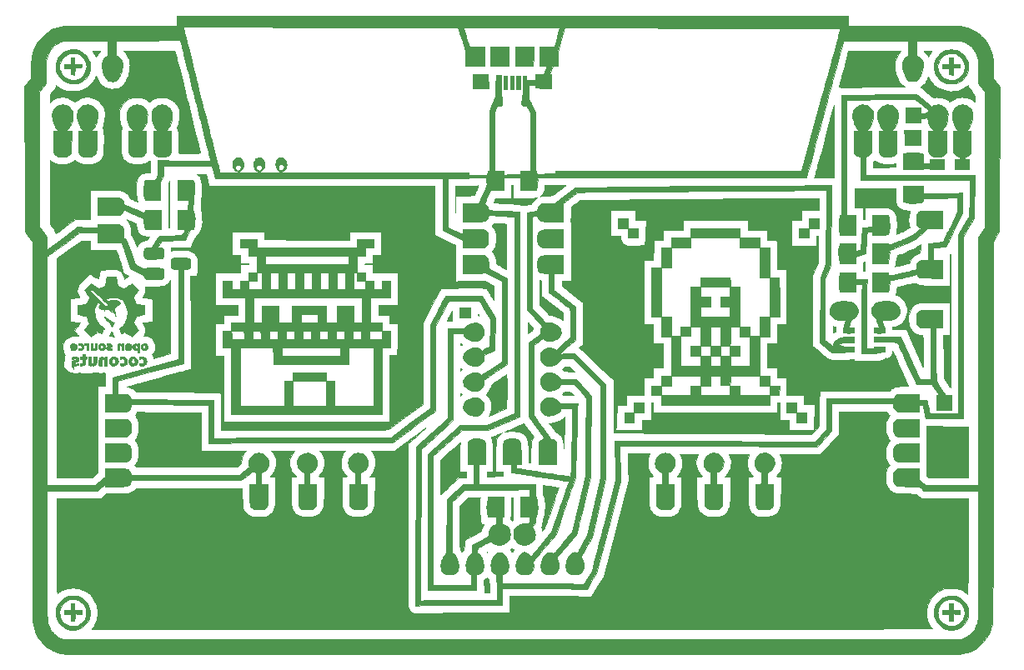
<source format=gbr>
G04 #@! TF.FileFunction,Copper,L2,Bot,Signal*
%FSLAX46Y46*%
G04 Gerber Fmt 4.6, Leading zero omitted, Abs format (unit mm)*
G04 Created by KiCad (PCBNEW 4.0.7-e0-6372~58~ubuntu16.04.1) date Fri Jul 21 22:06:20 2017*
%MOMM*%
%LPD*%
G01*
G04 APERTURE LIST*
%ADD10C,0.100000*%
%ADD11C,0.010000*%
%ADD12C,1.200000*%
%ADD13C,1.400000*%
%ADD14C,1.000000*%
%ADD15C,0.600000*%
%ADD16C,0.250000*%
G04 APERTURE END LIST*
D10*
D11*
G36*
X126209153Y-29958459D02*
X126214234Y-30046282D01*
X126218471Y-30162398D01*
X126221469Y-30292766D01*
X126222832Y-30423348D01*
X126222873Y-30445292D01*
X126223000Y-30757500D01*
X131766424Y-30757500D01*
X132435085Y-30757583D01*
X133061611Y-30757831D01*
X133646202Y-30758245D01*
X134189056Y-30758826D01*
X134690372Y-30759576D01*
X135150349Y-30760494D01*
X135569185Y-30761581D01*
X135947080Y-30762838D01*
X136284232Y-30764267D01*
X136580840Y-30765867D01*
X136837103Y-30767639D01*
X137053219Y-30769585D01*
X137229387Y-30771705D01*
X137365806Y-30774000D01*
X137462675Y-30776470D01*
X137520193Y-30779116D01*
X137529049Y-30779866D01*
X137916044Y-30840316D01*
X138292402Y-30940853D01*
X138654969Y-31080027D01*
X139000594Y-31256387D01*
X139326123Y-31468481D01*
X139628403Y-31714859D01*
X139694680Y-31776578D01*
X139979953Y-32076475D01*
X140227325Y-32395227D01*
X140436768Y-32732781D01*
X140608257Y-33089082D01*
X140741766Y-33464078D01*
X140837269Y-33857716D01*
X140890493Y-34225785D01*
X140895519Y-34297129D01*
X140900146Y-34404544D01*
X140904241Y-34541771D01*
X140907673Y-34702547D01*
X140910309Y-34880612D01*
X140912017Y-35069705D01*
X140912665Y-35263565D01*
X140912667Y-35275437D01*
X140912667Y-36105888D01*
X141240954Y-36543136D01*
X141569240Y-36980383D01*
X141540638Y-51649347D01*
X141216069Y-52156389D01*
X140891500Y-52663432D01*
X140891500Y-71805790D01*
X140891483Y-72995390D01*
X140891430Y-74143066D01*
X140891341Y-75249228D01*
X140891216Y-76314284D01*
X140891054Y-77338644D01*
X140890855Y-78322717D01*
X140890618Y-79266912D01*
X140890342Y-80171639D01*
X140890028Y-81037307D01*
X140889675Y-81864326D01*
X140889282Y-82653104D01*
X140888848Y-83404051D01*
X140888374Y-84117576D01*
X140887859Y-84794088D01*
X140887302Y-85433997D01*
X140886702Y-86037713D01*
X140886061Y-86605644D01*
X140885376Y-87138199D01*
X140884647Y-87635788D01*
X140883874Y-88098821D01*
X140883057Y-88527706D01*
X140882194Y-88922852D01*
X140881286Y-89284670D01*
X140880332Y-89613568D01*
X140879331Y-89909956D01*
X140878284Y-90174243D01*
X140877188Y-90406838D01*
X140876045Y-90608151D01*
X140874853Y-90778590D01*
X140873613Y-90918566D01*
X140872322Y-91028487D01*
X140870982Y-91108763D01*
X140869591Y-91159802D01*
X140868493Y-91179366D01*
X140808062Y-91581989D01*
X140709063Y-91969682D01*
X140572731Y-92340368D01*
X140400300Y-92691967D01*
X140193006Y-93022403D01*
X139952082Y-93329598D01*
X139678764Y-93611475D01*
X139374285Y-93865955D01*
X139197907Y-93990876D01*
X138884884Y-94175434D01*
X138547178Y-94329245D01*
X138191535Y-94449921D01*
X137824701Y-94535078D01*
X137550216Y-94573801D01*
X137525184Y-94574718D01*
X137468157Y-94575612D01*
X137378928Y-94576484D01*
X137257287Y-94577332D01*
X137103026Y-94578157D01*
X136915935Y-94578960D01*
X136695806Y-94579740D01*
X136442430Y-94580497D01*
X136155599Y-94581232D01*
X135835104Y-94581944D01*
X135480735Y-94582634D01*
X135092285Y-94583302D01*
X134669544Y-94583948D01*
X134212304Y-94584572D01*
X133720355Y-94585173D01*
X133193490Y-94585753D01*
X132631499Y-94586311D01*
X132034174Y-94586847D01*
X131401305Y-94587361D01*
X130732684Y-94587854D01*
X130028103Y-94588326D01*
X129287352Y-94588776D01*
X128510223Y-94589205D01*
X127696507Y-94589613D01*
X126845995Y-94589999D01*
X125958479Y-94590365D01*
X125033749Y-94590709D01*
X124071597Y-94591033D01*
X123071815Y-94591336D01*
X122034193Y-94591619D01*
X120958522Y-94591880D01*
X119844594Y-94592122D01*
X118692201Y-94592343D01*
X117501132Y-94592543D01*
X116271181Y-94592724D01*
X115002137Y-94592884D01*
X113693792Y-94593024D01*
X112345938Y-94593144D01*
X110958365Y-94593245D01*
X109530864Y-94593325D01*
X108063228Y-94593386D01*
X106555247Y-94593427D01*
X105006712Y-94593449D01*
X103417415Y-94593451D01*
X101787148Y-94593434D01*
X100115700Y-94593398D01*
X98402863Y-94593342D01*
X96648430Y-94593268D01*
X94852190Y-94593174D01*
X93013935Y-94593062D01*
X92031299Y-94592995D01*
X90645296Y-94592895D01*
X89269258Y-94592788D01*
X87903798Y-94592675D01*
X86549530Y-94592556D01*
X85207068Y-94592432D01*
X83877025Y-94592301D01*
X82560016Y-94592165D01*
X81256654Y-94592024D01*
X79967552Y-94591878D01*
X78693325Y-94591726D01*
X77434585Y-94591569D01*
X76191948Y-94591408D01*
X74966025Y-94591242D01*
X73757432Y-94591071D01*
X72566782Y-94590897D01*
X71394689Y-94590717D01*
X70241766Y-94590534D01*
X69108626Y-94590347D01*
X67995885Y-94590156D01*
X66904155Y-94589962D01*
X65834050Y-94589764D01*
X64786183Y-94589562D01*
X63761170Y-94589357D01*
X62759622Y-94589150D01*
X61782155Y-94588939D01*
X60829381Y-94588726D01*
X59901914Y-94588510D01*
X59000369Y-94588291D01*
X58125358Y-94588070D01*
X57277496Y-94587847D01*
X56457396Y-94587622D01*
X55665672Y-94587395D01*
X54902937Y-94587167D01*
X54169806Y-94586936D01*
X53466892Y-94586705D01*
X52794808Y-94586471D01*
X52154169Y-94586237D01*
X51545588Y-94586002D01*
X50969679Y-94585765D01*
X50427056Y-94585529D01*
X49918331Y-94585291D01*
X49444120Y-94585053D01*
X49005035Y-94584815D01*
X48601691Y-94584576D01*
X48234701Y-94584338D01*
X47904678Y-94584099D01*
X47612237Y-94583861D01*
X47357991Y-94583623D01*
X47142555Y-94583386D01*
X46966540Y-94583150D01*
X46830562Y-94582914D01*
X46735234Y-94582680D01*
X46681170Y-94582446D01*
X46668084Y-94582274D01*
X46397551Y-94545057D01*
X46158885Y-94500427D01*
X45941865Y-94445516D01*
X45736269Y-94377453D01*
X45531874Y-94293371D01*
X45376917Y-94219911D01*
X45047962Y-94033157D01*
X44743984Y-93813325D01*
X44466426Y-93562525D01*
X44216731Y-93282870D01*
X43996344Y-92976469D01*
X43806708Y-92645434D01*
X43649266Y-92291877D01*
X43525461Y-91917908D01*
X43436737Y-91525638D01*
X43408244Y-91340708D01*
X43406444Y-91323592D01*
X43404712Y-91299521D01*
X43403046Y-91267697D01*
X43401447Y-91227324D01*
X43399912Y-91177606D01*
X43398441Y-91117748D01*
X43397031Y-91046951D01*
X43395682Y-90964421D01*
X43394393Y-90869362D01*
X43393161Y-90760976D01*
X43391986Y-90638467D01*
X43390867Y-90501040D01*
X43389801Y-90347898D01*
X43388789Y-90178245D01*
X43387828Y-89991284D01*
X43386917Y-89786220D01*
X43386055Y-89562256D01*
X43385240Y-89318595D01*
X43384472Y-89054442D01*
X43383749Y-88769001D01*
X43383070Y-88461474D01*
X43382433Y-88131067D01*
X43381837Y-87776981D01*
X43381281Y-87398423D01*
X43380763Y-86994594D01*
X43380283Y-86564699D01*
X43379838Y-86107942D01*
X43379428Y-85623526D01*
X43379052Y-85110655D01*
X43378707Y-84568533D01*
X43378393Y-83996363D01*
X43378108Y-83393350D01*
X43377852Y-82758697D01*
X43377622Y-82091608D01*
X43377418Y-81391286D01*
X43377238Y-80656936D01*
X43377081Y-79887760D01*
X43376945Y-79082964D01*
X43376830Y-78241750D01*
X43376733Y-77363322D01*
X43376655Y-76446885D01*
X43376592Y-75491641D01*
X43376545Y-74496795D01*
X43376512Y-73461550D01*
X43376490Y-72385110D01*
X43376485Y-71909708D01*
X43376303Y-52717917D01*
X42984902Y-52201001D01*
X42593500Y-51684085D01*
X42593494Y-48147584D01*
X42593411Y-47707945D01*
X42593171Y-47231711D01*
X42592783Y-46724619D01*
X42592257Y-46192407D01*
X42591601Y-45640811D01*
X42590825Y-45075571D01*
X42589938Y-44502422D01*
X42588950Y-43927104D01*
X42587870Y-43355352D01*
X42586707Y-42792906D01*
X42585470Y-42245502D01*
X42584170Y-41718877D01*
X42582815Y-41218771D01*
X42581538Y-40790500D01*
X42571175Y-37476720D01*
X44068152Y-37476720D01*
X44082212Y-44334345D01*
X44096271Y-51191970D01*
X44472011Y-51688559D01*
X44847750Y-52185148D01*
X44858334Y-52848344D01*
X44868917Y-53511539D01*
X46428173Y-52360820D01*
X47987428Y-51210100D01*
X49005214Y-51220958D01*
X50023000Y-51231817D01*
X50023000Y-50948350D01*
X51097209Y-50954717D01*
X52171417Y-50961084D01*
X52278593Y-51017648D01*
X52393488Y-51096008D01*
X52495390Y-51198420D01*
X52570721Y-51310906D01*
X52577946Y-51325737D01*
X52590648Y-51358586D01*
X52600165Y-51399081D01*
X52606940Y-51453457D01*
X52611416Y-51527952D01*
X52614036Y-51628801D01*
X52615244Y-51762241D01*
X52615468Y-51853771D01*
X52615917Y-52301959D01*
X52914717Y-52479147D01*
X53347924Y-53730949D01*
X53781132Y-54982750D01*
X53949941Y-55073809D01*
X54029761Y-55116571D01*
X54135485Y-55172791D01*
X54255501Y-55236315D01*
X54378195Y-55300988D01*
X54427891Y-55327097D01*
X54542405Y-55386840D01*
X54625549Y-55428776D01*
X54683282Y-55455065D01*
X54721563Y-55467867D01*
X54746351Y-55469342D01*
X54763604Y-55461649D01*
X54773855Y-55452503D01*
X54800266Y-55427069D01*
X54826552Y-55406333D01*
X54857082Y-55389851D01*
X54896224Y-55377184D01*
X54948346Y-55367889D01*
X55017815Y-55361526D01*
X55108999Y-55357652D01*
X55226267Y-55355828D01*
X55373985Y-55355610D01*
X55556524Y-55356558D01*
X55711929Y-55357715D01*
X55923764Y-55359356D01*
X56097485Y-55361216D01*
X56237311Y-55364106D01*
X56347456Y-55368838D01*
X56432137Y-55376226D01*
X56495571Y-55387081D01*
X56541973Y-55402216D01*
X56575561Y-55422443D01*
X56600549Y-55448574D01*
X56621156Y-55481421D01*
X56641596Y-55521798D01*
X56649758Y-55538398D01*
X56666881Y-55576542D01*
X56678686Y-55615506D01*
X56685906Y-55663451D01*
X56689273Y-55728534D01*
X56689519Y-55818917D01*
X56687374Y-55942758D01*
X56687108Y-55954941D01*
X56683145Y-56092113D01*
X56676584Y-56194547D01*
X56665039Y-56269838D01*
X56646127Y-56325582D01*
X56617461Y-56369374D01*
X56576658Y-56408808D01*
X56534182Y-56441942D01*
X56517719Y-56453198D01*
X56498650Y-56462332D01*
X56472672Y-56469566D01*
X56435481Y-56475121D01*
X56382774Y-56479219D01*
X56310247Y-56482080D01*
X56213597Y-56483925D01*
X56088519Y-56484976D01*
X55930710Y-56485454D01*
X55735867Y-56485581D01*
X55685084Y-56485584D01*
X55481064Y-56485507D01*
X55315074Y-56485130D01*
X55182810Y-56484231D01*
X55079968Y-56482588D01*
X55002245Y-56479982D01*
X54945338Y-56476190D01*
X54904942Y-56470992D01*
X54876753Y-56464166D01*
X54856469Y-56455491D01*
X54839786Y-56444745D01*
X54835985Y-56441942D01*
X54749311Y-56358386D01*
X54699858Y-56261847D01*
X54685082Y-56185240D01*
X54675241Y-56082827D01*
X54003978Y-55728412D01*
X53332714Y-55373997D01*
X52998030Y-54405790D01*
X52898930Y-54118913D01*
X52812761Y-53869319D01*
X52738467Y-53654338D01*
X52674990Y-53471299D01*
X52621275Y-53317529D01*
X52576265Y-53190358D01*
X52538903Y-53087114D01*
X52508132Y-53005125D01*
X52482897Y-52941721D01*
X52462139Y-52894229D01*
X52444804Y-52859979D01*
X52429833Y-52836298D01*
X52416172Y-52820516D01*
X52402762Y-52809961D01*
X52388547Y-52801961D01*
X52372471Y-52793845D01*
X52357034Y-52785154D01*
X52296004Y-52750731D01*
X52251203Y-52736903D01*
X52204147Y-52740032D01*
X52168822Y-52748112D01*
X52122769Y-52754025D01*
X52035754Y-52759094D01*
X51909137Y-52763293D01*
X51744283Y-52766594D01*
X51542552Y-52768970D01*
X51305307Y-52770391D01*
X51050794Y-52770834D01*
X50023000Y-52770834D01*
X50023000Y-51776000D01*
X48149500Y-51776000D01*
X46583292Y-52930898D01*
X46353351Y-53100503D01*
X46131866Y-53263967D01*
X45921381Y-53419409D01*
X45724439Y-53564945D01*
X45543583Y-53698694D01*
X45381356Y-53818771D01*
X45240303Y-53923296D01*
X45122966Y-54010384D01*
X45031888Y-54078154D01*
X44969613Y-54124722D01*
X44938685Y-54148207D01*
X44937689Y-54148994D01*
X44858295Y-54212192D01*
X44868917Y-77440584D01*
X49766709Y-77451344D01*
X50644535Y-76659218D01*
X52074352Y-76659218D01*
X52091946Y-76771645D01*
X52142924Y-76875718D01*
X52226255Y-76964440D01*
X52333239Y-77027624D01*
X52399402Y-77040875D01*
X52486741Y-77039581D01*
X52577404Y-77025595D01*
X52653539Y-77000767D01*
X52668632Y-76992836D01*
X52758813Y-76916700D01*
X52820078Y-76817417D01*
X52850819Y-76704186D01*
X52849429Y-76586206D01*
X52814303Y-76472677D01*
X52771461Y-76404149D01*
X52687910Y-76329797D01*
X52583112Y-76283594D01*
X52468187Y-76266827D01*
X52354261Y-76280783D01*
X52252454Y-76326747D01*
X52232178Y-76341774D01*
X52143437Y-76437287D01*
X52091172Y-76545434D01*
X52074352Y-76659218D01*
X50644535Y-76659218D01*
X50763815Y-76551584D01*
X50763824Y-76154709D01*
X50763834Y-75757834D01*
X51838042Y-75759444D01*
X52108627Y-75760199D01*
X52338836Y-75761619D01*
X52530621Y-75763751D01*
X52685934Y-75766640D01*
X52806730Y-75770330D01*
X52894959Y-75774868D01*
X52952574Y-75780298D01*
X52979646Y-75785902D01*
X53037016Y-75813112D01*
X53106734Y-75854213D01*
X53140801Y-75877071D01*
X53215566Y-75947716D01*
X53282862Y-76042794D01*
X53334899Y-76148093D01*
X53363885Y-76249397D01*
X53367334Y-76290381D01*
X53367334Y-76371667D01*
X64397272Y-76371667D01*
X64905074Y-75976410D01*
X65059133Y-75855698D01*
X65181387Y-75758011D01*
X65274161Y-75681332D01*
X65339784Y-75623647D01*
X65380583Y-75582940D01*
X65398885Y-75557194D01*
X65399927Y-75547785D01*
X65344530Y-75349697D01*
X65329154Y-75149721D01*
X65331219Y-75132401D01*
X65948533Y-75132401D01*
X65955118Y-75245347D01*
X65993636Y-75352392D01*
X66063469Y-75445948D01*
X66164001Y-75518423D01*
X66182874Y-75527547D01*
X66269998Y-75558430D01*
X66351881Y-75564372D01*
X66448159Y-75546524D01*
X66458440Y-75543725D01*
X66550978Y-75499067D01*
X66635237Y-75424921D01*
X66698860Y-75333930D01*
X66722967Y-75272980D01*
X66736332Y-75153096D01*
X66714235Y-75042095D01*
X66662636Y-74944363D01*
X66587497Y-74864287D01*
X66494779Y-74806255D01*
X66390443Y-74774651D01*
X66280450Y-74773865D01*
X66170762Y-74808282D01*
X66126539Y-74834073D01*
X66033627Y-74919174D01*
X65974497Y-75021147D01*
X65948533Y-75132401D01*
X65331219Y-75132401D01*
X65352579Y-74953256D01*
X65413586Y-74765699D01*
X65510954Y-74592450D01*
X65643464Y-74438907D01*
X65652292Y-74430637D01*
X65816449Y-74305460D01*
X65994550Y-74217809D01*
X66181551Y-74167599D01*
X66372407Y-74154744D01*
X66562072Y-74179161D01*
X66745503Y-74240762D01*
X66917653Y-74339464D01*
X67053173Y-74454294D01*
X67185388Y-74614957D01*
X67279936Y-74791950D01*
X67336057Y-74980861D01*
X67352988Y-75177280D01*
X67329967Y-75376796D01*
X67266233Y-75574996D01*
X67252155Y-75606401D01*
X67171644Y-75740426D01*
X67061574Y-75869595D01*
X66933389Y-75982731D01*
X66798531Y-76068658D01*
X66760542Y-76086575D01*
X66617667Y-76148254D01*
X66617667Y-77303000D01*
X67254500Y-77303000D01*
X67248292Y-78366625D01*
X67246864Y-78606038D01*
X67245496Y-78806912D01*
X67244010Y-78973040D01*
X67242228Y-79108216D01*
X67239972Y-79216233D01*
X67237064Y-79300884D01*
X67233326Y-79365964D01*
X67228580Y-79415264D01*
X67222647Y-79452580D01*
X67215351Y-79481704D01*
X67206512Y-79506429D01*
X67195954Y-79530550D01*
X67193414Y-79536084D01*
X67108880Y-79672187D01*
X66995033Y-79781704D01*
X66884523Y-79846984D01*
X66845500Y-79863575D01*
X66807429Y-79875932D01*
X66763441Y-79884674D01*
X66706663Y-79890421D01*
X66630225Y-79893794D01*
X66527255Y-79895413D01*
X66390883Y-79895899D01*
X66342500Y-79895917D01*
X66194986Y-79895664D01*
X66082909Y-79894482D01*
X65999372Y-79891738D01*
X65937478Y-79886799D01*
X65890333Y-79879031D01*
X65851040Y-79867801D01*
X65812702Y-79852474D01*
X65797944Y-79845894D01*
X65718338Y-79799828D01*
X65637718Y-79737671D01*
X65600538Y-79701741D01*
X65566542Y-79665129D01*
X65537823Y-79632613D01*
X65513915Y-79600433D01*
X65494355Y-79564834D01*
X65478676Y-79522056D01*
X65466416Y-79468343D01*
X65457108Y-79399938D01*
X65450288Y-79313081D01*
X65445492Y-79204017D01*
X65442254Y-79068987D01*
X65440110Y-78904233D01*
X65438595Y-78705999D01*
X65437244Y-78470527D01*
X65436716Y-78377209D01*
X65430516Y-77303000D01*
X66067334Y-77303000D01*
X66067334Y-76148254D01*
X65924459Y-76085335D01*
X65851877Y-76054940D01*
X65793386Y-76033316D01*
X65760529Y-76024689D01*
X65758964Y-76024717D01*
X65737500Y-76037865D01*
X65686770Y-76074179D01*
X65610768Y-76130639D01*
X65513492Y-76204227D01*
X65398939Y-76291925D01*
X65271104Y-76390712D01*
X65163535Y-76474469D01*
X64590725Y-76921921D01*
X58984613Y-76927252D01*
X53378500Y-76932584D01*
X53362407Y-77044408D01*
X53325611Y-77187459D01*
X53256869Y-77308575D01*
X53165961Y-77404666D01*
X53128400Y-77437407D01*
X53093679Y-77465086D01*
X53058038Y-77488126D01*
X53017718Y-77506954D01*
X52968961Y-77521994D01*
X52908007Y-77533672D01*
X52831097Y-77542413D01*
X52734472Y-77548643D01*
X52614373Y-77552786D01*
X52467041Y-77555268D01*
X52288717Y-77556514D01*
X52075642Y-77556950D01*
X51824057Y-77557000D01*
X50765854Y-77557000D01*
X50759552Y-77430515D01*
X50753250Y-77304031D01*
X50366043Y-77652765D01*
X49978836Y-78001500D01*
X44858334Y-78001500D01*
X44858351Y-84409709D01*
X44858426Y-85101752D01*
X44858645Y-85757833D01*
X44859008Y-86377565D01*
X44859512Y-86960566D01*
X44860158Y-87506451D01*
X44860942Y-88014835D01*
X44861866Y-88485335D01*
X44862926Y-88917566D01*
X44864123Y-89311144D01*
X44865453Y-89665686D01*
X44866918Y-89980806D01*
X44868514Y-90256122D01*
X44870241Y-90491248D01*
X44872098Y-90685800D01*
X44874084Y-90839395D01*
X44876196Y-90951648D01*
X44878435Y-91022175D01*
X44879791Y-91043823D01*
X44928784Y-91370545D01*
X45011688Y-91672398D01*
X45128981Y-91950484D01*
X45281143Y-92205903D01*
X45468652Y-92439757D01*
X45502556Y-92475861D01*
X45720485Y-92673999D01*
X45958606Y-92835961D01*
X46214521Y-92960458D01*
X46485830Y-93046200D01*
X46611587Y-93071677D01*
X46635683Y-93072188D01*
X46701500Y-93072697D01*
X46808421Y-93073204D01*
X46955835Y-93073710D01*
X47143126Y-93074213D01*
X47369680Y-93074713D01*
X47634884Y-93075210D01*
X47938124Y-93075704D01*
X48278786Y-93076195D01*
X48656256Y-93076682D01*
X49069920Y-93077165D01*
X49519164Y-93077644D01*
X50003374Y-93078118D01*
X50521936Y-93078588D01*
X51074237Y-93079052D01*
X51659662Y-93079512D01*
X52277597Y-93079966D01*
X52927429Y-93080414D01*
X53608543Y-93080856D01*
X54320326Y-93081292D01*
X55062164Y-93081722D01*
X55833443Y-93082144D01*
X56633548Y-93082560D01*
X57461866Y-93082969D01*
X58317783Y-93083370D01*
X59200685Y-93083763D01*
X60109958Y-93084148D01*
X61044988Y-93084525D01*
X62005162Y-93084893D01*
X62989865Y-93085253D01*
X63998483Y-93085603D01*
X65030403Y-93085944D01*
X66085010Y-93086276D01*
X67161690Y-93086598D01*
X68259830Y-93086910D01*
X69378816Y-93087211D01*
X70518034Y-93087502D01*
X71676870Y-93087782D01*
X72854709Y-93088051D01*
X74050938Y-93088309D01*
X75264944Y-93088555D01*
X76496111Y-93088789D01*
X77743827Y-93089011D01*
X79007477Y-93089220D01*
X80286447Y-93089417D01*
X81580124Y-93089602D01*
X82887893Y-93089773D01*
X84209140Y-93089930D01*
X85543252Y-93090074D01*
X86889615Y-93090204D01*
X88247614Y-93090320D01*
X89616637Y-93090422D01*
X90996068Y-93090509D01*
X92070584Y-93090566D01*
X93747342Y-93090647D01*
X95382298Y-93090725D01*
X96975979Y-93090798D01*
X98528916Y-93090868D01*
X100041639Y-93090933D01*
X101514677Y-93090992D01*
X102948560Y-93091046D01*
X104343818Y-93091093D01*
X105700980Y-93091135D01*
X107020577Y-93091169D01*
X108303137Y-93091196D01*
X109549190Y-93091215D01*
X110759267Y-93091225D01*
X111933897Y-93091227D01*
X113073610Y-93091220D01*
X114178935Y-93091203D01*
X115250403Y-93091177D01*
X116288542Y-93091140D01*
X117293883Y-93091092D01*
X118266955Y-93091033D01*
X119208289Y-93090962D01*
X120118413Y-93090878D01*
X120997857Y-93090783D01*
X121847152Y-93090674D01*
X122666826Y-93090552D01*
X123457411Y-93090416D01*
X124219434Y-93090265D01*
X124953427Y-93090100D01*
X125659919Y-93089920D01*
X126339439Y-93089723D01*
X126992517Y-93089511D01*
X127619683Y-93089283D01*
X128221467Y-93089037D01*
X128798398Y-93088774D01*
X129351007Y-93088493D01*
X129879822Y-93088194D01*
X130385374Y-93087877D01*
X130868192Y-93087540D01*
X131328806Y-93087184D01*
X131767746Y-93086807D01*
X132185541Y-93086411D01*
X132582721Y-93085993D01*
X132959817Y-93085554D01*
X133317357Y-93085094D01*
X133655871Y-93084611D01*
X133975889Y-93084106D01*
X134277941Y-93083578D01*
X134562556Y-93083026D01*
X134830265Y-93082451D01*
X135081596Y-93081851D01*
X135317080Y-93081226D01*
X135537246Y-93080576D01*
X135742625Y-93079901D01*
X135933745Y-93079199D01*
X136111137Y-93078471D01*
X136275330Y-93077716D01*
X136426853Y-93076934D01*
X136566238Y-93076124D01*
X136694013Y-93075286D01*
X136810708Y-93074419D01*
X136916853Y-93073523D01*
X137012977Y-93072598D01*
X137099610Y-93071642D01*
X137177283Y-93070656D01*
X137246524Y-93069640D01*
X137307864Y-93068592D01*
X137361831Y-93067512D01*
X137408957Y-93066400D01*
X137449770Y-93065256D01*
X137484800Y-93064079D01*
X137514578Y-93062868D01*
X137539632Y-93061624D01*
X137560492Y-93060345D01*
X137577689Y-93059031D01*
X137591752Y-93057682D01*
X137603210Y-93056298D01*
X137612593Y-93054878D01*
X137620432Y-93053421D01*
X137621250Y-93053253D01*
X137907721Y-92972682D01*
X138178414Y-92854676D01*
X138429964Y-92702273D01*
X138659005Y-92518510D01*
X138862171Y-92306424D01*
X139036099Y-92069054D01*
X139177422Y-91809436D01*
X139272974Y-91562368D01*
X139283895Y-91528868D01*
X139294108Y-91498552D01*
X139303638Y-91469985D01*
X139312507Y-91441727D01*
X139320740Y-91412341D01*
X139328360Y-91380389D01*
X139335391Y-91344435D01*
X139341855Y-91303039D01*
X139347778Y-91254765D01*
X139353182Y-91198174D01*
X139358091Y-91131829D01*
X139362529Y-91054292D01*
X139366519Y-90964126D01*
X139370085Y-90859893D01*
X139373251Y-90740155D01*
X139376040Y-90603474D01*
X139378475Y-90448413D01*
X139380581Y-90273534D01*
X139382381Y-90077399D01*
X139383898Y-89858571D01*
X139385157Y-89615611D01*
X139386180Y-89347083D01*
X139386992Y-89051549D01*
X139387616Y-88727570D01*
X139388076Y-88373709D01*
X139388395Y-87988528D01*
X139388596Y-87570591D01*
X139388704Y-87118458D01*
X139388743Y-86630693D01*
X139388735Y-86105857D01*
X139388704Y-85542513D01*
X139388674Y-84939223D01*
X139388667Y-84518061D01*
X139388667Y-78001500D01*
X136621125Y-78001158D01*
X133853584Y-78000817D01*
X133607798Y-77779652D01*
X133362012Y-77558488D01*
X132284881Y-77552452D01*
X132043645Y-77551059D01*
X131841039Y-77549702D01*
X131673362Y-77548219D01*
X131536913Y-77546444D01*
X131427987Y-77544213D01*
X131342885Y-77541362D01*
X131277904Y-77537725D01*
X131229341Y-77533140D01*
X131193495Y-77527442D01*
X131166663Y-77520465D01*
X131145144Y-77512046D01*
X131125236Y-77502021D01*
X131123084Y-77500866D01*
X131029395Y-77437516D01*
X130940947Y-77355300D01*
X130871521Y-77267937D01*
X130848777Y-77227740D01*
X130817662Y-77145510D01*
X130795642Y-77046025D01*
X130782085Y-76923300D01*
X130776356Y-76771348D01*
X130777497Y-76625752D01*
X131303596Y-76625752D01*
X131310985Y-76731497D01*
X131346570Y-76833532D01*
X131411207Y-76925320D01*
X131505756Y-77000326D01*
X131560073Y-77027624D01*
X131635241Y-77042722D01*
X131729764Y-77038665D01*
X131826559Y-77017850D01*
X131908545Y-76982672D01*
X131916567Y-76977606D01*
X132001923Y-76897188D01*
X132058123Y-76793650D01*
X132082242Y-76677095D01*
X132071355Y-76557629D01*
X132053610Y-76504053D01*
X131987692Y-76393326D01*
X131897484Y-76317112D01*
X131784168Y-76276113D01*
X131659530Y-76270171D01*
X131538820Y-76296412D01*
X131442013Y-76351628D01*
X131369968Y-76429281D01*
X131323543Y-76522835D01*
X131303596Y-76625752D01*
X130777497Y-76625752D01*
X130777823Y-76584181D01*
X130778371Y-76562167D01*
X130782742Y-76424705D01*
X130788208Y-76321750D01*
X130795680Y-76245477D01*
X130806073Y-76188062D01*
X130820300Y-76141678D01*
X130830254Y-76117667D01*
X130912835Y-75978417D01*
X131023444Y-75869454D01*
X131088273Y-75826210D01*
X131186584Y-75768417D01*
X133377334Y-75756383D01*
X133377334Y-76830214D01*
X133721292Y-77139957D01*
X134065250Y-77449701D01*
X136726959Y-77450434D01*
X139388667Y-77451167D01*
X139388667Y-52236346D01*
X139713241Y-51731687D01*
X140037816Y-51227028D01*
X140051901Y-47781473D01*
X140053651Y-47326827D01*
X140055338Y-46836512D01*
X140056950Y-46316986D01*
X140058473Y-45774707D01*
X140059893Y-45216130D01*
X140061198Y-44647715D01*
X140062375Y-44075917D01*
X140063410Y-43507194D01*
X140064289Y-42948004D01*
X140065001Y-42404804D01*
X140065530Y-41884050D01*
X140065865Y-41392201D01*
X140065992Y-40935713D01*
X140065993Y-40901092D01*
X140066000Y-37466267D01*
X139743209Y-37038175D01*
X139420417Y-36610084D01*
X139408949Y-35403584D01*
X139397480Y-34197084D01*
X139341229Y-33990130D01*
X139237504Y-33686632D01*
X139097008Y-33404111D01*
X138919731Y-33142545D01*
X138705661Y-32901916D01*
X138683386Y-32880121D01*
X138450109Y-32680698D01*
X138202535Y-32520536D01*
X137937934Y-32398174D01*
X137653575Y-32312151D01*
X137600084Y-32300414D01*
X137567051Y-32293959D01*
X137532122Y-32288244D01*
X137492647Y-32283224D01*
X137445975Y-32278854D01*
X137389454Y-32275088D01*
X137320435Y-32271881D01*
X137236265Y-32269188D01*
X137134295Y-32266964D01*
X137011874Y-32265164D01*
X136866350Y-32263742D01*
X136695074Y-32262654D01*
X136495394Y-32261853D01*
X136264659Y-32261295D01*
X136000219Y-32260935D01*
X135699423Y-32260727D01*
X135359619Y-32260626D01*
X135266459Y-32260612D01*
X133123334Y-32260334D01*
X133123334Y-33760684D01*
X133250995Y-33828727D01*
X133340593Y-33886577D01*
X133436384Y-33964736D01*
X133503000Y-34029694D01*
X133628110Y-34186363D01*
X133717586Y-34352917D01*
X133772597Y-34533797D01*
X133794314Y-34733441D01*
X133783905Y-34956290D01*
X133771592Y-35049142D01*
X133725727Y-35293741D01*
X133665745Y-35512059D01*
X133587066Y-35719059D01*
X133526982Y-35848084D01*
X133418855Y-36038939D01*
X133302985Y-36191666D01*
X133180700Y-36304632D01*
X133126859Y-36340351D01*
X133084764Y-36363835D01*
X133046372Y-36379955D01*
X133002538Y-36390092D01*
X132944116Y-36395627D01*
X132861964Y-36397942D01*
X132746936Y-36398417D01*
X132742334Y-36398417D01*
X132626026Y-36397981D01*
X132542905Y-36395751D01*
X132483826Y-36390348D01*
X132439645Y-36380390D01*
X132401218Y-36364497D01*
X132359400Y-36341287D01*
X132357808Y-36340351D01*
X132235184Y-36246491D01*
X132119079Y-36115069D01*
X132011744Y-35950639D01*
X131915430Y-35757756D01*
X131832388Y-35540975D01*
X131764867Y-35304852D01*
X131715118Y-35053941D01*
X131711944Y-35033167D01*
X131698594Y-34861894D01*
X132153969Y-34861894D01*
X132170155Y-34960553D01*
X132170394Y-34961313D01*
X132235278Y-35102239D01*
X132329262Y-35217708D01*
X132446062Y-35305050D01*
X132579396Y-35361597D01*
X132722981Y-35384682D01*
X132870535Y-35371636D01*
X133015206Y-35320079D01*
X133139546Y-35235998D01*
X133232814Y-35129756D01*
X133295397Y-35007523D01*
X133327680Y-34875467D01*
X133330050Y-34739757D01*
X133302893Y-34606561D01*
X133246596Y-34482048D01*
X133161544Y-34372387D01*
X133048125Y-34283745D01*
X132947313Y-34235735D01*
X132889681Y-34222209D01*
X132809407Y-34212622D01*
X132742334Y-34209484D01*
X132586270Y-34227931D01*
X132444971Y-34284403D01*
X132323807Y-34375646D01*
X132228147Y-34498407D01*
X132209537Y-34532282D01*
X132175379Y-34628916D01*
X132156283Y-34745068D01*
X132153969Y-34861894D01*
X131698594Y-34861894D01*
X131693175Y-34792376D01*
X131711084Y-34570043D01*
X131765130Y-34367493D01*
X131854770Y-34186051D01*
X131979461Y-34027042D01*
X132138660Y-33891791D01*
X132194153Y-33855376D01*
X132319000Y-33778316D01*
X132319000Y-32260334D01*
X129018427Y-32260334D01*
X128580690Y-32260351D01*
X128183333Y-32260419D01*
X127824400Y-32260559D01*
X127501937Y-32260793D01*
X127213989Y-32261143D01*
X126958601Y-32261630D01*
X126733820Y-32262276D01*
X126537691Y-32263104D01*
X126368259Y-32264135D01*
X126223569Y-32265391D01*
X126101668Y-32266894D01*
X126000600Y-32268666D01*
X125918411Y-32270728D01*
X125853147Y-32273103D01*
X125802853Y-32275812D01*
X125765574Y-32278878D01*
X125739356Y-32282321D01*
X125722245Y-32286165D01*
X125712286Y-32290430D01*
X125707525Y-32295138D01*
X125706567Y-32297375D01*
X125698605Y-32325838D01*
X125679951Y-32393968D01*
X125650930Y-32500557D01*
X125611869Y-32644397D01*
X125563095Y-32824282D01*
X125504933Y-33039003D01*
X125437709Y-33287353D01*
X125361750Y-33568125D01*
X125277382Y-33880111D01*
X125184932Y-34222103D01*
X125084725Y-34592895D01*
X124977088Y-34991278D01*
X124862346Y-35416044D01*
X124740827Y-35865988D01*
X124612857Y-36339900D01*
X124478761Y-36836574D01*
X124338866Y-37354801D01*
X124193498Y-37893375D01*
X124042983Y-38451088D01*
X123887648Y-39026732D01*
X123727818Y-39619100D01*
X123563821Y-40226984D01*
X123395982Y-40849177D01*
X123280534Y-41277192D01*
X123160806Y-41721004D01*
X123043929Y-42154082D01*
X122930384Y-42574647D01*
X122820653Y-42980920D01*
X122715218Y-43371122D01*
X122614560Y-43743475D01*
X122519162Y-44096200D01*
X122429506Y-44427518D01*
X122346072Y-44735650D01*
X122269343Y-45018818D01*
X122199801Y-45275244D01*
X122137927Y-45503147D01*
X122084204Y-45700750D01*
X122039112Y-45866274D01*
X122003134Y-45997940D01*
X121976752Y-46093969D01*
X121960447Y-46152583D01*
X121954734Y-46171983D01*
X121933200Y-46172873D01*
X121870450Y-46173751D01*
X121767600Y-46174615D01*
X121625769Y-46175464D01*
X121446073Y-46176296D01*
X121229630Y-46177111D01*
X120977556Y-46177907D01*
X120690969Y-46178682D01*
X120370986Y-46179436D01*
X120018724Y-46180167D01*
X119635300Y-46180874D01*
X119221832Y-46181555D01*
X118779436Y-46182210D01*
X118309230Y-46182836D01*
X117812331Y-46183433D01*
X117289856Y-46183999D01*
X116742922Y-46184533D01*
X116172647Y-46185034D01*
X115580147Y-46185500D01*
X114966540Y-46185930D01*
X114332943Y-46186323D01*
X113680473Y-46186677D01*
X113010247Y-46186991D01*
X112323382Y-46187264D01*
X111620996Y-46187494D01*
X110904205Y-46187681D01*
X110174127Y-46187822D01*
X109431879Y-46187917D01*
X108678579Y-46187965D01*
X108298876Y-46187970D01*
X94652917Y-46187940D01*
X94659693Y-46468428D01*
X94656200Y-46723975D01*
X94631080Y-46964800D01*
X94581905Y-47210831D01*
X94557838Y-47304542D01*
X94510696Y-47479167D01*
X92927834Y-47479167D01*
X92927834Y-46188000D01*
X91213334Y-46188000D01*
X91213334Y-46833294D01*
X91213333Y-47478588D01*
X90524175Y-47484169D01*
X89835016Y-47489750D01*
X89550544Y-48167084D01*
X89483982Y-48325945D01*
X89422948Y-48472336D01*
X89369315Y-48601707D01*
X89324957Y-48709508D01*
X89291748Y-48791189D01*
X89271560Y-48842201D01*
X89266036Y-48857997D01*
X89283937Y-48872484D01*
X89321298Y-48885456D01*
X89363514Y-48907119D01*
X89421829Y-48950824D01*
X89483884Y-49007271D01*
X89486068Y-49009459D01*
X89585309Y-49136177D01*
X89646721Y-49276756D01*
X89668160Y-49426259D01*
X89668167Y-49428931D01*
X89668167Y-49511167D01*
X89779292Y-49512698D01*
X89818869Y-49514213D01*
X89896961Y-49518087D01*
X90009829Y-49524110D01*
X90153733Y-49532069D01*
X90324934Y-49541750D01*
X90519692Y-49552942D01*
X90734267Y-49565431D01*
X90964920Y-49579006D01*
X91207911Y-49593452D01*
X91361500Y-49602657D01*
X92832584Y-49691084D01*
X92837897Y-60096035D01*
X92843210Y-70500987D01*
X91239813Y-71171751D01*
X89636417Y-71842515D01*
X88320738Y-71842258D01*
X87005059Y-71842000D01*
X85511463Y-73170209D01*
X84017867Y-74498417D01*
X84016667Y-87611167D01*
X87932500Y-87611167D01*
X87932445Y-87468292D01*
X87931725Y-87401667D01*
X87929756Y-87302218D01*
X87926768Y-87179428D01*
X87922993Y-87042780D01*
X87918662Y-86901758D01*
X87918615Y-86900314D01*
X87904842Y-86475211D01*
X87818129Y-86451279D01*
X87686995Y-86397103D01*
X87579762Y-86312221D01*
X87493993Y-86193965D01*
X87427250Y-86039666D01*
X87419073Y-86014355D01*
X87390568Y-85883777D01*
X87375464Y-85727479D01*
X87373917Y-85559948D01*
X87386083Y-85395671D01*
X87410924Y-85253987D01*
X87482866Y-85018508D01*
X87578603Y-84801533D01*
X87694494Y-84609768D01*
X87826897Y-84449920D01*
X87869928Y-84408618D01*
X87994234Y-84296127D01*
X88008949Y-83900920D01*
X88023664Y-83505712D01*
X88852650Y-83058520D01*
X89681637Y-82611328D01*
X89683022Y-82417789D01*
X89689331Y-82351417D01*
X90333439Y-82351417D01*
X90335262Y-82479338D01*
X90376097Y-82606894D01*
X90400407Y-82650998D01*
X90487386Y-82754789D01*
X90595261Y-82825104D01*
X90716922Y-82860215D01*
X90845261Y-82858390D01*
X90973166Y-82817900D01*
X91008629Y-82798991D01*
X91109803Y-82715993D01*
X91182817Y-82605191D01*
X91223214Y-82473860D01*
X91227354Y-82442207D01*
X91230608Y-82369703D01*
X91220338Y-82309962D01*
X91192092Y-82242659D01*
X91177367Y-82213994D01*
X91096473Y-82098638D01*
X90994574Y-82020026D01*
X90871427Y-81978008D01*
X90779417Y-81970250D01*
X90692904Y-81974624D01*
X90625852Y-81991813D01*
X90555923Y-82027924D01*
X90545860Y-82034077D01*
X90440355Y-82121927D01*
X90369009Y-82229994D01*
X90333439Y-82351417D01*
X89689331Y-82351417D01*
X89703985Y-82197272D01*
X89763313Y-81994217D01*
X89860585Y-81809583D01*
X89995375Y-81644327D01*
X90047153Y-81594982D01*
X90142347Y-81521848D01*
X90259640Y-81449519D01*
X90380032Y-81388938D01*
X90456625Y-81359170D01*
X90470215Y-81351154D01*
X90480036Y-81333253D01*
X90486689Y-81299440D01*
X90490771Y-81243690D01*
X90492882Y-81159980D01*
X90493621Y-81042283D01*
X90493667Y-80986664D01*
X90493667Y-80626167D01*
X89650402Y-80626167D01*
X89617452Y-80525625D01*
X89549535Y-80267403D01*
X89506139Y-79988862D01*
X89488926Y-79705314D01*
X89499226Y-79435542D01*
X89518250Y-79273020D01*
X89545098Y-79098145D01*
X89576971Y-78926728D01*
X89611071Y-78774580D01*
X89626605Y-78715875D01*
X89648990Y-78636500D01*
X91213334Y-78636500D01*
X91213334Y-80626167D01*
X91044000Y-80626167D01*
X91044000Y-81342431D01*
X91148497Y-81377140D01*
X91311596Y-81451190D01*
X91468195Y-81559808D01*
X91608892Y-81695326D01*
X91720046Y-81843250D01*
X91806383Y-82019483D01*
X91858297Y-82212166D01*
X91875788Y-82413106D01*
X91858857Y-82614113D01*
X91807502Y-82806995D01*
X91721725Y-82983561D01*
X91720046Y-82986250D01*
X91590347Y-83155825D01*
X91435366Y-83294970D01*
X91260172Y-83401749D01*
X91069837Y-83474226D01*
X90869429Y-83510462D01*
X90664019Y-83508523D01*
X90461038Y-83467195D01*
X90329477Y-83415677D01*
X90196149Y-83344016D01*
X90076432Y-83261402D01*
X89997582Y-83190208D01*
X89955074Y-83149282D01*
X89922722Y-83125925D01*
X89915913Y-83123834D01*
X89893034Y-83133505D01*
X89838230Y-83160654D01*
X89756735Y-83202476D01*
X89653785Y-83256172D01*
X89534614Y-83318940D01*
X89404459Y-83387977D01*
X89268555Y-83460483D01*
X89132135Y-83533656D01*
X89000437Y-83604695D01*
X88878694Y-83670797D01*
X88772142Y-83729161D01*
X88686016Y-83776986D01*
X88625552Y-83811470D01*
X88595984Y-83829812D01*
X88594652Y-83830892D01*
X88581637Y-83862906D01*
X88569713Y-83930537D01*
X88559896Y-84027070D01*
X88555931Y-84086979D01*
X88542976Y-84319750D01*
X88627663Y-84378139D01*
X88729883Y-84467859D01*
X88830810Y-84591842D01*
X88926140Y-84742126D01*
X89011569Y-84910750D01*
X89082790Y-85089750D01*
X89135501Y-85271166D01*
X89151114Y-85346334D01*
X89173209Y-85497925D01*
X89178629Y-85629812D01*
X89167254Y-85761253D01*
X89147852Y-85870047D01*
X89095566Y-86057490D01*
X89023091Y-86208323D01*
X88929258Y-86323756D01*
X88812897Y-86404998D01*
X88672838Y-86453260D01*
X88570376Y-86467388D01*
X88412455Y-86478750D01*
X88417256Y-86764500D01*
X88419448Y-86871340D01*
X88422883Y-87009695D01*
X88427260Y-87168772D01*
X88432277Y-87337782D01*
X88437632Y-87505932D01*
X88439743Y-87568834D01*
X88444055Y-87712997D01*
X88446788Y-87843051D01*
X88447913Y-87953043D01*
X88447397Y-88037016D01*
X88445211Y-88089015D01*
X88442526Y-88103381D01*
X88419835Y-88105409D01*
X88357464Y-88107271D01*
X88258066Y-88108956D01*
X88124294Y-88110453D01*
X87958801Y-88111750D01*
X87764240Y-88112836D01*
X87543265Y-88113700D01*
X87298528Y-88114330D01*
X87032683Y-88114715D01*
X86748383Y-88114843D01*
X86448280Y-88114703D01*
X86135027Y-88114284D01*
X85973436Y-88113964D01*
X83519250Y-88108584D01*
X83512658Y-82499417D01*
X83512130Y-81996942D01*
X83511726Y-81496248D01*
X83511442Y-80999664D01*
X83511278Y-80509517D01*
X83511228Y-80028137D01*
X83511293Y-79557852D01*
X83511467Y-79100991D01*
X83511750Y-78659882D01*
X83512138Y-78236855D01*
X83512628Y-77834237D01*
X83513219Y-77454357D01*
X83513907Y-77099544D01*
X83514690Y-76772126D01*
X83515565Y-76474433D01*
X83516529Y-76208792D01*
X83517581Y-75977532D01*
X83518716Y-75782983D01*
X83519934Y-75627472D01*
X83520462Y-75574959D01*
X83534859Y-74259667D01*
X85160295Y-72812709D01*
X86785732Y-71365750D01*
X86930491Y-71352504D01*
X86978163Y-71350027D01*
X87063866Y-71347610D01*
X87183297Y-71345303D01*
X87332153Y-71343155D01*
X87506131Y-71341216D01*
X87700929Y-71339534D01*
X87912244Y-71338159D01*
X88135773Y-71337141D01*
X88314443Y-71336629D01*
X89553636Y-71334000D01*
X92324584Y-70173242D01*
X92329897Y-60170288D01*
X92330209Y-59521756D01*
X92330449Y-58883931D01*
X92330620Y-58258117D01*
X92330722Y-57645617D01*
X92330758Y-57047734D01*
X92330729Y-56465774D01*
X92330635Y-55901039D01*
X92330479Y-55354834D01*
X92330262Y-54828461D01*
X92329985Y-54323226D01*
X92329649Y-53840430D01*
X92329256Y-53381380D01*
X92328808Y-52947377D01*
X92328305Y-52539726D01*
X92327749Y-52159730D01*
X92327142Y-51808694D01*
X92326484Y-51487922D01*
X92325777Y-51198715D01*
X92325024Y-50942380D01*
X92324224Y-50720219D01*
X92323379Y-50533536D01*
X92322491Y-50383635D01*
X92321561Y-50271819D01*
X92320590Y-50199393D01*
X92319581Y-50167660D01*
X92319314Y-50166236D01*
X92295929Y-50164811D01*
X92233927Y-50161075D01*
X92136946Y-50155248D01*
X92008628Y-50147547D01*
X91852611Y-50138191D01*
X91672537Y-50127398D01*
X91472044Y-50115387D01*
X91254773Y-50102375D01*
X91024364Y-50088580D01*
X90985792Y-50086271D01*
X89668167Y-50007404D01*
X89668167Y-50075992D01*
X89648708Y-50197849D01*
X89594760Y-50320243D01*
X89512966Y-50433701D01*
X89409971Y-50528750D01*
X89308334Y-50589076D01*
X89285511Y-50598729D01*
X89260982Y-50606822D01*
X89230999Y-50613494D01*
X89191817Y-50618884D01*
X89139690Y-50623131D01*
X89070870Y-50626374D01*
X88981613Y-50628753D01*
X88868170Y-50630406D01*
X88726797Y-50631474D01*
X88553747Y-50632094D01*
X88345273Y-50632408D01*
X88138875Y-50632535D01*
X87064667Y-50633000D01*
X87064667Y-48833834D01*
X88727449Y-48833834D01*
X89115873Y-47907792D01*
X89205926Y-47692863D01*
X89280846Y-47513228D01*
X89341982Y-47365187D01*
X89390684Y-47245042D01*
X89428302Y-47149092D01*
X89456186Y-47073640D01*
X89475686Y-47014986D01*
X89488151Y-46969430D01*
X89494932Y-46933275D01*
X89497378Y-46902820D01*
X89496838Y-46874367D01*
X89496273Y-46865334D01*
X89493286Y-46798624D01*
X89491036Y-46702320D01*
X89489737Y-46589159D01*
X89489603Y-46471877D01*
X89489619Y-46468459D01*
X89490987Y-46188000D01*
X88595327Y-46188000D01*
X88377354Y-46188046D01*
X88197958Y-46188302D01*
X88053383Y-46188945D01*
X87939875Y-46190154D01*
X87853677Y-46192105D01*
X87791032Y-46194977D01*
X87748186Y-46198946D01*
X87721383Y-46204190D01*
X87706866Y-46210887D01*
X87700881Y-46219214D01*
X87699670Y-46229349D01*
X87699667Y-46230334D01*
X87698813Y-46239794D01*
X87693969Y-46247728D01*
X87681714Y-46254271D01*
X87658627Y-46259556D01*
X87621286Y-46263718D01*
X87566269Y-46266890D01*
X87490157Y-46269208D01*
X87389526Y-46270805D01*
X87260956Y-46271815D01*
X87101026Y-46272372D01*
X86906313Y-46272611D01*
X86673397Y-46272666D01*
X86620080Y-46272667D01*
X85540493Y-46272667D01*
X85545871Y-48759906D01*
X85551250Y-51247144D01*
X86307305Y-51604738D01*
X87063359Y-51962331D01*
X87069305Y-51715707D01*
X87075250Y-51469084D01*
X89213084Y-51469084D01*
X89316692Y-51520481D01*
X89454927Y-51611671D01*
X89566013Y-51732482D01*
X89609815Y-51803021D01*
X89625308Y-51833996D01*
X89637035Y-51865358D01*
X89645520Y-51903294D01*
X89651283Y-51953989D01*
X89654849Y-52023630D01*
X89656738Y-52118402D01*
X89657474Y-52244492D01*
X89657584Y-52368667D01*
X89657371Y-52523698D01*
X89656392Y-52642562D01*
X89654137Y-52731425D01*
X89650096Y-52796451D01*
X89643758Y-52843806D01*
X89634615Y-52879655D01*
X89622154Y-52910165D01*
X89610970Y-52932049D01*
X89537501Y-53048148D01*
X89452864Y-53135442D01*
X89347126Y-53205725D01*
X89234250Y-53268250D01*
X88149939Y-53274442D01*
X87065629Y-53280633D01*
X87059856Y-52896089D01*
X87054084Y-52511545D01*
X86043375Y-52034553D01*
X85032667Y-51557562D01*
X85032667Y-46269979D01*
X61926065Y-46300541D01*
X61771544Y-45685599D01*
X61732101Y-45529848D01*
X61695309Y-45386884D01*
X61662582Y-45262018D01*
X61635335Y-45160566D01*
X61614980Y-45087840D01*
X61602932Y-45049154D01*
X61601033Y-45044784D01*
X61589473Y-45040619D01*
X61558946Y-45036792D01*
X61507635Y-45033275D01*
X61433718Y-45030042D01*
X61335377Y-45027065D01*
X61210793Y-45024317D01*
X61058145Y-45021771D01*
X60875614Y-45019399D01*
X60661382Y-45017175D01*
X60413627Y-45015070D01*
X60130532Y-45013058D01*
X59810275Y-45011112D01*
X59451039Y-45009205D01*
X59116605Y-45007607D01*
X56648167Y-44996301D01*
X56648167Y-45992170D01*
X56515875Y-46285877D01*
X56383584Y-46579584D01*
X56377658Y-47516209D01*
X56371733Y-48452834D01*
X54810360Y-48452834D01*
X54756915Y-48225292D01*
X54688222Y-47867513D01*
X54655228Y-47527700D01*
X54657987Y-47200983D01*
X54696550Y-46882493D01*
X54770971Y-46567360D01*
X54775071Y-46553493D01*
X54808088Y-46442737D01*
X55328633Y-46437077D01*
X55849177Y-46431417D01*
X55975456Y-46145862D01*
X56101734Y-45860307D01*
X56088650Y-44444229D01*
X58352784Y-44448550D01*
X58668840Y-44449273D01*
X58979781Y-44450215D01*
X59282150Y-44451355D01*
X59572490Y-44452668D01*
X59847345Y-44454131D01*
X60103260Y-44455724D01*
X60336777Y-44457421D01*
X60544439Y-44459201D01*
X60722792Y-44461041D01*
X60868377Y-44462917D01*
X60977739Y-44464808D01*
X61034959Y-44466255D01*
X61183496Y-44470470D01*
X61294357Y-44472201D01*
X61372132Y-44471301D01*
X61421412Y-44467622D01*
X61446791Y-44461018D01*
X61453000Y-44452852D01*
X61447907Y-44430130D01*
X61432953Y-44368418D01*
X61408629Y-44269662D01*
X61375426Y-44135804D01*
X61333833Y-43968790D01*
X61284340Y-43770565D01*
X61227439Y-43543071D01*
X61163618Y-43288255D01*
X61093369Y-43008060D01*
X61017180Y-42704431D01*
X60935544Y-42379311D01*
X60848949Y-42034647D01*
X60757885Y-41672381D01*
X60662844Y-41294459D01*
X60564316Y-40902824D01*
X60462790Y-40499421D01*
X60358756Y-40086195D01*
X60252705Y-39665090D01*
X60145127Y-39238051D01*
X60036513Y-38807021D01*
X59927352Y-38373945D01*
X59818134Y-37940768D01*
X59709351Y-37509434D01*
X59601491Y-37081888D01*
X59495045Y-36660073D01*
X59390504Y-36245935D01*
X59288357Y-35841417D01*
X59189096Y-35448464D01*
X59093208Y-35069021D01*
X59001187Y-34705031D01*
X58913520Y-34358440D01*
X58830699Y-34031191D01*
X58753213Y-33725230D01*
X58681554Y-33442500D01*
X58616210Y-33184946D01*
X58557673Y-32954512D01*
X58506432Y-32753143D01*
X58462978Y-32582783D01*
X58427800Y-32445377D01*
X58401390Y-32342868D01*
X58384236Y-32277202D01*
X58376830Y-32250323D01*
X58376578Y-32249750D01*
X58355411Y-32249787D01*
X58294196Y-32249894D01*
X58195218Y-32250067D01*
X58060761Y-32250304D01*
X57893109Y-32250598D01*
X57694548Y-32250947D01*
X57467363Y-32251347D01*
X57213838Y-32251792D01*
X56936258Y-32252281D01*
X56636908Y-32252807D01*
X56318073Y-32253368D01*
X55982038Y-32253960D01*
X55631086Y-32254577D01*
X55267504Y-32255217D01*
X55108292Y-32255497D01*
X51843334Y-32261245D01*
X51843334Y-33009682D01*
X51843333Y-33758120D01*
X51963328Y-33818831D01*
X52101551Y-33909199D01*
X52231020Y-34031913D01*
X52344154Y-34177004D01*
X52433373Y-34334501D01*
X52491094Y-34494435D01*
X52497180Y-34520917D01*
X52517256Y-34690283D01*
X52514258Y-34885309D01*
X52489861Y-35097312D01*
X52445741Y-35317606D01*
X52383574Y-35537507D01*
X52305035Y-35748331D01*
X52229457Y-35908597D01*
X52149786Y-36038500D01*
X52054514Y-36159306D01*
X51951889Y-36262264D01*
X51850164Y-36338625D01*
X51798405Y-36365765D01*
X51745321Y-36386352D01*
X51693938Y-36399354D01*
X51633169Y-36406011D01*
X51551927Y-36407561D01*
X51443844Y-36405379D01*
X51308542Y-36398644D01*
X51204786Y-36384573D01*
X51121915Y-36359092D01*
X51049267Y-36318123D01*
X50976182Y-36257590D01*
X50924260Y-36206705D01*
X50808189Y-36064715D01*
X50702550Y-35888880D01*
X50610046Y-35686974D01*
X50533379Y-35466773D01*
X50475251Y-35236053D01*
X50438363Y-35002589D01*
X50425500Y-34775607D01*
X50875335Y-34775607D01*
X50889407Y-34919740D01*
X50936739Y-35053490D01*
X51013074Y-35171586D01*
X51114157Y-35268756D01*
X51235733Y-35339727D01*
X51373546Y-35379229D01*
X51509829Y-35383351D01*
X51592496Y-35371649D01*
X51670177Y-35353655D01*
X51704343Y-35342036D01*
X51761128Y-35310192D01*
X51828996Y-35260976D01*
X51871408Y-35224795D01*
X51969818Y-35107765D01*
X52032451Y-34975939D01*
X52060055Y-34835922D01*
X52053376Y-34694321D01*
X52013164Y-34557741D01*
X51940166Y-34432789D01*
X51835129Y-34326069D01*
X51764200Y-34277671D01*
X51648193Y-34230679D01*
X51513094Y-34208984D01*
X51374332Y-34213377D01*
X51247334Y-34244651D01*
X51233244Y-34250408D01*
X51114284Y-34322072D01*
X51010373Y-34423496D01*
X50931769Y-34543150D01*
X50898778Y-34626363D01*
X50875335Y-34775607D01*
X50425500Y-34775607D01*
X50425417Y-34774156D01*
X50425418Y-34771103D01*
X50434126Y-34597600D01*
X50461849Y-34449513D01*
X50511730Y-34313015D01*
X50544400Y-34247675D01*
X50614338Y-34141963D01*
X50708686Y-34031627D01*
X50814429Y-33930169D01*
X50918552Y-33851089D01*
X50938458Y-33838900D01*
X51039000Y-33780311D01*
X51039000Y-32260334D01*
X48889691Y-32260334D01*
X48530967Y-32260347D01*
X48211893Y-32260455D01*
X47929785Y-32260761D01*
X47681958Y-32261368D01*
X47465730Y-32262379D01*
X47278416Y-32263898D01*
X47117332Y-32266026D01*
X46979795Y-32268868D01*
X46863121Y-32272526D01*
X46764627Y-32277103D01*
X46681627Y-32282702D01*
X46611440Y-32289427D01*
X46551380Y-32297379D01*
X46498763Y-32306663D01*
X46450908Y-32317382D01*
X46405128Y-32329638D01*
X46358741Y-32343534D01*
X46309063Y-32359174D01*
X46308250Y-32359431D01*
X46198249Y-32400898D01*
X46068541Y-32460040D01*
X45933613Y-32529574D01*
X45807952Y-32602217D01*
X45746698Y-32641765D01*
X45520879Y-32819993D01*
X45317494Y-33030674D01*
X45139654Y-33268596D01*
X44990474Y-33528543D01*
X44873066Y-33805303D01*
X44790545Y-34093660D01*
X44754798Y-34302917D01*
X44749268Y-34370981D01*
X44744358Y-34477867D01*
X44740137Y-34620065D01*
X44736668Y-34794068D01*
X44734019Y-34996365D01*
X44732255Y-35223449D01*
X44731442Y-35471811D01*
X44731393Y-35548068D01*
X44731334Y-36602718D01*
X44068152Y-37476720D01*
X42571175Y-37476720D01*
X42569590Y-36969917D01*
X42909628Y-36527461D01*
X43249667Y-36085006D01*
X43249667Y-35175511D01*
X43250097Y-34919209D01*
X43251641Y-34700206D01*
X43254673Y-34513473D01*
X43259573Y-34353983D01*
X43266716Y-34216707D01*
X43276481Y-34096616D01*
X43289243Y-33988684D01*
X43305381Y-33887880D01*
X43325270Y-33789178D01*
X43349289Y-33687550D01*
X43366193Y-33621730D01*
X43487429Y-33238746D01*
X43643576Y-32875999D01*
X43832482Y-32535371D01*
X44051999Y-32218742D01*
X44299976Y-31927995D01*
X44574263Y-31665009D01*
X44872711Y-31431666D01*
X45193170Y-31229847D01*
X45533490Y-31061432D01*
X45573733Y-31046468D01*
X58743667Y-31046468D01*
X58744427Y-31064104D01*
X58746914Y-31087698D01*
X58751439Y-31118513D01*
X58758315Y-31157813D01*
X58767852Y-31206862D01*
X58780363Y-31266922D01*
X58796157Y-31339256D01*
X58815547Y-31425128D01*
X58838845Y-31525802D01*
X58866361Y-31642539D01*
X58898407Y-31776604D01*
X58935294Y-31929260D01*
X58977334Y-32101770D01*
X59024838Y-32295396D01*
X59078118Y-32511404D01*
X59137486Y-32751055D01*
X59203251Y-33015613D01*
X59275726Y-33306341D01*
X59355223Y-33624502D01*
X59442053Y-33971360D01*
X59536526Y-34348178D01*
X59638955Y-34756219D01*
X59749651Y-35196746D01*
X59868926Y-35671023D01*
X59997090Y-36180313D01*
X60134455Y-36725878D01*
X60281334Y-37308983D01*
X60438036Y-37930890D01*
X60566074Y-38438927D01*
X60702802Y-38981320D01*
X60836918Y-39513181D01*
X60968049Y-40033042D01*
X61095825Y-40539437D01*
X61219874Y-41030898D01*
X61339825Y-41505959D01*
X61455306Y-41963152D01*
X61565947Y-42401010D01*
X61671375Y-42818067D01*
X61771220Y-43212855D01*
X61865111Y-43583908D01*
X61952675Y-43929758D01*
X62033542Y-44248938D01*
X62107341Y-44539981D01*
X62173700Y-44801421D01*
X62232247Y-45031790D01*
X62282613Y-45229621D01*
X62324424Y-45393447D01*
X62357311Y-45521802D01*
X62380901Y-45613217D01*
X62394823Y-45666227D01*
X62398754Y-45680000D01*
X62420516Y-45680838D01*
X62483122Y-45681613D01*
X62585079Y-45682326D01*
X62724899Y-45682979D01*
X62901091Y-45683572D01*
X63112164Y-45684106D01*
X63356628Y-45684582D01*
X63632993Y-45685002D01*
X63939768Y-45685366D01*
X64275463Y-45685674D01*
X64638587Y-45685929D01*
X65027651Y-45686131D01*
X65441164Y-45686281D01*
X65877635Y-45686380D01*
X66335574Y-45686429D01*
X66813491Y-45686428D01*
X67309895Y-45686380D01*
X67823297Y-45686284D01*
X68352204Y-45686142D01*
X68895128Y-45685955D01*
X69450578Y-45685724D01*
X70017064Y-45685450D01*
X70593094Y-45685133D01*
X71177179Y-45684775D01*
X71767829Y-45684376D01*
X72363552Y-45683939D01*
X72962859Y-45683462D01*
X73564260Y-45682949D01*
X74166263Y-45682398D01*
X74767379Y-45681813D01*
X75366117Y-45681192D01*
X75960987Y-45680538D01*
X76550498Y-45679852D01*
X77133160Y-45679134D01*
X77707483Y-45678385D01*
X78271976Y-45677606D01*
X78825149Y-45676799D01*
X79365511Y-45675964D01*
X79891573Y-45675102D01*
X80401843Y-45674215D01*
X80894832Y-45673302D01*
X81369049Y-45672366D01*
X81823003Y-45671406D01*
X82255205Y-45670425D01*
X82664164Y-45669423D01*
X83048389Y-45668401D01*
X83406391Y-45667359D01*
X83736678Y-45666300D01*
X83799709Y-45666085D01*
X87699667Y-45652605D01*
X87699667Y-45955167D01*
X87950215Y-45955167D01*
X88036197Y-45954705D01*
X88156602Y-45953398D01*
X88303531Y-45951366D01*
X88469084Y-45948730D01*
X88645362Y-45945610D01*
X88824465Y-45942125D01*
X88868875Y-45941209D01*
X89536987Y-45927250D01*
X89561160Y-45804381D01*
X89581228Y-45712630D01*
X89605141Y-45617158D01*
X89616987Y-45574922D01*
X89638901Y-45511214D01*
X89660657Y-45479130D01*
X89690072Y-45468720D01*
X89700737Y-45468334D01*
X89752834Y-45468334D01*
X89752745Y-42457375D01*
X89752656Y-39446417D01*
X90064058Y-38726750D01*
X90375459Y-38007084D01*
X90401224Y-37149834D01*
X90407032Y-36951631D01*
X90412464Y-36756702D01*
X90417364Y-36571389D01*
X90421575Y-36402038D01*
X90424941Y-36254991D01*
X90427303Y-36136594D01*
X90428506Y-36053189D01*
X90428578Y-36043875D01*
X90430167Y-35795167D01*
X90938167Y-35795167D01*
X90938827Y-36710625D01*
X90939487Y-37626084D01*
X91021081Y-38187000D01*
X91046474Y-38360675D01*
X91065822Y-38497477D01*
X91078454Y-38602526D01*
X91083701Y-38680940D01*
X91080894Y-38737839D01*
X91069362Y-38778339D01*
X91048437Y-38807561D01*
X91017448Y-38830622D01*
X90975727Y-38852641D01*
X90931156Y-38874446D01*
X90852792Y-38907071D01*
X90773237Y-38923491D01*
X90674719Y-38927973D01*
X90525417Y-38928112D01*
X90392506Y-39240181D01*
X90259596Y-39552250D01*
X90260834Y-45468334D01*
X91213334Y-45468334D01*
X91213334Y-45893112D01*
X91811292Y-45881187D01*
X91982815Y-45877507D01*
X92155344Y-45873337D01*
X92319982Y-45868925D01*
X92467834Y-45864521D01*
X92590004Y-45860374D01*
X92668542Y-45857166D01*
X92927834Y-45845071D01*
X92927834Y-45468334D01*
X93894653Y-45468334D01*
X93908660Y-44766378D01*
X93910633Y-44645249D01*
X93912524Y-44485829D01*
X93914312Y-44292162D01*
X93915979Y-44068289D01*
X93917505Y-43818254D01*
X93918872Y-43546099D01*
X93920059Y-43255868D01*
X93921048Y-42951602D01*
X93921819Y-42637344D01*
X93922353Y-42317138D01*
X93922630Y-41995026D01*
X93922667Y-41831630D01*
X93922667Y-39598837D01*
X93731029Y-39265659D01*
X93539392Y-38932482D01*
X93397654Y-38923845D01*
X93250883Y-38901037D01*
X93125920Y-38849314D01*
X93056177Y-38802581D01*
X93004603Y-38762945D01*
X93093234Y-38141597D01*
X93181864Y-37520250D01*
X93181851Y-36747667D01*
X93753334Y-36747667D01*
X93753334Y-38120017D01*
X93845780Y-38365337D01*
X93905251Y-38506735D01*
X93987823Y-38677594D01*
X94091256Y-38873460D01*
X94187755Y-39045576D01*
X94437283Y-39480496D01*
X94425266Y-42473188D01*
X94413250Y-45465881D01*
X94459000Y-45472399D01*
X94484060Y-45482563D01*
X94504999Y-45510289D01*
X94526006Y-45563615D01*
X94550639Y-45648250D01*
X94571858Y-45726254D01*
X94588332Y-45786256D01*
X94597367Y-45818469D01*
X94598264Y-45821346D01*
X94618333Y-45821920D01*
X94668019Y-45819360D01*
X94711125Y-45816216D01*
X94756808Y-45813912D01*
X94839499Y-45811149D01*
X94953880Y-45808049D01*
X95094629Y-45804738D01*
X95256427Y-45801337D01*
X95433954Y-45797971D01*
X95621890Y-45794763D01*
X95663625Y-45794099D01*
X96505000Y-45780874D01*
X96505000Y-45468334D01*
X108999669Y-45468334D01*
X121494337Y-45468333D01*
X123435335Y-38328739D01*
X123581626Y-37790424D01*
X123725044Y-37262255D01*
X123865190Y-36745715D01*
X124001666Y-36242288D01*
X124134074Y-35753457D01*
X124262013Y-35280704D01*
X124385085Y-34825513D01*
X124502891Y-34389367D01*
X124615031Y-33973748D01*
X124721108Y-33580140D01*
X124820723Y-33210026D01*
X124913475Y-32864889D01*
X124998966Y-32546211D01*
X125076798Y-32255477D01*
X125146571Y-31994168D01*
X125207887Y-31763768D01*
X125260346Y-31565761D01*
X125303549Y-31401628D01*
X125337098Y-31272853D01*
X125360593Y-31180920D01*
X125373636Y-31127310D01*
X125376334Y-31113385D01*
X125376334Y-31037626D01*
X124545542Y-31025027D01*
X124460237Y-31024026D01*
X124334368Y-31022981D01*
X124169705Y-31021897D01*
X123968015Y-31020780D01*
X123731067Y-31019633D01*
X123460632Y-31018463D01*
X123158479Y-31017275D01*
X122826375Y-31016074D01*
X122466091Y-31014865D01*
X122079395Y-31013653D01*
X121668056Y-31012443D01*
X121233844Y-31011241D01*
X120778527Y-31010052D01*
X120303875Y-31008880D01*
X119811657Y-31007731D01*
X119303642Y-31006611D01*
X118781598Y-31005523D01*
X118247296Y-31004474D01*
X117702503Y-31003469D01*
X117148990Y-31002513D01*
X116588524Y-31001610D01*
X116433417Y-31001372D01*
X115803905Y-31000399D01*
X115148122Y-30999354D01*
X114469771Y-30998242D01*
X113772553Y-30997072D01*
X113060171Y-30995849D01*
X112336327Y-30994582D01*
X111604723Y-30993276D01*
X110869061Y-30991940D01*
X110133044Y-30990580D01*
X109400373Y-30989203D01*
X108674752Y-30987816D01*
X107959881Y-30986425D01*
X107259463Y-30985039D01*
X106577201Y-30983664D01*
X105916796Y-30982307D01*
X105281951Y-30980974D01*
X104676368Y-30979674D01*
X104103749Y-30978413D01*
X103567796Y-30977197D01*
X103299500Y-30976573D01*
X97446917Y-30962830D01*
X97108250Y-32167207D01*
X96769584Y-33371584D01*
X96757422Y-34820282D01*
X96480911Y-34826183D01*
X96204399Y-34832084D01*
X96029678Y-35244834D01*
X95854956Y-35657584D01*
X95957728Y-35663981D01*
X96060500Y-35670379D01*
X96060500Y-37086843D01*
X95261459Y-37081296D01*
X94462417Y-37075750D01*
X94456235Y-36911709D01*
X94450053Y-36747667D01*
X93753334Y-36747667D01*
X93181851Y-36747667D01*
X93181834Y-35816334D01*
X93541667Y-35816334D01*
X93541667Y-36239667D01*
X94450605Y-36239667D01*
X94456511Y-35959209D01*
X94462417Y-35678750D01*
X95305651Y-35657584D01*
X95654531Y-34832084D01*
X95248974Y-34821500D01*
X94843417Y-34810917D01*
X94837907Y-33863709D01*
X94832398Y-32916500D01*
X96377194Y-32916500D01*
X96389424Y-32868875D01*
X96397550Y-32839103D01*
X96415923Y-32772922D01*
X96443326Y-32674674D01*
X96478546Y-32548701D01*
X96520367Y-32399347D01*
X96567573Y-32230955D01*
X96618951Y-32047866D01*
X96660339Y-31900500D01*
X96919025Y-30979750D01*
X95563721Y-30966904D01*
X95324659Y-30964836D01*
X95060843Y-30962915D01*
X94774616Y-30961139D01*
X94468318Y-30959509D01*
X94144291Y-30958026D01*
X93804876Y-30956688D01*
X93452416Y-30955495D01*
X93089251Y-30954449D01*
X92717724Y-30953548D01*
X92340175Y-30952792D01*
X91958947Y-30952181D01*
X91576381Y-30951716D01*
X91194818Y-30951396D01*
X90816601Y-30951220D01*
X90444070Y-30951190D01*
X90079567Y-30951304D01*
X89725435Y-30951563D01*
X89384013Y-30951966D01*
X89057645Y-30952514D01*
X88748670Y-30953206D01*
X88459432Y-30954043D01*
X88192272Y-30955023D01*
X87949531Y-30956148D01*
X87733550Y-30957416D01*
X87546672Y-30958829D01*
X87391238Y-30960385D01*
X87269589Y-30962084D01*
X87184067Y-30963927D01*
X87137014Y-30965914D01*
X87128167Y-30967283D01*
X87134583Y-30990689D01*
X87152971Y-31050299D01*
X87182045Y-31142112D01*
X87220517Y-31262127D01*
X87267099Y-31406346D01*
X87320504Y-31570768D01*
X87379444Y-31751394D01*
X87442632Y-31944223D01*
X87443295Y-31946241D01*
X87758422Y-32905917D01*
X88522795Y-32911473D01*
X89287167Y-32917028D01*
X89287167Y-34821500D01*
X87361000Y-34821500D01*
X87361000Y-33314555D01*
X86977698Y-32147152D01*
X86907483Y-31933876D01*
X86840834Y-31732544D01*
X86778974Y-31546770D01*
X86723121Y-31380166D01*
X86674496Y-31236344D01*
X86634321Y-31118918D01*
X86603814Y-31031499D01*
X86584197Y-30977702D01*
X86577047Y-30961157D01*
X86555325Y-30960281D01*
X86492594Y-30959319D01*
X86390180Y-30958276D01*
X86249407Y-30957155D01*
X86071601Y-30955959D01*
X85858085Y-30954693D01*
X85610186Y-30953360D01*
X85329227Y-30951964D01*
X85016534Y-30950510D01*
X84673431Y-30949000D01*
X84301244Y-30947438D01*
X83901297Y-30945829D01*
X83474914Y-30944175D01*
X83023422Y-30942482D01*
X82548145Y-30940752D01*
X82050407Y-30938989D01*
X81531533Y-30937198D01*
X80992849Y-30935381D01*
X80435679Y-30933543D01*
X79861348Y-30931688D01*
X79271181Y-30929819D01*
X78666503Y-30927940D01*
X78048639Y-30926055D01*
X77418912Y-30924167D01*
X76778650Y-30922281D01*
X76129175Y-30920400D01*
X75471813Y-30918528D01*
X74807890Y-30916669D01*
X74138729Y-30914826D01*
X73465655Y-30913004D01*
X72789994Y-30911206D01*
X72113071Y-30909435D01*
X71436209Y-30907696D01*
X70760735Y-30905993D01*
X70087973Y-30904329D01*
X69419247Y-30902708D01*
X68755883Y-30901133D01*
X68099205Y-30899610D01*
X67450539Y-30898140D01*
X66811208Y-30896729D01*
X66182539Y-30895379D01*
X65565856Y-30894096D01*
X64962484Y-30892881D01*
X64373747Y-30891740D01*
X63800970Y-30890676D01*
X63245479Y-30889693D01*
X62708598Y-30888795D01*
X62191652Y-30887985D01*
X61695966Y-30887267D01*
X61222865Y-30886645D01*
X60773673Y-30886122D01*
X60349716Y-30885703D01*
X60061292Y-30885469D01*
X58743667Y-30884500D01*
X58743667Y-31046468D01*
X45573733Y-31046468D01*
X45891522Y-30928303D01*
X46265114Y-30832341D01*
X46615167Y-30779069D01*
X46658566Y-30776806D01*
X46743487Y-30774656D01*
X46869115Y-30772620D01*
X47034638Y-30770703D01*
X47239245Y-30768906D01*
X47482121Y-30767234D01*
X47762455Y-30765688D01*
X48079434Y-30764272D01*
X48432245Y-30762989D01*
X48820076Y-30761842D01*
X49242114Y-30760834D01*
X49697546Y-30759968D01*
X50185560Y-30759246D01*
X50705344Y-30758672D01*
X51256084Y-30758248D01*
X51836968Y-30757979D01*
X52420125Y-30757867D01*
X58024000Y-30757500D01*
X58024127Y-30445292D01*
X58025161Y-30316124D01*
X58027900Y-30184700D01*
X58031949Y-30065059D01*
X58036910Y-29971240D01*
X58037848Y-29958459D01*
X58051441Y-29783834D01*
X126195559Y-29783834D01*
X126209153Y-29958459D01*
X126209153Y-29958459D01*
G37*
X126209153Y-29958459D02*
X126214234Y-30046282D01*
X126218471Y-30162398D01*
X126221469Y-30292766D01*
X126222832Y-30423348D01*
X126222873Y-30445292D01*
X126223000Y-30757500D01*
X131766424Y-30757500D01*
X132435085Y-30757583D01*
X133061611Y-30757831D01*
X133646202Y-30758245D01*
X134189056Y-30758826D01*
X134690372Y-30759576D01*
X135150349Y-30760494D01*
X135569185Y-30761581D01*
X135947080Y-30762838D01*
X136284232Y-30764267D01*
X136580840Y-30765867D01*
X136837103Y-30767639D01*
X137053219Y-30769585D01*
X137229387Y-30771705D01*
X137365806Y-30774000D01*
X137462675Y-30776470D01*
X137520193Y-30779116D01*
X137529049Y-30779866D01*
X137916044Y-30840316D01*
X138292402Y-30940853D01*
X138654969Y-31080027D01*
X139000594Y-31256387D01*
X139326123Y-31468481D01*
X139628403Y-31714859D01*
X139694680Y-31776578D01*
X139979953Y-32076475D01*
X140227325Y-32395227D01*
X140436768Y-32732781D01*
X140608257Y-33089082D01*
X140741766Y-33464078D01*
X140837269Y-33857716D01*
X140890493Y-34225785D01*
X140895519Y-34297129D01*
X140900146Y-34404544D01*
X140904241Y-34541771D01*
X140907673Y-34702547D01*
X140910309Y-34880612D01*
X140912017Y-35069705D01*
X140912665Y-35263565D01*
X140912667Y-35275437D01*
X140912667Y-36105888D01*
X141240954Y-36543136D01*
X141569240Y-36980383D01*
X141540638Y-51649347D01*
X141216069Y-52156389D01*
X140891500Y-52663432D01*
X140891500Y-71805790D01*
X140891483Y-72995390D01*
X140891430Y-74143066D01*
X140891341Y-75249228D01*
X140891216Y-76314284D01*
X140891054Y-77338644D01*
X140890855Y-78322717D01*
X140890618Y-79266912D01*
X140890342Y-80171639D01*
X140890028Y-81037307D01*
X140889675Y-81864326D01*
X140889282Y-82653104D01*
X140888848Y-83404051D01*
X140888374Y-84117576D01*
X140887859Y-84794088D01*
X140887302Y-85433997D01*
X140886702Y-86037713D01*
X140886061Y-86605644D01*
X140885376Y-87138199D01*
X140884647Y-87635788D01*
X140883874Y-88098821D01*
X140883057Y-88527706D01*
X140882194Y-88922852D01*
X140881286Y-89284670D01*
X140880332Y-89613568D01*
X140879331Y-89909956D01*
X140878284Y-90174243D01*
X140877188Y-90406838D01*
X140876045Y-90608151D01*
X140874853Y-90778590D01*
X140873613Y-90918566D01*
X140872322Y-91028487D01*
X140870982Y-91108763D01*
X140869591Y-91159802D01*
X140868493Y-91179366D01*
X140808062Y-91581989D01*
X140709063Y-91969682D01*
X140572731Y-92340368D01*
X140400300Y-92691967D01*
X140193006Y-93022403D01*
X139952082Y-93329598D01*
X139678764Y-93611475D01*
X139374285Y-93865955D01*
X139197907Y-93990876D01*
X138884884Y-94175434D01*
X138547178Y-94329245D01*
X138191535Y-94449921D01*
X137824701Y-94535078D01*
X137550216Y-94573801D01*
X137525184Y-94574718D01*
X137468157Y-94575612D01*
X137378928Y-94576484D01*
X137257287Y-94577332D01*
X137103026Y-94578157D01*
X136915935Y-94578960D01*
X136695806Y-94579740D01*
X136442430Y-94580497D01*
X136155599Y-94581232D01*
X135835104Y-94581944D01*
X135480735Y-94582634D01*
X135092285Y-94583302D01*
X134669544Y-94583948D01*
X134212304Y-94584572D01*
X133720355Y-94585173D01*
X133193490Y-94585753D01*
X132631499Y-94586311D01*
X132034174Y-94586847D01*
X131401305Y-94587361D01*
X130732684Y-94587854D01*
X130028103Y-94588326D01*
X129287352Y-94588776D01*
X128510223Y-94589205D01*
X127696507Y-94589613D01*
X126845995Y-94589999D01*
X125958479Y-94590365D01*
X125033749Y-94590709D01*
X124071597Y-94591033D01*
X123071815Y-94591336D01*
X122034193Y-94591619D01*
X120958522Y-94591880D01*
X119844594Y-94592122D01*
X118692201Y-94592343D01*
X117501132Y-94592543D01*
X116271181Y-94592724D01*
X115002137Y-94592884D01*
X113693792Y-94593024D01*
X112345938Y-94593144D01*
X110958365Y-94593245D01*
X109530864Y-94593325D01*
X108063228Y-94593386D01*
X106555247Y-94593427D01*
X105006712Y-94593449D01*
X103417415Y-94593451D01*
X101787148Y-94593434D01*
X100115700Y-94593398D01*
X98402863Y-94593342D01*
X96648430Y-94593268D01*
X94852190Y-94593174D01*
X93013935Y-94593062D01*
X92031299Y-94592995D01*
X90645296Y-94592895D01*
X89269258Y-94592788D01*
X87903798Y-94592675D01*
X86549530Y-94592556D01*
X85207068Y-94592432D01*
X83877025Y-94592301D01*
X82560016Y-94592165D01*
X81256654Y-94592024D01*
X79967552Y-94591878D01*
X78693325Y-94591726D01*
X77434585Y-94591569D01*
X76191948Y-94591408D01*
X74966025Y-94591242D01*
X73757432Y-94591071D01*
X72566782Y-94590897D01*
X71394689Y-94590717D01*
X70241766Y-94590534D01*
X69108626Y-94590347D01*
X67995885Y-94590156D01*
X66904155Y-94589962D01*
X65834050Y-94589764D01*
X64786183Y-94589562D01*
X63761170Y-94589357D01*
X62759622Y-94589150D01*
X61782155Y-94588939D01*
X60829381Y-94588726D01*
X59901914Y-94588510D01*
X59000369Y-94588291D01*
X58125358Y-94588070D01*
X57277496Y-94587847D01*
X56457396Y-94587622D01*
X55665672Y-94587395D01*
X54902937Y-94587167D01*
X54169806Y-94586936D01*
X53466892Y-94586705D01*
X52794808Y-94586471D01*
X52154169Y-94586237D01*
X51545588Y-94586002D01*
X50969679Y-94585765D01*
X50427056Y-94585529D01*
X49918331Y-94585291D01*
X49444120Y-94585053D01*
X49005035Y-94584815D01*
X48601691Y-94584576D01*
X48234701Y-94584338D01*
X47904678Y-94584099D01*
X47612237Y-94583861D01*
X47357991Y-94583623D01*
X47142555Y-94583386D01*
X46966540Y-94583150D01*
X46830562Y-94582914D01*
X46735234Y-94582680D01*
X46681170Y-94582446D01*
X46668084Y-94582274D01*
X46397551Y-94545057D01*
X46158885Y-94500427D01*
X45941865Y-94445516D01*
X45736269Y-94377453D01*
X45531874Y-94293371D01*
X45376917Y-94219911D01*
X45047962Y-94033157D01*
X44743984Y-93813325D01*
X44466426Y-93562525D01*
X44216731Y-93282870D01*
X43996344Y-92976469D01*
X43806708Y-92645434D01*
X43649266Y-92291877D01*
X43525461Y-91917908D01*
X43436737Y-91525638D01*
X43408244Y-91340708D01*
X43406444Y-91323592D01*
X43404712Y-91299521D01*
X43403046Y-91267697D01*
X43401447Y-91227324D01*
X43399912Y-91177606D01*
X43398441Y-91117748D01*
X43397031Y-91046951D01*
X43395682Y-90964421D01*
X43394393Y-90869362D01*
X43393161Y-90760976D01*
X43391986Y-90638467D01*
X43390867Y-90501040D01*
X43389801Y-90347898D01*
X43388789Y-90178245D01*
X43387828Y-89991284D01*
X43386917Y-89786220D01*
X43386055Y-89562256D01*
X43385240Y-89318595D01*
X43384472Y-89054442D01*
X43383749Y-88769001D01*
X43383070Y-88461474D01*
X43382433Y-88131067D01*
X43381837Y-87776981D01*
X43381281Y-87398423D01*
X43380763Y-86994594D01*
X43380283Y-86564699D01*
X43379838Y-86107942D01*
X43379428Y-85623526D01*
X43379052Y-85110655D01*
X43378707Y-84568533D01*
X43378393Y-83996363D01*
X43378108Y-83393350D01*
X43377852Y-82758697D01*
X43377622Y-82091608D01*
X43377418Y-81391286D01*
X43377238Y-80656936D01*
X43377081Y-79887760D01*
X43376945Y-79082964D01*
X43376830Y-78241750D01*
X43376733Y-77363322D01*
X43376655Y-76446885D01*
X43376592Y-75491641D01*
X43376545Y-74496795D01*
X43376512Y-73461550D01*
X43376490Y-72385110D01*
X43376485Y-71909708D01*
X43376303Y-52717917D01*
X42984902Y-52201001D01*
X42593500Y-51684085D01*
X42593494Y-48147584D01*
X42593411Y-47707945D01*
X42593171Y-47231711D01*
X42592783Y-46724619D01*
X42592257Y-46192407D01*
X42591601Y-45640811D01*
X42590825Y-45075571D01*
X42589938Y-44502422D01*
X42588950Y-43927104D01*
X42587870Y-43355352D01*
X42586707Y-42792906D01*
X42585470Y-42245502D01*
X42584170Y-41718877D01*
X42582815Y-41218771D01*
X42581538Y-40790500D01*
X42571175Y-37476720D01*
X44068152Y-37476720D01*
X44082212Y-44334345D01*
X44096271Y-51191970D01*
X44472011Y-51688559D01*
X44847750Y-52185148D01*
X44858334Y-52848344D01*
X44868917Y-53511539D01*
X46428173Y-52360820D01*
X47987428Y-51210100D01*
X49005214Y-51220958D01*
X50023000Y-51231817D01*
X50023000Y-50948350D01*
X51097209Y-50954717D01*
X52171417Y-50961084D01*
X52278593Y-51017648D01*
X52393488Y-51096008D01*
X52495390Y-51198420D01*
X52570721Y-51310906D01*
X52577946Y-51325737D01*
X52590648Y-51358586D01*
X52600165Y-51399081D01*
X52606940Y-51453457D01*
X52611416Y-51527952D01*
X52614036Y-51628801D01*
X52615244Y-51762241D01*
X52615468Y-51853771D01*
X52615917Y-52301959D01*
X52914717Y-52479147D01*
X53347924Y-53730949D01*
X53781132Y-54982750D01*
X53949941Y-55073809D01*
X54029761Y-55116571D01*
X54135485Y-55172791D01*
X54255501Y-55236315D01*
X54378195Y-55300988D01*
X54427891Y-55327097D01*
X54542405Y-55386840D01*
X54625549Y-55428776D01*
X54683282Y-55455065D01*
X54721563Y-55467867D01*
X54746351Y-55469342D01*
X54763604Y-55461649D01*
X54773855Y-55452503D01*
X54800266Y-55427069D01*
X54826552Y-55406333D01*
X54857082Y-55389851D01*
X54896224Y-55377184D01*
X54948346Y-55367889D01*
X55017815Y-55361526D01*
X55108999Y-55357652D01*
X55226267Y-55355828D01*
X55373985Y-55355610D01*
X55556524Y-55356558D01*
X55711929Y-55357715D01*
X55923764Y-55359356D01*
X56097485Y-55361216D01*
X56237311Y-55364106D01*
X56347456Y-55368838D01*
X56432137Y-55376226D01*
X56495571Y-55387081D01*
X56541973Y-55402216D01*
X56575561Y-55422443D01*
X56600549Y-55448574D01*
X56621156Y-55481421D01*
X56641596Y-55521798D01*
X56649758Y-55538398D01*
X56666881Y-55576542D01*
X56678686Y-55615506D01*
X56685906Y-55663451D01*
X56689273Y-55728534D01*
X56689519Y-55818917D01*
X56687374Y-55942758D01*
X56687108Y-55954941D01*
X56683145Y-56092113D01*
X56676584Y-56194547D01*
X56665039Y-56269838D01*
X56646127Y-56325582D01*
X56617461Y-56369374D01*
X56576658Y-56408808D01*
X56534182Y-56441942D01*
X56517719Y-56453198D01*
X56498650Y-56462332D01*
X56472672Y-56469566D01*
X56435481Y-56475121D01*
X56382774Y-56479219D01*
X56310247Y-56482080D01*
X56213597Y-56483925D01*
X56088519Y-56484976D01*
X55930710Y-56485454D01*
X55735867Y-56485581D01*
X55685084Y-56485584D01*
X55481064Y-56485507D01*
X55315074Y-56485130D01*
X55182810Y-56484231D01*
X55079968Y-56482588D01*
X55002245Y-56479982D01*
X54945338Y-56476190D01*
X54904942Y-56470992D01*
X54876753Y-56464166D01*
X54856469Y-56455491D01*
X54839786Y-56444745D01*
X54835985Y-56441942D01*
X54749311Y-56358386D01*
X54699858Y-56261847D01*
X54685082Y-56185240D01*
X54675241Y-56082827D01*
X54003978Y-55728412D01*
X53332714Y-55373997D01*
X52998030Y-54405790D01*
X52898930Y-54118913D01*
X52812761Y-53869319D01*
X52738467Y-53654338D01*
X52674990Y-53471299D01*
X52621275Y-53317529D01*
X52576265Y-53190358D01*
X52538903Y-53087114D01*
X52508132Y-53005125D01*
X52482897Y-52941721D01*
X52462139Y-52894229D01*
X52444804Y-52859979D01*
X52429833Y-52836298D01*
X52416172Y-52820516D01*
X52402762Y-52809961D01*
X52388547Y-52801961D01*
X52372471Y-52793845D01*
X52357034Y-52785154D01*
X52296004Y-52750731D01*
X52251203Y-52736903D01*
X52204147Y-52740032D01*
X52168822Y-52748112D01*
X52122769Y-52754025D01*
X52035754Y-52759094D01*
X51909137Y-52763293D01*
X51744283Y-52766594D01*
X51542552Y-52768970D01*
X51305307Y-52770391D01*
X51050794Y-52770834D01*
X50023000Y-52770834D01*
X50023000Y-51776000D01*
X48149500Y-51776000D01*
X46583292Y-52930898D01*
X46353351Y-53100503D01*
X46131866Y-53263967D01*
X45921381Y-53419409D01*
X45724439Y-53564945D01*
X45543583Y-53698694D01*
X45381356Y-53818771D01*
X45240303Y-53923296D01*
X45122966Y-54010384D01*
X45031888Y-54078154D01*
X44969613Y-54124722D01*
X44938685Y-54148207D01*
X44937689Y-54148994D01*
X44858295Y-54212192D01*
X44868917Y-77440584D01*
X49766709Y-77451344D01*
X50644535Y-76659218D01*
X52074352Y-76659218D01*
X52091946Y-76771645D01*
X52142924Y-76875718D01*
X52226255Y-76964440D01*
X52333239Y-77027624D01*
X52399402Y-77040875D01*
X52486741Y-77039581D01*
X52577404Y-77025595D01*
X52653539Y-77000767D01*
X52668632Y-76992836D01*
X52758813Y-76916700D01*
X52820078Y-76817417D01*
X52850819Y-76704186D01*
X52849429Y-76586206D01*
X52814303Y-76472677D01*
X52771461Y-76404149D01*
X52687910Y-76329797D01*
X52583112Y-76283594D01*
X52468187Y-76266827D01*
X52354261Y-76280783D01*
X52252454Y-76326747D01*
X52232178Y-76341774D01*
X52143437Y-76437287D01*
X52091172Y-76545434D01*
X52074352Y-76659218D01*
X50644535Y-76659218D01*
X50763815Y-76551584D01*
X50763824Y-76154709D01*
X50763834Y-75757834D01*
X51838042Y-75759444D01*
X52108627Y-75760199D01*
X52338836Y-75761619D01*
X52530621Y-75763751D01*
X52685934Y-75766640D01*
X52806730Y-75770330D01*
X52894959Y-75774868D01*
X52952574Y-75780298D01*
X52979646Y-75785902D01*
X53037016Y-75813112D01*
X53106734Y-75854213D01*
X53140801Y-75877071D01*
X53215566Y-75947716D01*
X53282862Y-76042794D01*
X53334899Y-76148093D01*
X53363885Y-76249397D01*
X53367334Y-76290381D01*
X53367334Y-76371667D01*
X64397272Y-76371667D01*
X64905074Y-75976410D01*
X65059133Y-75855698D01*
X65181387Y-75758011D01*
X65274161Y-75681332D01*
X65339784Y-75623647D01*
X65380583Y-75582940D01*
X65398885Y-75557194D01*
X65399927Y-75547785D01*
X65344530Y-75349697D01*
X65329154Y-75149721D01*
X65331219Y-75132401D01*
X65948533Y-75132401D01*
X65955118Y-75245347D01*
X65993636Y-75352392D01*
X66063469Y-75445948D01*
X66164001Y-75518423D01*
X66182874Y-75527547D01*
X66269998Y-75558430D01*
X66351881Y-75564372D01*
X66448159Y-75546524D01*
X66458440Y-75543725D01*
X66550978Y-75499067D01*
X66635237Y-75424921D01*
X66698860Y-75333930D01*
X66722967Y-75272980D01*
X66736332Y-75153096D01*
X66714235Y-75042095D01*
X66662636Y-74944363D01*
X66587497Y-74864287D01*
X66494779Y-74806255D01*
X66390443Y-74774651D01*
X66280450Y-74773865D01*
X66170762Y-74808282D01*
X66126539Y-74834073D01*
X66033627Y-74919174D01*
X65974497Y-75021147D01*
X65948533Y-75132401D01*
X65331219Y-75132401D01*
X65352579Y-74953256D01*
X65413586Y-74765699D01*
X65510954Y-74592450D01*
X65643464Y-74438907D01*
X65652292Y-74430637D01*
X65816449Y-74305460D01*
X65994550Y-74217809D01*
X66181551Y-74167599D01*
X66372407Y-74154744D01*
X66562072Y-74179161D01*
X66745503Y-74240762D01*
X66917653Y-74339464D01*
X67053173Y-74454294D01*
X67185388Y-74614957D01*
X67279936Y-74791950D01*
X67336057Y-74980861D01*
X67352988Y-75177280D01*
X67329967Y-75376796D01*
X67266233Y-75574996D01*
X67252155Y-75606401D01*
X67171644Y-75740426D01*
X67061574Y-75869595D01*
X66933389Y-75982731D01*
X66798531Y-76068658D01*
X66760542Y-76086575D01*
X66617667Y-76148254D01*
X66617667Y-77303000D01*
X67254500Y-77303000D01*
X67248292Y-78366625D01*
X67246864Y-78606038D01*
X67245496Y-78806912D01*
X67244010Y-78973040D01*
X67242228Y-79108216D01*
X67239972Y-79216233D01*
X67237064Y-79300884D01*
X67233326Y-79365964D01*
X67228580Y-79415264D01*
X67222647Y-79452580D01*
X67215351Y-79481704D01*
X67206512Y-79506429D01*
X67195954Y-79530550D01*
X67193414Y-79536084D01*
X67108880Y-79672187D01*
X66995033Y-79781704D01*
X66884523Y-79846984D01*
X66845500Y-79863575D01*
X66807429Y-79875932D01*
X66763441Y-79884674D01*
X66706663Y-79890421D01*
X66630225Y-79893794D01*
X66527255Y-79895413D01*
X66390883Y-79895899D01*
X66342500Y-79895917D01*
X66194986Y-79895664D01*
X66082909Y-79894482D01*
X65999372Y-79891738D01*
X65937478Y-79886799D01*
X65890333Y-79879031D01*
X65851040Y-79867801D01*
X65812702Y-79852474D01*
X65797944Y-79845894D01*
X65718338Y-79799828D01*
X65637718Y-79737671D01*
X65600538Y-79701741D01*
X65566542Y-79665129D01*
X65537823Y-79632613D01*
X65513915Y-79600433D01*
X65494355Y-79564834D01*
X65478676Y-79522056D01*
X65466416Y-79468343D01*
X65457108Y-79399938D01*
X65450288Y-79313081D01*
X65445492Y-79204017D01*
X65442254Y-79068987D01*
X65440110Y-78904233D01*
X65438595Y-78705999D01*
X65437244Y-78470527D01*
X65436716Y-78377209D01*
X65430516Y-77303000D01*
X66067334Y-77303000D01*
X66067334Y-76148254D01*
X65924459Y-76085335D01*
X65851877Y-76054940D01*
X65793386Y-76033316D01*
X65760529Y-76024689D01*
X65758964Y-76024717D01*
X65737500Y-76037865D01*
X65686770Y-76074179D01*
X65610768Y-76130639D01*
X65513492Y-76204227D01*
X65398939Y-76291925D01*
X65271104Y-76390712D01*
X65163535Y-76474469D01*
X64590725Y-76921921D01*
X58984613Y-76927252D01*
X53378500Y-76932584D01*
X53362407Y-77044408D01*
X53325611Y-77187459D01*
X53256869Y-77308575D01*
X53165961Y-77404666D01*
X53128400Y-77437407D01*
X53093679Y-77465086D01*
X53058038Y-77488126D01*
X53017718Y-77506954D01*
X52968961Y-77521994D01*
X52908007Y-77533672D01*
X52831097Y-77542413D01*
X52734472Y-77548643D01*
X52614373Y-77552786D01*
X52467041Y-77555268D01*
X52288717Y-77556514D01*
X52075642Y-77556950D01*
X51824057Y-77557000D01*
X50765854Y-77557000D01*
X50759552Y-77430515D01*
X50753250Y-77304031D01*
X50366043Y-77652765D01*
X49978836Y-78001500D01*
X44858334Y-78001500D01*
X44858351Y-84409709D01*
X44858426Y-85101752D01*
X44858645Y-85757833D01*
X44859008Y-86377565D01*
X44859512Y-86960566D01*
X44860158Y-87506451D01*
X44860942Y-88014835D01*
X44861866Y-88485335D01*
X44862926Y-88917566D01*
X44864123Y-89311144D01*
X44865453Y-89665686D01*
X44866918Y-89980806D01*
X44868514Y-90256122D01*
X44870241Y-90491248D01*
X44872098Y-90685800D01*
X44874084Y-90839395D01*
X44876196Y-90951648D01*
X44878435Y-91022175D01*
X44879791Y-91043823D01*
X44928784Y-91370545D01*
X45011688Y-91672398D01*
X45128981Y-91950484D01*
X45281143Y-92205903D01*
X45468652Y-92439757D01*
X45502556Y-92475861D01*
X45720485Y-92673999D01*
X45958606Y-92835961D01*
X46214521Y-92960458D01*
X46485830Y-93046200D01*
X46611587Y-93071677D01*
X46635683Y-93072188D01*
X46701500Y-93072697D01*
X46808421Y-93073204D01*
X46955835Y-93073710D01*
X47143126Y-93074213D01*
X47369680Y-93074713D01*
X47634884Y-93075210D01*
X47938124Y-93075704D01*
X48278786Y-93076195D01*
X48656256Y-93076682D01*
X49069920Y-93077165D01*
X49519164Y-93077644D01*
X50003374Y-93078118D01*
X50521936Y-93078588D01*
X51074237Y-93079052D01*
X51659662Y-93079512D01*
X52277597Y-93079966D01*
X52927429Y-93080414D01*
X53608543Y-93080856D01*
X54320326Y-93081292D01*
X55062164Y-93081722D01*
X55833443Y-93082144D01*
X56633548Y-93082560D01*
X57461866Y-93082969D01*
X58317783Y-93083370D01*
X59200685Y-93083763D01*
X60109958Y-93084148D01*
X61044988Y-93084525D01*
X62005162Y-93084893D01*
X62989865Y-93085253D01*
X63998483Y-93085603D01*
X65030403Y-93085944D01*
X66085010Y-93086276D01*
X67161690Y-93086598D01*
X68259830Y-93086910D01*
X69378816Y-93087211D01*
X70518034Y-93087502D01*
X71676870Y-93087782D01*
X72854709Y-93088051D01*
X74050938Y-93088309D01*
X75264944Y-93088555D01*
X76496111Y-93088789D01*
X77743827Y-93089011D01*
X79007477Y-93089220D01*
X80286447Y-93089417D01*
X81580124Y-93089602D01*
X82887893Y-93089773D01*
X84209140Y-93089930D01*
X85543252Y-93090074D01*
X86889615Y-93090204D01*
X88247614Y-93090320D01*
X89616637Y-93090422D01*
X90996068Y-93090509D01*
X92070584Y-93090566D01*
X93747342Y-93090647D01*
X95382298Y-93090725D01*
X96975979Y-93090798D01*
X98528916Y-93090868D01*
X100041639Y-93090933D01*
X101514677Y-93090992D01*
X102948560Y-93091046D01*
X104343818Y-93091093D01*
X105700980Y-93091135D01*
X107020577Y-93091169D01*
X108303137Y-93091196D01*
X109549190Y-93091215D01*
X110759267Y-93091225D01*
X111933897Y-93091227D01*
X113073610Y-93091220D01*
X114178935Y-93091203D01*
X115250403Y-93091177D01*
X116288542Y-93091140D01*
X117293883Y-93091092D01*
X118266955Y-93091033D01*
X119208289Y-93090962D01*
X120118413Y-93090878D01*
X120997857Y-93090783D01*
X121847152Y-93090674D01*
X122666826Y-93090552D01*
X123457411Y-93090416D01*
X124219434Y-93090265D01*
X124953427Y-93090100D01*
X125659919Y-93089920D01*
X126339439Y-93089723D01*
X126992517Y-93089511D01*
X127619683Y-93089283D01*
X128221467Y-93089037D01*
X128798398Y-93088774D01*
X129351007Y-93088493D01*
X129879822Y-93088194D01*
X130385374Y-93087877D01*
X130868192Y-93087540D01*
X131328806Y-93087184D01*
X131767746Y-93086807D01*
X132185541Y-93086411D01*
X132582721Y-93085993D01*
X132959817Y-93085554D01*
X133317357Y-93085094D01*
X133655871Y-93084611D01*
X133975889Y-93084106D01*
X134277941Y-93083578D01*
X134562556Y-93083026D01*
X134830265Y-93082451D01*
X135081596Y-93081851D01*
X135317080Y-93081226D01*
X135537246Y-93080576D01*
X135742625Y-93079901D01*
X135933745Y-93079199D01*
X136111137Y-93078471D01*
X136275330Y-93077716D01*
X136426853Y-93076934D01*
X136566238Y-93076124D01*
X136694013Y-93075286D01*
X136810708Y-93074419D01*
X136916853Y-93073523D01*
X137012977Y-93072598D01*
X137099610Y-93071642D01*
X137177283Y-93070656D01*
X137246524Y-93069640D01*
X137307864Y-93068592D01*
X137361831Y-93067512D01*
X137408957Y-93066400D01*
X137449770Y-93065256D01*
X137484800Y-93064079D01*
X137514578Y-93062868D01*
X137539632Y-93061624D01*
X137560492Y-93060345D01*
X137577689Y-93059031D01*
X137591752Y-93057682D01*
X137603210Y-93056298D01*
X137612593Y-93054878D01*
X137620432Y-93053421D01*
X137621250Y-93053253D01*
X137907721Y-92972682D01*
X138178414Y-92854676D01*
X138429964Y-92702273D01*
X138659005Y-92518510D01*
X138862171Y-92306424D01*
X139036099Y-92069054D01*
X139177422Y-91809436D01*
X139272974Y-91562368D01*
X139283895Y-91528868D01*
X139294108Y-91498552D01*
X139303638Y-91469985D01*
X139312507Y-91441727D01*
X139320740Y-91412341D01*
X139328360Y-91380389D01*
X139335391Y-91344435D01*
X139341855Y-91303039D01*
X139347778Y-91254765D01*
X139353182Y-91198174D01*
X139358091Y-91131829D01*
X139362529Y-91054292D01*
X139366519Y-90964126D01*
X139370085Y-90859893D01*
X139373251Y-90740155D01*
X139376040Y-90603474D01*
X139378475Y-90448413D01*
X139380581Y-90273534D01*
X139382381Y-90077399D01*
X139383898Y-89858571D01*
X139385157Y-89615611D01*
X139386180Y-89347083D01*
X139386992Y-89051549D01*
X139387616Y-88727570D01*
X139388076Y-88373709D01*
X139388395Y-87988528D01*
X139388596Y-87570591D01*
X139388704Y-87118458D01*
X139388743Y-86630693D01*
X139388735Y-86105857D01*
X139388704Y-85542513D01*
X139388674Y-84939223D01*
X139388667Y-84518061D01*
X139388667Y-78001500D01*
X136621125Y-78001158D01*
X133853584Y-78000817D01*
X133607798Y-77779652D01*
X133362012Y-77558488D01*
X132284881Y-77552452D01*
X132043645Y-77551059D01*
X131841039Y-77549702D01*
X131673362Y-77548219D01*
X131536913Y-77546444D01*
X131427987Y-77544213D01*
X131342885Y-77541362D01*
X131277904Y-77537725D01*
X131229341Y-77533140D01*
X131193495Y-77527442D01*
X131166663Y-77520465D01*
X131145144Y-77512046D01*
X131125236Y-77502021D01*
X131123084Y-77500866D01*
X131029395Y-77437516D01*
X130940947Y-77355300D01*
X130871521Y-77267937D01*
X130848777Y-77227740D01*
X130817662Y-77145510D01*
X130795642Y-77046025D01*
X130782085Y-76923300D01*
X130776356Y-76771348D01*
X130777497Y-76625752D01*
X131303596Y-76625752D01*
X131310985Y-76731497D01*
X131346570Y-76833532D01*
X131411207Y-76925320D01*
X131505756Y-77000326D01*
X131560073Y-77027624D01*
X131635241Y-77042722D01*
X131729764Y-77038665D01*
X131826559Y-77017850D01*
X131908545Y-76982672D01*
X131916567Y-76977606D01*
X132001923Y-76897188D01*
X132058123Y-76793650D01*
X132082242Y-76677095D01*
X132071355Y-76557629D01*
X132053610Y-76504053D01*
X131987692Y-76393326D01*
X131897484Y-76317112D01*
X131784168Y-76276113D01*
X131659530Y-76270171D01*
X131538820Y-76296412D01*
X131442013Y-76351628D01*
X131369968Y-76429281D01*
X131323543Y-76522835D01*
X131303596Y-76625752D01*
X130777497Y-76625752D01*
X130777823Y-76584181D01*
X130778371Y-76562167D01*
X130782742Y-76424705D01*
X130788208Y-76321750D01*
X130795680Y-76245477D01*
X130806073Y-76188062D01*
X130820300Y-76141678D01*
X130830254Y-76117667D01*
X130912835Y-75978417D01*
X131023444Y-75869454D01*
X131088273Y-75826210D01*
X131186584Y-75768417D01*
X133377334Y-75756383D01*
X133377334Y-76830214D01*
X133721292Y-77139957D01*
X134065250Y-77449701D01*
X136726959Y-77450434D01*
X139388667Y-77451167D01*
X139388667Y-52236346D01*
X139713241Y-51731687D01*
X140037816Y-51227028D01*
X140051901Y-47781473D01*
X140053651Y-47326827D01*
X140055338Y-46836512D01*
X140056950Y-46316986D01*
X140058473Y-45774707D01*
X140059893Y-45216130D01*
X140061198Y-44647715D01*
X140062375Y-44075917D01*
X140063410Y-43507194D01*
X140064289Y-42948004D01*
X140065001Y-42404804D01*
X140065530Y-41884050D01*
X140065865Y-41392201D01*
X140065992Y-40935713D01*
X140065993Y-40901092D01*
X140066000Y-37466267D01*
X139743209Y-37038175D01*
X139420417Y-36610084D01*
X139408949Y-35403584D01*
X139397480Y-34197084D01*
X139341229Y-33990130D01*
X139237504Y-33686632D01*
X139097008Y-33404111D01*
X138919731Y-33142545D01*
X138705661Y-32901916D01*
X138683386Y-32880121D01*
X138450109Y-32680698D01*
X138202535Y-32520536D01*
X137937934Y-32398174D01*
X137653575Y-32312151D01*
X137600084Y-32300414D01*
X137567051Y-32293959D01*
X137532122Y-32288244D01*
X137492647Y-32283224D01*
X137445975Y-32278854D01*
X137389454Y-32275088D01*
X137320435Y-32271881D01*
X137236265Y-32269188D01*
X137134295Y-32266964D01*
X137011874Y-32265164D01*
X136866350Y-32263742D01*
X136695074Y-32262654D01*
X136495394Y-32261853D01*
X136264659Y-32261295D01*
X136000219Y-32260935D01*
X135699423Y-32260727D01*
X135359619Y-32260626D01*
X135266459Y-32260612D01*
X133123334Y-32260334D01*
X133123334Y-33760684D01*
X133250995Y-33828727D01*
X133340593Y-33886577D01*
X133436384Y-33964736D01*
X133503000Y-34029694D01*
X133628110Y-34186363D01*
X133717586Y-34352917D01*
X133772597Y-34533797D01*
X133794314Y-34733441D01*
X133783905Y-34956290D01*
X133771592Y-35049142D01*
X133725727Y-35293741D01*
X133665745Y-35512059D01*
X133587066Y-35719059D01*
X133526982Y-35848084D01*
X133418855Y-36038939D01*
X133302985Y-36191666D01*
X133180700Y-36304632D01*
X133126859Y-36340351D01*
X133084764Y-36363835D01*
X133046372Y-36379955D01*
X133002538Y-36390092D01*
X132944116Y-36395627D01*
X132861964Y-36397942D01*
X132746936Y-36398417D01*
X132742334Y-36398417D01*
X132626026Y-36397981D01*
X132542905Y-36395751D01*
X132483826Y-36390348D01*
X132439645Y-36380390D01*
X132401218Y-36364497D01*
X132359400Y-36341287D01*
X132357808Y-36340351D01*
X132235184Y-36246491D01*
X132119079Y-36115069D01*
X132011744Y-35950639D01*
X131915430Y-35757756D01*
X131832388Y-35540975D01*
X131764867Y-35304852D01*
X131715118Y-35053941D01*
X131711944Y-35033167D01*
X131698594Y-34861894D01*
X132153969Y-34861894D01*
X132170155Y-34960553D01*
X132170394Y-34961313D01*
X132235278Y-35102239D01*
X132329262Y-35217708D01*
X132446062Y-35305050D01*
X132579396Y-35361597D01*
X132722981Y-35384682D01*
X132870535Y-35371636D01*
X133015206Y-35320079D01*
X133139546Y-35235998D01*
X133232814Y-35129756D01*
X133295397Y-35007523D01*
X133327680Y-34875467D01*
X133330050Y-34739757D01*
X133302893Y-34606561D01*
X133246596Y-34482048D01*
X133161544Y-34372387D01*
X133048125Y-34283745D01*
X132947313Y-34235735D01*
X132889681Y-34222209D01*
X132809407Y-34212622D01*
X132742334Y-34209484D01*
X132586270Y-34227931D01*
X132444971Y-34284403D01*
X132323807Y-34375646D01*
X132228147Y-34498407D01*
X132209537Y-34532282D01*
X132175379Y-34628916D01*
X132156283Y-34745068D01*
X132153969Y-34861894D01*
X131698594Y-34861894D01*
X131693175Y-34792376D01*
X131711084Y-34570043D01*
X131765130Y-34367493D01*
X131854770Y-34186051D01*
X131979461Y-34027042D01*
X132138660Y-33891791D01*
X132194153Y-33855376D01*
X132319000Y-33778316D01*
X132319000Y-32260334D01*
X129018427Y-32260334D01*
X128580690Y-32260351D01*
X128183333Y-32260419D01*
X127824400Y-32260559D01*
X127501937Y-32260793D01*
X127213989Y-32261143D01*
X126958601Y-32261630D01*
X126733820Y-32262276D01*
X126537691Y-32263104D01*
X126368259Y-32264135D01*
X126223569Y-32265391D01*
X126101668Y-32266894D01*
X126000600Y-32268666D01*
X125918411Y-32270728D01*
X125853147Y-32273103D01*
X125802853Y-32275812D01*
X125765574Y-32278878D01*
X125739356Y-32282321D01*
X125722245Y-32286165D01*
X125712286Y-32290430D01*
X125707525Y-32295138D01*
X125706567Y-32297375D01*
X125698605Y-32325838D01*
X125679951Y-32393968D01*
X125650930Y-32500557D01*
X125611869Y-32644397D01*
X125563095Y-32824282D01*
X125504933Y-33039003D01*
X125437709Y-33287353D01*
X125361750Y-33568125D01*
X125277382Y-33880111D01*
X125184932Y-34222103D01*
X125084725Y-34592895D01*
X124977088Y-34991278D01*
X124862346Y-35416044D01*
X124740827Y-35865988D01*
X124612857Y-36339900D01*
X124478761Y-36836574D01*
X124338866Y-37354801D01*
X124193498Y-37893375D01*
X124042983Y-38451088D01*
X123887648Y-39026732D01*
X123727818Y-39619100D01*
X123563821Y-40226984D01*
X123395982Y-40849177D01*
X123280534Y-41277192D01*
X123160806Y-41721004D01*
X123043929Y-42154082D01*
X122930384Y-42574647D01*
X122820653Y-42980920D01*
X122715218Y-43371122D01*
X122614560Y-43743475D01*
X122519162Y-44096200D01*
X122429506Y-44427518D01*
X122346072Y-44735650D01*
X122269343Y-45018818D01*
X122199801Y-45275244D01*
X122137927Y-45503147D01*
X122084204Y-45700750D01*
X122039112Y-45866274D01*
X122003134Y-45997940D01*
X121976752Y-46093969D01*
X121960447Y-46152583D01*
X121954734Y-46171983D01*
X121933200Y-46172873D01*
X121870450Y-46173751D01*
X121767600Y-46174615D01*
X121625769Y-46175464D01*
X121446073Y-46176296D01*
X121229630Y-46177111D01*
X120977556Y-46177907D01*
X120690969Y-46178682D01*
X120370986Y-46179436D01*
X120018724Y-46180167D01*
X119635300Y-46180874D01*
X119221832Y-46181555D01*
X118779436Y-46182210D01*
X118309230Y-46182836D01*
X117812331Y-46183433D01*
X117289856Y-46183999D01*
X116742922Y-46184533D01*
X116172647Y-46185034D01*
X115580147Y-46185500D01*
X114966540Y-46185930D01*
X114332943Y-46186323D01*
X113680473Y-46186677D01*
X113010247Y-46186991D01*
X112323382Y-46187264D01*
X111620996Y-46187494D01*
X110904205Y-46187681D01*
X110174127Y-46187822D01*
X109431879Y-46187917D01*
X108678579Y-46187965D01*
X108298876Y-46187970D01*
X94652917Y-46187940D01*
X94659693Y-46468428D01*
X94656200Y-46723975D01*
X94631080Y-46964800D01*
X94581905Y-47210831D01*
X94557838Y-47304542D01*
X94510696Y-47479167D01*
X92927834Y-47479167D01*
X92927834Y-46188000D01*
X91213334Y-46188000D01*
X91213334Y-46833294D01*
X91213333Y-47478588D01*
X90524175Y-47484169D01*
X89835016Y-47489750D01*
X89550544Y-48167084D01*
X89483982Y-48325945D01*
X89422948Y-48472336D01*
X89369315Y-48601707D01*
X89324957Y-48709508D01*
X89291748Y-48791189D01*
X89271560Y-48842201D01*
X89266036Y-48857997D01*
X89283937Y-48872484D01*
X89321298Y-48885456D01*
X89363514Y-48907119D01*
X89421829Y-48950824D01*
X89483884Y-49007271D01*
X89486068Y-49009459D01*
X89585309Y-49136177D01*
X89646721Y-49276756D01*
X89668160Y-49426259D01*
X89668167Y-49428931D01*
X89668167Y-49511167D01*
X89779292Y-49512698D01*
X89818869Y-49514213D01*
X89896961Y-49518087D01*
X90009829Y-49524110D01*
X90153733Y-49532069D01*
X90324934Y-49541750D01*
X90519692Y-49552942D01*
X90734267Y-49565431D01*
X90964920Y-49579006D01*
X91207911Y-49593452D01*
X91361500Y-49602657D01*
X92832584Y-49691084D01*
X92837897Y-60096035D01*
X92843210Y-70500987D01*
X91239813Y-71171751D01*
X89636417Y-71842515D01*
X88320738Y-71842258D01*
X87005059Y-71842000D01*
X85511463Y-73170209D01*
X84017867Y-74498417D01*
X84016667Y-87611167D01*
X87932500Y-87611167D01*
X87932445Y-87468292D01*
X87931725Y-87401667D01*
X87929756Y-87302218D01*
X87926768Y-87179428D01*
X87922993Y-87042780D01*
X87918662Y-86901758D01*
X87918615Y-86900314D01*
X87904842Y-86475211D01*
X87818129Y-86451279D01*
X87686995Y-86397103D01*
X87579762Y-86312221D01*
X87493993Y-86193965D01*
X87427250Y-86039666D01*
X87419073Y-86014355D01*
X87390568Y-85883777D01*
X87375464Y-85727479D01*
X87373917Y-85559948D01*
X87386083Y-85395671D01*
X87410924Y-85253987D01*
X87482866Y-85018508D01*
X87578603Y-84801533D01*
X87694494Y-84609768D01*
X87826897Y-84449920D01*
X87869928Y-84408618D01*
X87994234Y-84296127D01*
X88008949Y-83900920D01*
X88023664Y-83505712D01*
X88852650Y-83058520D01*
X89681637Y-82611328D01*
X89683022Y-82417789D01*
X89689331Y-82351417D01*
X90333439Y-82351417D01*
X90335262Y-82479338D01*
X90376097Y-82606894D01*
X90400407Y-82650998D01*
X90487386Y-82754789D01*
X90595261Y-82825104D01*
X90716922Y-82860215D01*
X90845261Y-82858390D01*
X90973166Y-82817900D01*
X91008629Y-82798991D01*
X91109803Y-82715993D01*
X91182817Y-82605191D01*
X91223214Y-82473860D01*
X91227354Y-82442207D01*
X91230608Y-82369703D01*
X91220338Y-82309962D01*
X91192092Y-82242659D01*
X91177367Y-82213994D01*
X91096473Y-82098638D01*
X90994574Y-82020026D01*
X90871427Y-81978008D01*
X90779417Y-81970250D01*
X90692904Y-81974624D01*
X90625852Y-81991813D01*
X90555923Y-82027924D01*
X90545860Y-82034077D01*
X90440355Y-82121927D01*
X90369009Y-82229994D01*
X90333439Y-82351417D01*
X89689331Y-82351417D01*
X89703985Y-82197272D01*
X89763313Y-81994217D01*
X89860585Y-81809583D01*
X89995375Y-81644327D01*
X90047153Y-81594982D01*
X90142347Y-81521848D01*
X90259640Y-81449519D01*
X90380032Y-81388938D01*
X90456625Y-81359170D01*
X90470215Y-81351154D01*
X90480036Y-81333253D01*
X90486689Y-81299440D01*
X90490771Y-81243690D01*
X90492882Y-81159980D01*
X90493621Y-81042283D01*
X90493667Y-80986664D01*
X90493667Y-80626167D01*
X89650402Y-80626167D01*
X89617452Y-80525625D01*
X89549535Y-80267403D01*
X89506139Y-79988862D01*
X89488926Y-79705314D01*
X89499226Y-79435542D01*
X89518250Y-79273020D01*
X89545098Y-79098145D01*
X89576971Y-78926728D01*
X89611071Y-78774580D01*
X89626605Y-78715875D01*
X89648990Y-78636500D01*
X91213334Y-78636500D01*
X91213334Y-80626167D01*
X91044000Y-80626167D01*
X91044000Y-81342431D01*
X91148497Y-81377140D01*
X91311596Y-81451190D01*
X91468195Y-81559808D01*
X91608892Y-81695326D01*
X91720046Y-81843250D01*
X91806383Y-82019483D01*
X91858297Y-82212166D01*
X91875788Y-82413106D01*
X91858857Y-82614113D01*
X91807502Y-82806995D01*
X91721725Y-82983561D01*
X91720046Y-82986250D01*
X91590347Y-83155825D01*
X91435366Y-83294970D01*
X91260172Y-83401749D01*
X91069837Y-83474226D01*
X90869429Y-83510462D01*
X90664019Y-83508523D01*
X90461038Y-83467195D01*
X90329477Y-83415677D01*
X90196149Y-83344016D01*
X90076432Y-83261402D01*
X89997582Y-83190208D01*
X89955074Y-83149282D01*
X89922722Y-83125925D01*
X89915913Y-83123834D01*
X89893034Y-83133505D01*
X89838230Y-83160654D01*
X89756735Y-83202476D01*
X89653785Y-83256172D01*
X89534614Y-83318940D01*
X89404459Y-83387977D01*
X89268555Y-83460483D01*
X89132135Y-83533656D01*
X89000437Y-83604695D01*
X88878694Y-83670797D01*
X88772142Y-83729161D01*
X88686016Y-83776986D01*
X88625552Y-83811470D01*
X88595984Y-83829812D01*
X88594652Y-83830892D01*
X88581637Y-83862906D01*
X88569713Y-83930537D01*
X88559896Y-84027070D01*
X88555931Y-84086979D01*
X88542976Y-84319750D01*
X88627663Y-84378139D01*
X88729883Y-84467859D01*
X88830810Y-84591842D01*
X88926140Y-84742126D01*
X89011569Y-84910750D01*
X89082790Y-85089750D01*
X89135501Y-85271166D01*
X89151114Y-85346334D01*
X89173209Y-85497925D01*
X89178629Y-85629812D01*
X89167254Y-85761253D01*
X89147852Y-85870047D01*
X89095566Y-86057490D01*
X89023091Y-86208323D01*
X88929258Y-86323756D01*
X88812897Y-86404998D01*
X88672838Y-86453260D01*
X88570376Y-86467388D01*
X88412455Y-86478750D01*
X88417256Y-86764500D01*
X88419448Y-86871340D01*
X88422883Y-87009695D01*
X88427260Y-87168772D01*
X88432277Y-87337782D01*
X88437632Y-87505932D01*
X88439743Y-87568834D01*
X88444055Y-87712997D01*
X88446788Y-87843051D01*
X88447913Y-87953043D01*
X88447397Y-88037016D01*
X88445211Y-88089015D01*
X88442526Y-88103381D01*
X88419835Y-88105409D01*
X88357464Y-88107271D01*
X88258066Y-88108956D01*
X88124294Y-88110453D01*
X87958801Y-88111750D01*
X87764240Y-88112836D01*
X87543265Y-88113700D01*
X87298528Y-88114330D01*
X87032683Y-88114715D01*
X86748383Y-88114843D01*
X86448280Y-88114703D01*
X86135027Y-88114284D01*
X85973436Y-88113964D01*
X83519250Y-88108584D01*
X83512658Y-82499417D01*
X83512130Y-81996942D01*
X83511726Y-81496248D01*
X83511442Y-80999664D01*
X83511278Y-80509517D01*
X83511228Y-80028137D01*
X83511293Y-79557852D01*
X83511467Y-79100991D01*
X83511750Y-78659882D01*
X83512138Y-78236855D01*
X83512628Y-77834237D01*
X83513219Y-77454357D01*
X83513907Y-77099544D01*
X83514690Y-76772126D01*
X83515565Y-76474433D01*
X83516529Y-76208792D01*
X83517581Y-75977532D01*
X83518716Y-75782983D01*
X83519934Y-75627472D01*
X83520462Y-75574959D01*
X83534859Y-74259667D01*
X85160295Y-72812709D01*
X86785732Y-71365750D01*
X86930491Y-71352504D01*
X86978163Y-71350027D01*
X87063866Y-71347610D01*
X87183297Y-71345303D01*
X87332153Y-71343155D01*
X87506131Y-71341216D01*
X87700929Y-71339534D01*
X87912244Y-71338159D01*
X88135773Y-71337141D01*
X88314443Y-71336629D01*
X89553636Y-71334000D01*
X92324584Y-70173242D01*
X92329897Y-60170288D01*
X92330209Y-59521756D01*
X92330449Y-58883931D01*
X92330620Y-58258117D01*
X92330722Y-57645617D01*
X92330758Y-57047734D01*
X92330729Y-56465774D01*
X92330635Y-55901039D01*
X92330479Y-55354834D01*
X92330262Y-54828461D01*
X92329985Y-54323226D01*
X92329649Y-53840430D01*
X92329256Y-53381380D01*
X92328808Y-52947377D01*
X92328305Y-52539726D01*
X92327749Y-52159730D01*
X92327142Y-51808694D01*
X92326484Y-51487922D01*
X92325777Y-51198715D01*
X92325024Y-50942380D01*
X92324224Y-50720219D01*
X92323379Y-50533536D01*
X92322491Y-50383635D01*
X92321561Y-50271819D01*
X92320590Y-50199393D01*
X92319581Y-50167660D01*
X92319314Y-50166236D01*
X92295929Y-50164811D01*
X92233927Y-50161075D01*
X92136946Y-50155248D01*
X92008628Y-50147547D01*
X91852611Y-50138191D01*
X91672537Y-50127398D01*
X91472044Y-50115387D01*
X91254773Y-50102375D01*
X91024364Y-50088580D01*
X90985792Y-50086271D01*
X89668167Y-50007404D01*
X89668167Y-50075992D01*
X89648708Y-50197849D01*
X89594760Y-50320243D01*
X89512966Y-50433701D01*
X89409971Y-50528750D01*
X89308334Y-50589076D01*
X89285511Y-50598729D01*
X89260982Y-50606822D01*
X89230999Y-50613494D01*
X89191817Y-50618884D01*
X89139690Y-50623131D01*
X89070870Y-50626374D01*
X88981613Y-50628753D01*
X88868170Y-50630406D01*
X88726797Y-50631474D01*
X88553747Y-50632094D01*
X88345273Y-50632408D01*
X88138875Y-50632535D01*
X87064667Y-50633000D01*
X87064667Y-48833834D01*
X88727449Y-48833834D01*
X89115873Y-47907792D01*
X89205926Y-47692863D01*
X89280846Y-47513228D01*
X89341982Y-47365187D01*
X89390684Y-47245042D01*
X89428302Y-47149092D01*
X89456186Y-47073640D01*
X89475686Y-47014986D01*
X89488151Y-46969430D01*
X89494932Y-46933275D01*
X89497378Y-46902820D01*
X89496838Y-46874367D01*
X89496273Y-46865334D01*
X89493286Y-46798624D01*
X89491036Y-46702320D01*
X89489737Y-46589159D01*
X89489603Y-46471877D01*
X89489619Y-46468459D01*
X89490987Y-46188000D01*
X88595327Y-46188000D01*
X88377354Y-46188046D01*
X88197958Y-46188302D01*
X88053383Y-46188945D01*
X87939875Y-46190154D01*
X87853677Y-46192105D01*
X87791032Y-46194977D01*
X87748186Y-46198946D01*
X87721383Y-46204190D01*
X87706866Y-46210887D01*
X87700881Y-46219214D01*
X87699670Y-46229349D01*
X87699667Y-46230334D01*
X87698813Y-46239794D01*
X87693969Y-46247728D01*
X87681714Y-46254271D01*
X87658627Y-46259556D01*
X87621286Y-46263718D01*
X87566269Y-46266890D01*
X87490157Y-46269208D01*
X87389526Y-46270805D01*
X87260956Y-46271815D01*
X87101026Y-46272372D01*
X86906313Y-46272611D01*
X86673397Y-46272666D01*
X86620080Y-46272667D01*
X85540493Y-46272667D01*
X85545871Y-48759906D01*
X85551250Y-51247144D01*
X86307305Y-51604738D01*
X87063359Y-51962331D01*
X87069305Y-51715707D01*
X87075250Y-51469084D01*
X89213084Y-51469084D01*
X89316692Y-51520481D01*
X89454927Y-51611671D01*
X89566013Y-51732482D01*
X89609815Y-51803021D01*
X89625308Y-51833996D01*
X89637035Y-51865358D01*
X89645520Y-51903294D01*
X89651283Y-51953989D01*
X89654849Y-52023630D01*
X89656738Y-52118402D01*
X89657474Y-52244492D01*
X89657584Y-52368667D01*
X89657371Y-52523698D01*
X89656392Y-52642562D01*
X89654137Y-52731425D01*
X89650096Y-52796451D01*
X89643758Y-52843806D01*
X89634615Y-52879655D01*
X89622154Y-52910165D01*
X89610970Y-52932049D01*
X89537501Y-53048148D01*
X89452864Y-53135442D01*
X89347126Y-53205725D01*
X89234250Y-53268250D01*
X88149939Y-53274442D01*
X87065629Y-53280633D01*
X87059856Y-52896089D01*
X87054084Y-52511545D01*
X86043375Y-52034553D01*
X85032667Y-51557562D01*
X85032667Y-46269979D01*
X61926065Y-46300541D01*
X61771544Y-45685599D01*
X61732101Y-45529848D01*
X61695309Y-45386884D01*
X61662582Y-45262018D01*
X61635335Y-45160566D01*
X61614980Y-45087840D01*
X61602932Y-45049154D01*
X61601033Y-45044784D01*
X61589473Y-45040619D01*
X61558946Y-45036792D01*
X61507635Y-45033275D01*
X61433718Y-45030042D01*
X61335377Y-45027065D01*
X61210793Y-45024317D01*
X61058145Y-45021771D01*
X60875614Y-45019399D01*
X60661382Y-45017175D01*
X60413627Y-45015070D01*
X60130532Y-45013058D01*
X59810275Y-45011112D01*
X59451039Y-45009205D01*
X59116605Y-45007607D01*
X56648167Y-44996301D01*
X56648167Y-45992170D01*
X56515875Y-46285877D01*
X56383584Y-46579584D01*
X56377658Y-47516209D01*
X56371733Y-48452834D01*
X54810360Y-48452834D01*
X54756915Y-48225292D01*
X54688222Y-47867513D01*
X54655228Y-47527700D01*
X54657987Y-47200983D01*
X54696550Y-46882493D01*
X54770971Y-46567360D01*
X54775071Y-46553493D01*
X54808088Y-46442737D01*
X55328633Y-46437077D01*
X55849177Y-46431417D01*
X55975456Y-46145862D01*
X56101734Y-45860307D01*
X56088650Y-44444229D01*
X58352784Y-44448550D01*
X58668840Y-44449273D01*
X58979781Y-44450215D01*
X59282150Y-44451355D01*
X59572490Y-44452668D01*
X59847345Y-44454131D01*
X60103260Y-44455724D01*
X60336777Y-44457421D01*
X60544439Y-44459201D01*
X60722792Y-44461041D01*
X60868377Y-44462917D01*
X60977739Y-44464808D01*
X61034959Y-44466255D01*
X61183496Y-44470470D01*
X61294357Y-44472201D01*
X61372132Y-44471301D01*
X61421412Y-44467622D01*
X61446791Y-44461018D01*
X61453000Y-44452852D01*
X61447907Y-44430130D01*
X61432953Y-44368418D01*
X61408629Y-44269662D01*
X61375426Y-44135804D01*
X61333833Y-43968790D01*
X61284340Y-43770565D01*
X61227439Y-43543071D01*
X61163618Y-43288255D01*
X61093369Y-43008060D01*
X61017180Y-42704431D01*
X60935544Y-42379311D01*
X60848949Y-42034647D01*
X60757885Y-41672381D01*
X60662844Y-41294459D01*
X60564316Y-40902824D01*
X60462790Y-40499421D01*
X60358756Y-40086195D01*
X60252705Y-39665090D01*
X60145127Y-39238051D01*
X60036513Y-38807021D01*
X59927352Y-38373945D01*
X59818134Y-37940768D01*
X59709351Y-37509434D01*
X59601491Y-37081888D01*
X59495045Y-36660073D01*
X59390504Y-36245935D01*
X59288357Y-35841417D01*
X59189096Y-35448464D01*
X59093208Y-35069021D01*
X59001187Y-34705031D01*
X58913520Y-34358440D01*
X58830699Y-34031191D01*
X58753213Y-33725230D01*
X58681554Y-33442500D01*
X58616210Y-33184946D01*
X58557673Y-32954512D01*
X58506432Y-32753143D01*
X58462978Y-32582783D01*
X58427800Y-32445377D01*
X58401390Y-32342868D01*
X58384236Y-32277202D01*
X58376830Y-32250323D01*
X58376578Y-32249750D01*
X58355411Y-32249787D01*
X58294196Y-32249894D01*
X58195218Y-32250067D01*
X58060761Y-32250304D01*
X57893109Y-32250598D01*
X57694548Y-32250947D01*
X57467363Y-32251347D01*
X57213838Y-32251792D01*
X56936258Y-32252281D01*
X56636908Y-32252807D01*
X56318073Y-32253368D01*
X55982038Y-32253960D01*
X55631086Y-32254577D01*
X55267504Y-32255217D01*
X55108292Y-32255497D01*
X51843334Y-32261245D01*
X51843334Y-33009682D01*
X51843333Y-33758120D01*
X51963328Y-33818831D01*
X52101551Y-33909199D01*
X52231020Y-34031913D01*
X52344154Y-34177004D01*
X52433373Y-34334501D01*
X52491094Y-34494435D01*
X52497180Y-34520917D01*
X52517256Y-34690283D01*
X52514258Y-34885309D01*
X52489861Y-35097312D01*
X52445741Y-35317606D01*
X52383574Y-35537507D01*
X52305035Y-35748331D01*
X52229457Y-35908597D01*
X52149786Y-36038500D01*
X52054514Y-36159306D01*
X51951889Y-36262264D01*
X51850164Y-36338625D01*
X51798405Y-36365765D01*
X51745321Y-36386352D01*
X51693938Y-36399354D01*
X51633169Y-36406011D01*
X51551927Y-36407561D01*
X51443844Y-36405379D01*
X51308542Y-36398644D01*
X51204786Y-36384573D01*
X51121915Y-36359092D01*
X51049267Y-36318123D01*
X50976182Y-36257590D01*
X50924260Y-36206705D01*
X50808189Y-36064715D01*
X50702550Y-35888880D01*
X50610046Y-35686974D01*
X50533379Y-35466773D01*
X50475251Y-35236053D01*
X50438363Y-35002589D01*
X50425500Y-34775607D01*
X50875335Y-34775607D01*
X50889407Y-34919740D01*
X50936739Y-35053490D01*
X51013074Y-35171586D01*
X51114157Y-35268756D01*
X51235733Y-35339727D01*
X51373546Y-35379229D01*
X51509829Y-35383351D01*
X51592496Y-35371649D01*
X51670177Y-35353655D01*
X51704343Y-35342036D01*
X51761128Y-35310192D01*
X51828996Y-35260976D01*
X51871408Y-35224795D01*
X51969818Y-35107765D01*
X52032451Y-34975939D01*
X52060055Y-34835922D01*
X52053376Y-34694321D01*
X52013164Y-34557741D01*
X51940166Y-34432789D01*
X51835129Y-34326069D01*
X51764200Y-34277671D01*
X51648193Y-34230679D01*
X51513094Y-34208984D01*
X51374332Y-34213377D01*
X51247334Y-34244651D01*
X51233244Y-34250408D01*
X51114284Y-34322072D01*
X51010373Y-34423496D01*
X50931769Y-34543150D01*
X50898778Y-34626363D01*
X50875335Y-34775607D01*
X50425500Y-34775607D01*
X50425417Y-34774156D01*
X50425418Y-34771103D01*
X50434126Y-34597600D01*
X50461849Y-34449513D01*
X50511730Y-34313015D01*
X50544400Y-34247675D01*
X50614338Y-34141963D01*
X50708686Y-34031627D01*
X50814429Y-33930169D01*
X50918552Y-33851089D01*
X50938458Y-33838900D01*
X51039000Y-33780311D01*
X51039000Y-32260334D01*
X48889691Y-32260334D01*
X48530967Y-32260347D01*
X48211893Y-32260455D01*
X47929785Y-32260761D01*
X47681958Y-32261368D01*
X47465730Y-32262379D01*
X47278416Y-32263898D01*
X47117332Y-32266026D01*
X46979795Y-32268868D01*
X46863121Y-32272526D01*
X46764627Y-32277103D01*
X46681627Y-32282702D01*
X46611440Y-32289427D01*
X46551380Y-32297379D01*
X46498763Y-32306663D01*
X46450908Y-32317382D01*
X46405128Y-32329638D01*
X46358741Y-32343534D01*
X46309063Y-32359174D01*
X46308250Y-32359431D01*
X46198249Y-32400898D01*
X46068541Y-32460040D01*
X45933613Y-32529574D01*
X45807952Y-32602217D01*
X45746698Y-32641765D01*
X45520879Y-32819993D01*
X45317494Y-33030674D01*
X45139654Y-33268596D01*
X44990474Y-33528543D01*
X44873066Y-33805303D01*
X44790545Y-34093660D01*
X44754798Y-34302917D01*
X44749268Y-34370981D01*
X44744358Y-34477867D01*
X44740137Y-34620065D01*
X44736668Y-34794068D01*
X44734019Y-34996365D01*
X44732255Y-35223449D01*
X44731442Y-35471811D01*
X44731393Y-35548068D01*
X44731334Y-36602718D01*
X44068152Y-37476720D01*
X42571175Y-37476720D01*
X42569590Y-36969917D01*
X42909628Y-36527461D01*
X43249667Y-36085006D01*
X43249667Y-35175511D01*
X43250097Y-34919209D01*
X43251641Y-34700206D01*
X43254673Y-34513473D01*
X43259573Y-34353983D01*
X43266716Y-34216707D01*
X43276481Y-34096616D01*
X43289243Y-33988684D01*
X43305381Y-33887880D01*
X43325270Y-33789178D01*
X43349289Y-33687550D01*
X43366193Y-33621730D01*
X43487429Y-33238746D01*
X43643576Y-32875999D01*
X43832482Y-32535371D01*
X44051999Y-32218742D01*
X44299976Y-31927995D01*
X44574263Y-31665009D01*
X44872711Y-31431666D01*
X45193170Y-31229847D01*
X45533490Y-31061432D01*
X45573733Y-31046468D01*
X58743667Y-31046468D01*
X58744427Y-31064104D01*
X58746914Y-31087698D01*
X58751439Y-31118513D01*
X58758315Y-31157813D01*
X58767852Y-31206862D01*
X58780363Y-31266922D01*
X58796157Y-31339256D01*
X58815547Y-31425128D01*
X58838845Y-31525802D01*
X58866361Y-31642539D01*
X58898407Y-31776604D01*
X58935294Y-31929260D01*
X58977334Y-32101770D01*
X59024838Y-32295396D01*
X59078118Y-32511404D01*
X59137486Y-32751055D01*
X59203251Y-33015613D01*
X59275726Y-33306341D01*
X59355223Y-33624502D01*
X59442053Y-33971360D01*
X59536526Y-34348178D01*
X59638955Y-34756219D01*
X59749651Y-35196746D01*
X59868926Y-35671023D01*
X59997090Y-36180313D01*
X60134455Y-36725878D01*
X60281334Y-37308983D01*
X60438036Y-37930890D01*
X60566074Y-38438927D01*
X60702802Y-38981320D01*
X60836918Y-39513181D01*
X60968049Y-40033042D01*
X61095825Y-40539437D01*
X61219874Y-41030898D01*
X61339825Y-41505959D01*
X61455306Y-41963152D01*
X61565947Y-42401010D01*
X61671375Y-42818067D01*
X61771220Y-43212855D01*
X61865111Y-43583908D01*
X61952675Y-43929758D01*
X62033542Y-44248938D01*
X62107341Y-44539981D01*
X62173700Y-44801421D01*
X62232247Y-45031790D01*
X62282613Y-45229621D01*
X62324424Y-45393447D01*
X62357311Y-45521802D01*
X62380901Y-45613217D01*
X62394823Y-45666227D01*
X62398754Y-45680000D01*
X62420516Y-45680838D01*
X62483122Y-45681613D01*
X62585079Y-45682326D01*
X62724899Y-45682979D01*
X62901091Y-45683572D01*
X63112164Y-45684106D01*
X63356628Y-45684582D01*
X63632993Y-45685002D01*
X63939768Y-45685366D01*
X64275463Y-45685674D01*
X64638587Y-45685929D01*
X65027651Y-45686131D01*
X65441164Y-45686281D01*
X65877635Y-45686380D01*
X66335574Y-45686429D01*
X66813491Y-45686428D01*
X67309895Y-45686380D01*
X67823297Y-45686284D01*
X68352204Y-45686142D01*
X68895128Y-45685955D01*
X69450578Y-45685724D01*
X70017064Y-45685450D01*
X70593094Y-45685133D01*
X71177179Y-45684775D01*
X71767829Y-45684376D01*
X72363552Y-45683939D01*
X72962859Y-45683462D01*
X73564260Y-45682949D01*
X74166263Y-45682398D01*
X74767379Y-45681813D01*
X75366117Y-45681192D01*
X75960987Y-45680538D01*
X76550498Y-45679852D01*
X77133160Y-45679134D01*
X77707483Y-45678385D01*
X78271976Y-45677606D01*
X78825149Y-45676799D01*
X79365511Y-45675964D01*
X79891573Y-45675102D01*
X80401843Y-45674215D01*
X80894832Y-45673302D01*
X81369049Y-45672366D01*
X81823003Y-45671406D01*
X82255205Y-45670425D01*
X82664164Y-45669423D01*
X83048389Y-45668401D01*
X83406391Y-45667359D01*
X83736678Y-45666300D01*
X83799709Y-45666085D01*
X87699667Y-45652605D01*
X87699667Y-45955167D01*
X87950215Y-45955167D01*
X88036197Y-45954705D01*
X88156602Y-45953398D01*
X88303531Y-45951366D01*
X88469084Y-45948730D01*
X88645362Y-45945610D01*
X88824465Y-45942125D01*
X88868875Y-45941209D01*
X89536987Y-45927250D01*
X89561160Y-45804381D01*
X89581228Y-45712630D01*
X89605141Y-45617158D01*
X89616987Y-45574922D01*
X89638901Y-45511214D01*
X89660657Y-45479130D01*
X89690072Y-45468720D01*
X89700737Y-45468334D01*
X89752834Y-45468334D01*
X89752745Y-42457375D01*
X89752656Y-39446417D01*
X90064058Y-38726750D01*
X90375459Y-38007084D01*
X90401224Y-37149834D01*
X90407032Y-36951631D01*
X90412464Y-36756702D01*
X90417364Y-36571389D01*
X90421575Y-36402038D01*
X90424941Y-36254991D01*
X90427303Y-36136594D01*
X90428506Y-36053189D01*
X90428578Y-36043875D01*
X90430167Y-35795167D01*
X90938167Y-35795167D01*
X90938827Y-36710625D01*
X90939487Y-37626084D01*
X91021081Y-38187000D01*
X91046474Y-38360675D01*
X91065822Y-38497477D01*
X91078454Y-38602526D01*
X91083701Y-38680940D01*
X91080894Y-38737839D01*
X91069362Y-38778339D01*
X91048437Y-38807561D01*
X91017448Y-38830622D01*
X90975727Y-38852641D01*
X90931156Y-38874446D01*
X90852792Y-38907071D01*
X90773237Y-38923491D01*
X90674719Y-38927973D01*
X90525417Y-38928112D01*
X90392506Y-39240181D01*
X90259596Y-39552250D01*
X90260834Y-45468334D01*
X91213334Y-45468334D01*
X91213334Y-45893112D01*
X91811292Y-45881187D01*
X91982815Y-45877507D01*
X92155344Y-45873337D01*
X92319982Y-45868925D01*
X92467834Y-45864521D01*
X92590004Y-45860374D01*
X92668542Y-45857166D01*
X92927834Y-45845071D01*
X92927834Y-45468334D01*
X93894653Y-45468334D01*
X93908660Y-44766378D01*
X93910633Y-44645249D01*
X93912524Y-44485829D01*
X93914312Y-44292162D01*
X93915979Y-44068289D01*
X93917505Y-43818254D01*
X93918872Y-43546099D01*
X93920059Y-43255868D01*
X93921048Y-42951602D01*
X93921819Y-42637344D01*
X93922353Y-42317138D01*
X93922630Y-41995026D01*
X93922667Y-41831630D01*
X93922667Y-39598837D01*
X93731029Y-39265659D01*
X93539392Y-38932482D01*
X93397654Y-38923845D01*
X93250883Y-38901037D01*
X93125920Y-38849314D01*
X93056177Y-38802581D01*
X93004603Y-38762945D01*
X93093234Y-38141597D01*
X93181864Y-37520250D01*
X93181851Y-36747667D01*
X93753334Y-36747667D01*
X93753334Y-38120017D01*
X93845780Y-38365337D01*
X93905251Y-38506735D01*
X93987823Y-38677594D01*
X94091256Y-38873460D01*
X94187755Y-39045576D01*
X94437283Y-39480496D01*
X94425266Y-42473188D01*
X94413250Y-45465881D01*
X94459000Y-45472399D01*
X94484060Y-45482563D01*
X94504999Y-45510289D01*
X94526006Y-45563615D01*
X94550639Y-45648250D01*
X94571858Y-45726254D01*
X94588332Y-45786256D01*
X94597367Y-45818469D01*
X94598264Y-45821346D01*
X94618333Y-45821920D01*
X94668019Y-45819360D01*
X94711125Y-45816216D01*
X94756808Y-45813912D01*
X94839499Y-45811149D01*
X94953880Y-45808049D01*
X95094629Y-45804738D01*
X95256427Y-45801337D01*
X95433954Y-45797971D01*
X95621890Y-45794763D01*
X95663625Y-45794099D01*
X96505000Y-45780874D01*
X96505000Y-45468334D01*
X108999669Y-45468334D01*
X121494337Y-45468333D01*
X123435335Y-38328739D01*
X123581626Y-37790424D01*
X123725044Y-37262255D01*
X123865190Y-36745715D01*
X124001666Y-36242288D01*
X124134074Y-35753457D01*
X124262013Y-35280704D01*
X124385085Y-34825513D01*
X124502891Y-34389367D01*
X124615031Y-33973748D01*
X124721108Y-33580140D01*
X124820723Y-33210026D01*
X124913475Y-32864889D01*
X124998966Y-32546211D01*
X125076798Y-32255477D01*
X125146571Y-31994168D01*
X125207887Y-31763768D01*
X125260346Y-31565761D01*
X125303549Y-31401628D01*
X125337098Y-31272853D01*
X125360593Y-31180920D01*
X125373636Y-31127310D01*
X125376334Y-31113385D01*
X125376334Y-31037626D01*
X124545542Y-31025027D01*
X124460237Y-31024026D01*
X124334368Y-31022981D01*
X124169705Y-31021897D01*
X123968015Y-31020780D01*
X123731067Y-31019633D01*
X123460632Y-31018463D01*
X123158479Y-31017275D01*
X122826375Y-31016074D01*
X122466091Y-31014865D01*
X122079395Y-31013653D01*
X121668056Y-31012443D01*
X121233844Y-31011241D01*
X120778527Y-31010052D01*
X120303875Y-31008880D01*
X119811657Y-31007731D01*
X119303642Y-31006611D01*
X118781598Y-31005523D01*
X118247296Y-31004474D01*
X117702503Y-31003469D01*
X117148990Y-31002513D01*
X116588524Y-31001610D01*
X116433417Y-31001372D01*
X115803905Y-31000399D01*
X115148122Y-30999354D01*
X114469771Y-30998242D01*
X113772553Y-30997072D01*
X113060171Y-30995849D01*
X112336327Y-30994582D01*
X111604723Y-30993276D01*
X110869061Y-30991940D01*
X110133044Y-30990580D01*
X109400373Y-30989203D01*
X108674752Y-30987816D01*
X107959881Y-30986425D01*
X107259463Y-30985039D01*
X106577201Y-30983664D01*
X105916796Y-30982307D01*
X105281951Y-30980974D01*
X104676368Y-30979674D01*
X104103749Y-30978413D01*
X103567796Y-30977197D01*
X103299500Y-30976573D01*
X97446917Y-30962830D01*
X97108250Y-32167207D01*
X96769584Y-33371584D01*
X96757422Y-34820282D01*
X96480911Y-34826183D01*
X96204399Y-34832084D01*
X96029678Y-35244834D01*
X95854956Y-35657584D01*
X95957728Y-35663981D01*
X96060500Y-35670379D01*
X96060500Y-37086843D01*
X95261459Y-37081296D01*
X94462417Y-37075750D01*
X94456235Y-36911709D01*
X94450053Y-36747667D01*
X93753334Y-36747667D01*
X93181851Y-36747667D01*
X93181834Y-35816334D01*
X93541667Y-35816334D01*
X93541667Y-36239667D01*
X94450605Y-36239667D01*
X94456511Y-35959209D01*
X94462417Y-35678750D01*
X95305651Y-35657584D01*
X95654531Y-34832084D01*
X95248974Y-34821500D01*
X94843417Y-34810917D01*
X94837907Y-33863709D01*
X94832398Y-32916500D01*
X96377194Y-32916500D01*
X96389424Y-32868875D01*
X96397550Y-32839103D01*
X96415923Y-32772922D01*
X96443326Y-32674674D01*
X96478546Y-32548701D01*
X96520367Y-32399347D01*
X96567573Y-32230955D01*
X96618951Y-32047866D01*
X96660339Y-31900500D01*
X96919025Y-30979750D01*
X95563721Y-30966904D01*
X95324659Y-30964836D01*
X95060843Y-30962915D01*
X94774616Y-30961139D01*
X94468318Y-30959509D01*
X94144291Y-30958026D01*
X93804876Y-30956688D01*
X93452416Y-30955495D01*
X93089251Y-30954449D01*
X92717724Y-30953548D01*
X92340175Y-30952792D01*
X91958947Y-30952181D01*
X91576381Y-30951716D01*
X91194818Y-30951396D01*
X90816601Y-30951220D01*
X90444070Y-30951190D01*
X90079567Y-30951304D01*
X89725435Y-30951563D01*
X89384013Y-30951966D01*
X89057645Y-30952514D01*
X88748670Y-30953206D01*
X88459432Y-30954043D01*
X88192272Y-30955023D01*
X87949531Y-30956148D01*
X87733550Y-30957416D01*
X87546672Y-30958829D01*
X87391238Y-30960385D01*
X87269589Y-30962084D01*
X87184067Y-30963927D01*
X87137014Y-30965914D01*
X87128167Y-30967283D01*
X87134583Y-30990689D01*
X87152971Y-31050299D01*
X87182045Y-31142112D01*
X87220517Y-31262127D01*
X87267099Y-31406346D01*
X87320504Y-31570768D01*
X87379444Y-31751394D01*
X87442632Y-31944223D01*
X87443295Y-31946241D01*
X87758422Y-32905917D01*
X88522795Y-32911473D01*
X89287167Y-32917028D01*
X89287167Y-34821500D01*
X87361000Y-34821500D01*
X87361000Y-33314555D01*
X86977698Y-32147152D01*
X86907483Y-31933876D01*
X86840834Y-31732544D01*
X86778974Y-31546770D01*
X86723121Y-31380166D01*
X86674496Y-31236344D01*
X86634321Y-31118918D01*
X86603814Y-31031499D01*
X86584197Y-30977702D01*
X86577047Y-30961157D01*
X86555325Y-30960281D01*
X86492594Y-30959319D01*
X86390180Y-30958276D01*
X86249407Y-30957155D01*
X86071601Y-30955959D01*
X85858085Y-30954693D01*
X85610186Y-30953360D01*
X85329227Y-30951964D01*
X85016534Y-30950510D01*
X84673431Y-30949000D01*
X84301244Y-30947438D01*
X83901297Y-30945829D01*
X83474914Y-30944175D01*
X83023422Y-30942482D01*
X82548145Y-30940752D01*
X82050407Y-30938989D01*
X81531533Y-30937198D01*
X80992849Y-30935381D01*
X80435679Y-30933543D01*
X79861348Y-30931688D01*
X79271181Y-30929819D01*
X78666503Y-30927940D01*
X78048639Y-30926055D01*
X77418912Y-30924167D01*
X76778650Y-30922281D01*
X76129175Y-30920400D01*
X75471813Y-30918528D01*
X74807890Y-30916669D01*
X74138729Y-30914826D01*
X73465655Y-30913004D01*
X72789994Y-30911206D01*
X72113071Y-30909435D01*
X71436209Y-30907696D01*
X70760735Y-30905993D01*
X70087973Y-30904329D01*
X69419247Y-30902708D01*
X68755883Y-30901133D01*
X68099205Y-30899610D01*
X67450539Y-30898140D01*
X66811208Y-30896729D01*
X66182539Y-30895379D01*
X65565856Y-30894096D01*
X64962484Y-30892881D01*
X64373747Y-30891740D01*
X63800970Y-30890676D01*
X63245479Y-30889693D01*
X62708598Y-30888795D01*
X62191652Y-30887985D01*
X61695966Y-30887267D01*
X61222865Y-30886645D01*
X60773673Y-30886122D01*
X60349716Y-30885703D01*
X60061292Y-30885469D01*
X58743667Y-30884500D01*
X58743667Y-31046468D01*
X45573733Y-31046468D01*
X45891522Y-30928303D01*
X46265114Y-30832341D01*
X46615167Y-30779069D01*
X46658566Y-30776806D01*
X46743487Y-30774656D01*
X46869115Y-30772620D01*
X47034638Y-30770703D01*
X47239245Y-30768906D01*
X47482121Y-30767234D01*
X47762455Y-30765688D01*
X48079434Y-30764272D01*
X48432245Y-30762989D01*
X48820076Y-30761842D01*
X49242114Y-30760834D01*
X49697546Y-30759968D01*
X50185560Y-30759246D01*
X50705344Y-30758672D01*
X51256084Y-30758248D01*
X51836968Y-30757979D01*
X52420125Y-30757867D01*
X58024000Y-30757500D01*
X58024127Y-30445292D01*
X58025161Y-30316124D01*
X58027900Y-30184700D01*
X58031949Y-30065059D01*
X58036910Y-29971240D01*
X58037848Y-29958459D01*
X58051441Y-29783834D01*
X126195559Y-29783834D01*
X126209153Y-29958459D01*
G36*
X47638273Y-88661513D02*
X47793571Y-88675721D01*
X47924967Y-88698994D01*
X47955000Y-88706914D01*
X48208469Y-88801027D01*
X48438892Y-88928297D01*
X48644197Y-89085206D01*
X48822312Y-89268232D01*
X48971167Y-89473854D01*
X49088688Y-89698552D01*
X49172805Y-89938806D01*
X49221446Y-90191094D01*
X49232539Y-90451897D01*
X49204013Y-90717694D01*
X49186852Y-90800337D01*
X49108399Y-91047243D01*
X48993212Y-91278207D01*
X48845074Y-91489566D01*
X48667766Y-91677656D01*
X48465067Y-91838812D01*
X48240760Y-91969370D01*
X47998625Y-92065668D01*
X47838285Y-92107165D01*
X47708881Y-92125940D01*
X47556019Y-92135917D01*
X47397713Y-92136773D01*
X47251982Y-92128186D01*
X47181462Y-92118944D01*
X46942453Y-92058205D01*
X46709316Y-91959580D01*
X46489296Y-91827492D01*
X46289639Y-91666367D01*
X46117589Y-91480628D01*
X46100760Y-91459015D01*
X45952713Y-91235095D01*
X45844972Y-91001816D01*
X45776227Y-90755285D01*
X45745170Y-90491609D01*
X45742962Y-90394584D01*
X45743465Y-90382565D01*
X46121366Y-90382565D01*
X46121502Y-90415750D01*
X46142990Y-90653544D01*
X46202979Y-90874346D01*
X46301964Y-91079265D01*
X46440437Y-91269406D01*
X46554668Y-91388253D01*
X46738000Y-91535199D01*
X46938445Y-91648906D01*
X47148128Y-91724951D01*
X47159649Y-91727922D01*
X47290239Y-91749130D01*
X47445051Y-91756022D01*
X47608742Y-91749343D01*
X47765973Y-91729841D01*
X47901399Y-91698262D01*
X47923999Y-91690746D01*
X48142634Y-91592873D01*
X48337660Y-91463624D01*
X48504973Y-91306468D01*
X48640469Y-91124875D01*
X48683452Y-91048854D01*
X48753264Y-90904475D01*
X48800693Y-90778259D01*
X48829445Y-90655030D01*
X48843231Y-90519616D01*
X48845954Y-90384000D01*
X48844019Y-90267037D01*
X48837879Y-90177922D01*
X48825466Y-90102227D01*
X48804715Y-90025520D01*
X48786868Y-89971453D01*
X48689295Y-89748615D01*
X48559415Y-89549483D01*
X48400549Y-89377384D01*
X48216021Y-89235645D01*
X48009152Y-89127592D01*
X47906334Y-89089770D01*
X47767205Y-89057067D01*
X47604752Y-89037864D01*
X47435720Y-89032851D01*
X47276852Y-89042715D01*
X47176668Y-89059765D01*
X46950230Y-89134078D01*
X46743025Y-89244761D01*
X46558820Y-89388776D01*
X46401385Y-89563087D01*
X46274486Y-89764656D01*
X46255981Y-89801917D01*
X46191715Y-89950362D01*
X46150354Y-90085219D01*
X46128153Y-90223587D01*
X46121366Y-90382565D01*
X45743465Y-90382565D01*
X45751626Y-90187605D01*
X45780133Y-90003615D01*
X45832257Y-89826440D01*
X45911770Y-89639903D01*
X45925649Y-89611417D01*
X46059787Y-89386631D01*
X46227348Y-89184102D01*
X46423628Y-89007691D01*
X46643923Y-88861261D01*
X46883528Y-88748672D01*
X47038500Y-88697892D01*
X47159188Y-88674559D01*
X47308060Y-88660804D01*
X47472096Y-88656498D01*
X47638273Y-88661513D01*
X47638273Y-88661513D01*
G37*
X47638273Y-88661513D02*
X47793571Y-88675721D01*
X47924967Y-88698994D01*
X47955000Y-88706914D01*
X48208469Y-88801027D01*
X48438892Y-88928297D01*
X48644197Y-89085206D01*
X48822312Y-89268232D01*
X48971167Y-89473854D01*
X49088688Y-89698552D01*
X49172805Y-89938806D01*
X49221446Y-90191094D01*
X49232539Y-90451897D01*
X49204013Y-90717694D01*
X49186852Y-90800337D01*
X49108399Y-91047243D01*
X48993212Y-91278207D01*
X48845074Y-91489566D01*
X48667766Y-91677656D01*
X48465067Y-91838812D01*
X48240760Y-91969370D01*
X47998625Y-92065668D01*
X47838285Y-92107165D01*
X47708881Y-92125940D01*
X47556019Y-92135917D01*
X47397713Y-92136773D01*
X47251982Y-92128186D01*
X47181462Y-92118944D01*
X46942453Y-92058205D01*
X46709316Y-91959580D01*
X46489296Y-91827492D01*
X46289639Y-91666367D01*
X46117589Y-91480628D01*
X46100760Y-91459015D01*
X45952713Y-91235095D01*
X45844972Y-91001816D01*
X45776227Y-90755285D01*
X45745170Y-90491609D01*
X45742962Y-90394584D01*
X45743465Y-90382565D01*
X46121366Y-90382565D01*
X46121502Y-90415750D01*
X46142990Y-90653544D01*
X46202979Y-90874346D01*
X46301964Y-91079265D01*
X46440437Y-91269406D01*
X46554668Y-91388253D01*
X46738000Y-91535199D01*
X46938445Y-91648906D01*
X47148128Y-91724951D01*
X47159649Y-91727922D01*
X47290239Y-91749130D01*
X47445051Y-91756022D01*
X47608742Y-91749343D01*
X47765973Y-91729841D01*
X47901399Y-91698262D01*
X47923999Y-91690746D01*
X48142634Y-91592873D01*
X48337660Y-91463624D01*
X48504973Y-91306468D01*
X48640469Y-91124875D01*
X48683452Y-91048854D01*
X48753264Y-90904475D01*
X48800693Y-90778259D01*
X48829445Y-90655030D01*
X48843231Y-90519616D01*
X48845954Y-90384000D01*
X48844019Y-90267037D01*
X48837879Y-90177922D01*
X48825466Y-90102227D01*
X48804715Y-90025520D01*
X48786868Y-89971453D01*
X48689295Y-89748615D01*
X48559415Y-89549483D01*
X48400549Y-89377384D01*
X48216021Y-89235645D01*
X48009152Y-89127592D01*
X47906334Y-89089770D01*
X47767205Y-89057067D01*
X47604752Y-89037864D01*
X47435720Y-89032851D01*
X47276852Y-89042715D01*
X47176668Y-89059765D01*
X46950230Y-89134078D01*
X46743025Y-89244761D01*
X46558820Y-89388776D01*
X46401385Y-89563087D01*
X46274486Y-89764656D01*
X46255981Y-89801917D01*
X46191715Y-89950362D01*
X46150354Y-90085219D01*
X46128153Y-90223587D01*
X46121366Y-90382565D01*
X45743465Y-90382565D01*
X45751626Y-90187605D01*
X45780133Y-90003615D01*
X45832257Y-89826440D01*
X45911770Y-89639903D01*
X45925649Y-89611417D01*
X46059787Y-89386631D01*
X46227348Y-89184102D01*
X46423628Y-89007691D01*
X46643923Y-88861261D01*
X46883528Y-88748672D01*
X47038500Y-88697892D01*
X47159188Y-88674559D01*
X47308060Y-88660804D01*
X47472096Y-88656498D01*
X47638273Y-88661513D01*
G36*
X136795581Y-88656674D02*
X136959000Y-88671813D01*
X137098705Y-88697516D01*
X137113250Y-88701321D01*
X137326973Y-88778050D01*
X137539664Y-88888897D01*
X137740453Y-89026803D01*
X137918471Y-89184710D01*
X138005141Y-89280424D01*
X138107902Y-89423575D01*
X138204522Y-89593245D01*
X138287047Y-89773656D01*
X138347520Y-89949033D01*
X138353505Y-89971250D01*
X138384403Y-90139435D01*
X138398400Y-90329521D01*
X138395505Y-90524954D01*
X138375725Y-90709182D01*
X138353081Y-90817917D01*
X138265868Y-91070788D01*
X138142527Y-91307492D01*
X137986757Y-91523200D01*
X137802260Y-91713080D01*
X137592736Y-91872304D01*
X137504834Y-91925163D01*
X137431136Y-91961574D01*
X137333629Y-92003247D01*
X137229032Y-92043202D01*
X137187334Y-92057684D01*
X137094656Y-92087119D01*
X137015534Y-92107147D01*
X136936277Y-92119920D01*
X136843194Y-92127596D01*
X136722593Y-92132328D01*
X136711084Y-92132652D01*
X136548329Y-92133885D01*
X136417579Y-92127173D01*
X136309152Y-92111941D01*
X136287750Y-92107481D01*
X136033833Y-92030297D01*
X135797230Y-91916680D01*
X135581306Y-91770148D01*
X135389428Y-91594222D01*
X135224961Y-91392422D01*
X135091271Y-91168266D01*
X134991724Y-90925274D01*
X134933821Y-90691751D01*
X134911032Y-90534886D01*
X134903149Y-90398201D01*
X134903335Y-90394584D01*
X135295749Y-90394584D01*
X135297032Y-90512598D01*
X135302069Y-90601595D01*
X135312639Y-90674844D01*
X135330523Y-90745615D01*
X135351468Y-90809873D01*
X135448051Y-91036168D01*
X135571293Y-91230988D01*
X135723309Y-91397352D01*
X135819603Y-91477553D01*
X135990610Y-91588214D01*
X136177171Y-91676147D01*
X136336612Y-91727092D01*
X136459541Y-91747111D01*
X136606010Y-91756060D01*
X136758702Y-91753945D01*
X136900298Y-91740771D01*
X136975667Y-91726878D01*
X137189698Y-91655009D01*
X137392516Y-91543254D01*
X137581180Y-91393241D01*
X137586156Y-91388576D01*
X137751259Y-91207623D01*
X137876516Y-91012744D01*
X137962444Y-90802780D01*
X138009559Y-90576571D01*
X138019665Y-90415750D01*
X138015331Y-90251069D01*
X137996289Y-90110236D01*
X137958798Y-89976209D01*
X137899117Y-89831950D01*
X137884932Y-89801917D01*
X137762503Y-89593305D01*
X137609853Y-89413761D01*
X137428546Y-89264877D01*
X137264163Y-89169038D01*
X137092823Y-89096413D01*
X136925136Y-89052379D01*
X136746332Y-89033987D01*
X136594667Y-89035308D01*
X136358076Y-89062713D01*
X136144998Y-89123481D01*
X135950278Y-89219825D01*
X135768764Y-89353957D01*
X135696423Y-89420917D01*
X135549839Y-89589311D01*
X135434738Y-89778143D01*
X135354100Y-89971453D01*
X135328004Y-90052409D01*
X135310980Y-90123095D01*
X135301170Y-90196987D01*
X135296715Y-90287559D01*
X135295749Y-90394584D01*
X134903335Y-90394584D01*
X134910159Y-90262255D01*
X134932053Y-90107609D01*
X134933499Y-90099263D01*
X134999945Y-89836780D01*
X135102967Y-89592576D01*
X135239676Y-89369617D01*
X135407184Y-89170863D01*
X135602601Y-88999280D01*
X135823038Y-88857828D01*
X136065608Y-88749472D01*
X136318263Y-88679002D01*
X136459688Y-88659832D01*
X136623969Y-88652535D01*
X136795581Y-88656674D01*
X136795581Y-88656674D01*
G37*
X136795581Y-88656674D02*
X136959000Y-88671813D01*
X137098705Y-88697516D01*
X137113250Y-88701321D01*
X137326973Y-88778050D01*
X137539664Y-88888897D01*
X137740453Y-89026803D01*
X137918471Y-89184710D01*
X138005141Y-89280424D01*
X138107902Y-89423575D01*
X138204522Y-89593245D01*
X138287047Y-89773656D01*
X138347520Y-89949033D01*
X138353505Y-89971250D01*
X138384403Y-90139435D01*
X138398400Y-90329521D01*
X138395505Y-90524954D01*
X138375725Y-90709182D01*
X138353081Y-90817917D01*
X138265868Y-91070788D01*
X138142527Y-91307492D01*
X137986757Y-91523200D01*
X137802260Y-91713080D01*
X137592736Y-91872304D01*
X137504834Y-91925163D01*
X137431136Y-91961574D01*
X137333629Y-92003247D01*
X137229032Y-92043202D01*
X137187334Y-92057684D01*
X137094656Y-92087119D01*
X137015534Y-92107147D01*
X136936277Y-92119920D01*
X136843194Y-92127596D01*
X136722593Y-92132328D01*
X136711084Y-92132652D01*
X136548329Y-92133885D01*
X136417579Y-92127173D01*
X136309152Y-92111941D01*
X136287750Y-92107481D01*
X136033833Y-92030297D01*
X135797230Y-91916680D01*
X135581306Y-91770148D01*
X135389428Y-91594222D01*
X135224961Y-91392422D01*
X135091271Y-91168266D01*
X134991724Y-90925274D01*
X134933821Y-90691751D01*
X134911032Y-90534886D01*
X134903149Y-90398201D01*
X134903335Y-90394584D01*
X135295749Y-90394584D01*
X135297032Y-90512598D01*
X135302069Y-90601595D01*
X135312639Y-90674844D01*
X135330523Y-90745615D01*
X135351468Y-90809873D01*
X135448051Y-91036168D01*
X135571293Y-91230988D01*
X135723309Y-91397352D01*
X135819603Y-91477553D01*
X135990610Y-91588214D01*
X136177171Y-91676147D01*
X136336612Y-91727092D01*
X136459541Y-91747111D01*
X136606010Y-91756060D01*
X136758702Y-91753945D01*
X136900298Y-91740771D01*
X136975667Y-91726878D01*
X137189698Y-91655009D01*
X137392516Y-91543254D01*
X137581180Y-91393241D01*
X137586156Y-91388576D01*
X137751259Y-91207623D01*
X137876516Y-91012744D01*
X137962444Y-90802780D01*
X138009559Y-90576571D01*
X138019665Y-90415750D01*
X138015331Y-90251069D01*
X137996289Y-90110236D01*
X137958798Y-89976209D01*
X137899117Y-89831950D01*
X137884932Y-89801917D01*
X137762503Y-89593305D01*
X137609853Y-89413761D01*
X137428546Y-89264877D01*
X137264163Y-89169038D01*
X137092823Y-89096413D01*
X136925136Y-89052379D01*
X136746332Y-89033987D01*
X136594667Y-89035308D01*
X136358076Y-89062713D01*
X136144998Y-89123481D01*
X135950278Y-89219825D01*
X135768764Y-89353957D01*
X135696423Y-89420917D01*
X135549839Y-89589311D01*
X135434738Y-89778143D01*
X135354100Y-89971453D01*
X135328004Y-90052409D01*
X135310980Y-90123095D01*
X135301170Y-90196987D01*
X135296715Y-90287559D01*
X135295749Y-90394584D01*
X134903335Y-90394584D01*
X134910159Y-90262255D01*
X134932053Y-90107609D01*
X134933499Y-90099263D01*
X134999945Y-89836780D01*
X135102967Y-89592576D01*
X135239676Y-89369617D01*
X135407184Y-89170863D01*
X135602601Y-88999280D01*
X135823038Y-88857828D01*
X136065608Y-88749472D01*
X136318263Y-88679002D01*
X136459688Y-88659832D01*
X136623969Y-88652535D01*
X136795581Y-88656674D01*
G36*
X130158346Y-70018425D02*
X130195487Y-70080878D01*
X130248214Y-70157286D01*
X130297610Y-70221660D01*
X130344492Y-70280889D01*
X130378490Y-70327029D01*
X130392751Y-70350740D01*
X130392834Y-70351378D01*
X130380177Y-70373374D01*
X130347720Y-70415939D01*
X130320355Y-70448862D01*
X130235119Y-70567824D01*
X130153929Y-70717631D01*
X130082491Y-70886826D01*
X130042514Y-71006705D01*
X130004052Y-71177211D01*
X129979854Y-71373796D01*
X129970384Y-71582518D01*
X129976106Y-71789436D01*
X129997482Y-71980608D01*
X130008223Y-72038697D01*
X130063733Y-72260227D01*
X130133882Y-72452239D01*
X130223343Y-72626360D01*
X130279850Y-72714876D01*
X130392691Y-72880593D01*
X130308251Y-72987417D01*
X130226680Y-73108256D01*
X130147856Y-73257206D01*
X130078485Y-73420227D01*
X130027536Y-73575027D01*
X130010549Y-73642864D01*
X129998285Y-73710801D01*
X129989987Y-73787737D01*
X129984901Y-73882571D01*
X129982269Y-74004201D01*
X129981455Y-74117417D01*
X129981549Y-74261073D01*
X129983526Y-74371584D01*
X129988163Y-74458123D01*
X129996236Y-74529865D01*
X130008524Y-74595982D01*
X130025803Y-74665649D01*
X130028859Y-74676919D01*
X130089530Y-74863587D01*
X130165778Y-75042495D01*
X130251583Y-75200580D01*
X130309314Y-75285563D01*
X130394205Y-75398000D01*
X130310313Y-75509125D01*
X130205620Y-75671632D01*
X130113230Y-75862017D01*
X130039840Y-76066199D01*
X130031064Y-76096500D01*
X130012453Y-76167179D01*
X129999059Y-76232038D01*
X129990075Y-76300226D01*
X129984694Y-76380890D01*
X129982109Y-76483179D01*
X129981513Y-76616240D01*
X129981585Y-76657417D01*
X129982676Y-76803618D01*
X129985619Y-76916484D01*
X129991187Y-77004999D01*
X130000150Y-77078148D01*
X130013280Y-77144915D01*
X130028502Y-77204121D01*
X130111742Y-77449364D01*
X130216850Y-77666480D01*
X130341854Y-77852683D01*
X130484782Y-78005185D01*
X130643662Y-78121200D01*
X130698132Y-78150449D01*
X130760084Y-78178829D01*
X130823942Y-78202805D01*
X130894082Y-78222872D01*
X130974880Y-78239530D01*
X131070711Y-78253273D01*
X131185953Y-78264599D01*
X131324980Y-78274006D01*
X131492168Y-78281989D01*
X131691894Y-78289046D01*
X131928532Y-78295673D01*
X131990917Y-78297246D01*
X132178628Y-78302075D01*
X132357093Y-78306999D01*
X132520933Y-78311844D01*
X132664768Y-78316438D01*
X132783217Y-78320608D01*
X132870903Y-78324181D01*
X132922444Y-78326983D01*
X132926686Y-78327323D01*
X132969341Y-78332646D01*
X133008748Y-78343047D01*
X133051462Y-78362322D01*
X133104038Y-78394264D01*
X133173028Y-78442668D01*
X133264987Y-78511329D01*
X133329951Y-78560799D01*
X133622946Y-78784667D01*
X138388901Y-78784667D01*
X138378594Y-81435792D01*
X138377038Y-81823446D01*
X138375290Y-82236646D01*
X138373381Y-82669068D01*
X138371342Y-83114390D01*
X138369205Y-83566288D01*
X138367000Y-84018438D01*
X138364758Y-84464517D01*
X138362511Y-84898202D01*
X138360291Y-85313170D01*
X138358127Y-85703096D01*
X138356052Y-86061659D01*
X138354602Y-86301415D01*
X138340917Y-88515913D01*
X138131151Y-88359266D01*
X137951377Y-88235766D01*
X137765114Y-88127378D01*
X137582154Y-88039095D01*
X137412288Y-87975914D01*
X137342534Y-87956957D01*
X137252532Y-87941859D01*
X137130673Y-87930047D01*
X136984994Y-87921519D01*
X136823532Y-87916273D01*
X136654325Y-87914308D01*
X136485410Y-87915624D01*
X136324826Y-87920218D01*
X136180609Y-87928089D01*
X136060797Y-87939236D01*
X135973428Y-87953658D01*
X135959667Y-87957184D01*
X135690134Y-88054144D01*
X135426216Y-88190908D01*
X135172010Y-88364971D01*
X134931609Y-88573831D01*
X134900220Y-88604773D01*
X134677499Y-88856367D01*
X134491920Y-89127919D01*
X134344047Y-89418298D01*
X134234448Y-89726374D01*
X134163689Y-90051018D01*
X134158642Y-90085260D01*
X134143007Y-90263451D01*
X134141176Y-90463785D01*
X134152286Y-90670684D01*
X134175474Y-90868572D01*
X134209876Y-91041870D01*
X134212174Y-91050750D01*
X134264030Y-91214195D01*
X134335455Y-91391700D01*
X134419824Y-91569322D01*
X134510513Y-91733118D01*
X134600897Y-91869145D01*
X134601196Y-91869544D01*
X134707273Y-92011005D01*
X133793595Y-92022909D01*
X133743252Y-92023295D01*
X133651232Y-92023691D01*
X133518192Y-92024095D01*
X133344790Y-92024509D01*
X133131682Y-92024930D01*
X132879524Y-92025359D01*
X132588974Y-92025796D01*
X132260688Y-92026240D01*
X131895323Y-92026690D01*
X131493536Y-92027147D01*
X131055984Y-92027610D01*
X130583324Y-92028079D01*
X130076212Y-92028553D01*
X129535305Y-92029031D01*
X128961260Y-92029514D01*
X128354734Y-92030002D01*
X127716384Y-92030493D01*
X127046866Y-92030987D01*
X126346838Y-92031485D01*
X125616955Y-92031985D01*
X124857875Y-92032488D01*
X124070255Y-92032992D01*
X123254752Y-92033498D01*
X122412021Y-92034005D01*
X121542721Y-92034513D01*
X120647508Y-92035021D01*
X119727039Y-92035530D01*
X118781970Y-92036038D01*
X117812958Y-92036545D01*
X116820661Y-92037052D01*
X115805734Y-92037557D01*
X114768835Y-92038060D01*
X113710621Y-92038561D01*
X112631749Y-92039059D01*
X111532874Y-92039555D01*
X110414655Y-92040047D01*
X109277747Y-92040536D01*
X108122808Y-92041020D01*
X106950495Y-92041501D01*
X105761463Y-92041976D01*
X104556371Y-92042447D01*
X103335875Y-92042912D01*
X102100631Y-92043371D01*
X100851297Y-92043824D01*
X99588530Y-92044270D01*
X98312985Y-92044709D01*
X97025320Y-92045141D01*
X95726192Y-92045565D01*
X94416258Y-92045981D01*
X93096174Y-92046389D01*
X91766597Y-92046788D01*
X91128667Y-92046975D01*
X49377417Y-92059137D01*
X49431976Y-91999444D01*
X49541523Y-91860955D01*
X49648651Y-91690994D01*
X49747843Y-91500306D01*
X49833583Y-91299639D01*
X49900357Y-91099739D01*
X49908014Y-91071917D01*
X49940559Y-90914951D01*
X49963832Y-90729897D01*
X49977330Y-90530082D01*
X49980552Y-90328833D01*
X49972996Y-90139477D01*
X49954160Y-89975341D01*
X49950149Y-89952751D01*
X49869216Y-89626270D01*
X49753812Y-89321149D01*
X49605161Y-89039432D01*
X49424484Y-88783163D01*
X49213006Y-88554388D01*
X49012054Y-88384656D01*
X48738986Y-88203503D01*
X48454574Y-88062830D01*
X48157081Y-87962058D01*
X47844770Y-87900606D01*
X47515905Y-87877896D01*
X47493584Y-87877745D01*
X47202746Y-87890294D01*
X46934556Y-87931394D01*
X46678344Y-88003476D01*
X46423443Y-88108970D01*
X46375052Y-88132606D01*
X46275515Y-88184934D01*
X46175144Y-88242177D01*
X46081948Y-88299278D01*
X46003938Y-88351175D01*
X45949122Y-88392812D01*
X45927314Y-88415397D01*
X45900269Y-88435836D01*
X45894251Y-88436667D01*
X45891997Y-88415656D01*
X45889860Y-88353246D01*
X45887843Y-88250373D01*
X45885950Y-88107969D01*
X45884185Y-87926971D01*
X45882553Y-87708311D01*
X45881056Y-87452926D01*
X45879699Y-87161748D01*
X45878485Y-86835714D01*
X45877419Y-86475756D01*
X45876504Y-86082811D01*
X45875745Y-85657811D01*
X45875144Y-85201693D01*
X45874706Y-84715389D01*
X45874435Y-84199835D01*
X45874334Y-83655966D01*
X45874334Y-78784667D01*
X50330579Y-78784667D01*
X50837917Y-78273421D01*
X51000245Y-78286933D01*
X51082977Y-78291657D01*
X51199840Y-78295287D01*
X51344271Y-78297862D01*
X51509710Y-78299419D01*
X51689595Y-78299999D01*
X51877364Y-78299638D01*
X52066457Y-78298375D01*
X52250311Y-78296249D01*
X52422366Y-78293299D01*
X52576060Y-78289562D01*
X52704831Y-78285076D01*
X52802119Y-78279882D01*
X52845514Y-78276126D01*
X53085403Y-78240682D01*
X53290641Y-78191034D01*
X53467203Y-78124875D01*
X53621064Y-78039898D01*
X53758201Y-77933794D01*
X53777317Y-77916270D01*
X53919991Y-77782806D01*
X54728454Y-77766578D01*
X54828993Y-77764988D01*
X54969452Y-77763428D01*
X55147419Y-77761904D01*
X55360481Y-77760426D01*
X55606224Y-77759000D01*
X55882237Y-77757635D01*
X56186106Y-77756338D01*
X56515418Y-77755118D01*
X56867761Y-77753983D01*
X57240722Y-77752940D01*
X57631887Y-77751997D01*
X58038844Y-77751162D01*
X58459181Y-77750444D01*
X58890483Y-77749850D01*
X59330340Y-77749388D01*
X59776336Y-77749066D01*
X60100675Y-77748925D01*
X64664434Y-77747500D01*
X64676706Y-78525375D01*
X64680827Y-78757962D01*
X64685470Y-78953431D01*
X64691025Y-79117000D01*
X64697882Y-79253883D01*
X64706434Y-79369298D01*
X64717069Y-79468460D01*
X64730178Y-79556585D01*
X64746153Y-79638889D01*
X64765382Y-79720589D01*
X64766513Y-79725054D01*
X64841184Y-79936721D01*
X64950430Y-80126100D01*
X65091127Y-80290168D01*
X65260154Y-80425900D01*
X65454387Y-80530270D01*
X65669797Y-80600045D01*
X65758823Y-80614308D01*
X65881333Y-80625250D01*
X66028607Y-80632875D01*
X66191928Y-80637187D01*
X66362575Y-80638189D01*
X66531832Y-80635886D01*
X66690977Y-80630281D01*
X66831294Y-80621379D01*
X66944062Y-80609184D01*
X66998667Y-80599446D01*
X67225545Y-80528160D01*
X67426492Y-80423775D01*
X67599982Y-80287782D01*
X67744488Y-80121671D01*
X67858484Y-79926934D01*
X67940443Y-79705062D01*
X67949652Y-79670430D01*
X67966647Y-79599170D01*
X67981295Y-79526756D01*
X67993765Y-79449572D01*
X68004226Y-79364004D01*
X68012845Y-79266438D01*
X68019793Y-79153257D01*
X68025237Y-79020847D01*
X68029345Y-78865594D01*
X68032287Y-78683882D01*
X68034231Y-78472096D01*
X68035346Y-78226621D01*
X68035799Y-77943843D01*
X68035834Y-77822418D01*
X68035834Y-76541000D01*
X67523586Y-76541000D01*
X67635143Y-76419292D01*
X67810425Y-76198595D01*
X67946535Y-75962152D01*
X68043074Y-75711068D01*
X68099644Y-75446449D01*
X68115847Y-75169400D01*
X68113169Y-75091084D01*
X68078346Y-74806537D01*
X68005300Y-74540062D01*
X67893858Y-74291175D01*
X67743847Y-74059395D01*
X67743706Y-74059209D01*
X67635364Y-73916334D01*
X70009725Y-73916334D01*
X69921841Y-74011677D01*
X69770326Y-74205863D01*
X69649105Y-74423447D01*
X69559282Y-74658192D01*
X69501960Y-74903859D01*
X69478245Y-75154208D01*
X69489239Y-75403003D01*
X69536048Y-75644003D01*
X69600399Y-75827877D01*
X69673416Y-75970257D01*
X69771838Y-76122108D01*
X69885852Y-76269412D01*
X69985969Y-76378848D01*
X70047992Y-76441678D01*
X70096827Y-76492686D01*
X70125984Y-76525005D01*
X70131334Y-76532606D01*
X70111522Y-76535828D01*
X70057506Y-76538477D01*
X69977413Y-76540289D01*
X69879370Y-76540998D01*
X69874035Y-76541000D01*
X69616737Y-76541000D01*
X69629834Y-77900959D01*
X69632993Y-78206855D01*
X69636336Y-78473805D01*
X69640088Y-78705195D01*
X69644476Y-78904412D01*
X69649728Y-79074842D01*
X69656072Y-79219874D01*
X69663733Y-79342892D01*
X69672939Y-79447284D01*
X69683918Y-79536437D01*
X69696896Y-79613737D01*
X69712100Y-79682571D01*
X69729758Y-79746327D01*
X69750096Y-79808390D01*
X69759510Y-79834815D01*
X69855813Y-80042681D01*
X69982583Y-80222459D01*
X70137516Y-80372096D01*
X70318309Y-80489543D01*
X70522657Y-80572748D01*
X70616067Y-80597238D01*
X70741511Y-80617732D01*
X70898289Y-80631951D01*
X71076907Y-80640039D01*
X71267875Y-80642140D01*
X71461699Y-80638400D01*
X71648888Y-80628962D01*
X71819950Y-80613971D01*
X71965394Y-80593572D01*
X72049703Y-80575411D01*
X72239097Y-80503797D01*
X72413298Y-80394955D01*
X72568022Y-80252561D01*
X72698985Y-80080290D01*
X72766083Y-79960676D01*
X72806659Y-79875165D01*
X72842103Y-79791456D01*
X72872793Y-79706068D01*
X72899108Y-79615518D01*
X72921425Y-79516321D01*
X72940125Y-79404997D01*
X72955586Y-79278061D01*
X72968186Y-79132030D01*
X72978304Y-78963422D01*
X72986319Y-78768754D01*
X72992610Y-78544543D01*
X72997554Y-78287306D01*
X73001532Y-77993560D01*
X73003851Y-77773959D01*
X73015829Y-76541000D01*
X72716581Y-76541000D01*
X72609524Y-76539914D01*
X72519409Y-76536929D01*
X72453773Y-76532456D01*
X72420151Y-76526908D01*
X72417334Y-76524671D01*
X72431577Y-76503420D01*
X72469492Y-76461127D01*
X72523859Y-76405694D01*
X72544039Y-76386001D01*
X72725565Y-76186160D01*
X72866716Y-75975176D01*
X72968564Y-75750535D01*
X73032179Y-75509726D01*
X73058631Y-75250235D01*
X73059535Y-75175750D01*
X73038487Y-74900482D01*
X72978338Y-74641216D01*
X72878659Y-74396731D01*
X72739022Y-74165807D01*
X72674611Y-74080375D01*
X72543824Y-73916334D01*
X75152997Y-73916334D01*
X75118062Y-73963959D01*
X75011382Y-74114762D01*
X74928228Y-74246722D01*
X74862779Y-74371510D01*
X74809215Y-74500793D01*
X74761714Y-74646239D01*
X74740604Y-74720667D01*
X74722149Y-74797602D01*
X74709365Y-74877487D01*
X74701297Y-74970624D01*
X74696995Y-75087315D01*
X74695610Y-75207500D01*
X74697543Y-75379823D01*
X74706398Y-75520756D01*
X74724099Y-75640946D01*
X74752573Y-75751041D01*
X74793745Y-75861689D01*
X74827667Y-75937750D01*
X74875556Y-76023847D01*
X74944761Y-76127742D01*
X75026376Y-76237586D01*
X75111498Y-76341534D01*
X75191220Y-76427737D01*
X75208506Y-76444419D01*
X75249345Y-76486370D01*
X75272705Y-76517481D01*
X75274834Y-76523794D01*
X75255062Y-76530568D01*
X75201317Y-76536086D01*
X75121954Y-76539759D01*
X75031417Y-76541000D01*
X74788000Y-76541000D01*
X74788000Y-77880347D01*
X74788188Y-78178547D01*
X74788861Y-78437943D01*
X74790184Y-78662063D01*
X74792321Y-78854435D01*
X74795438Y-79018587D01*
X74799698Y-79158046D01*
X74805267Y-79276342D01*
X74812309Y-79377002D01*
X74820988Y-79463554D01*
X74831470Y-79539525D01*
X74843919Y-79608445D01*
X74858499Y-79673841D01*
X74874612Y-79736424D01*
X74953357Y-79953989D01*
X75063921Y-80143860D01*
X75205391Y-80305073D01*
X75376850Y-80436666D01*
X75577385Y-80537677D01*
X75666417Y-80569586D01*
X75802633Y-80602617D01*
X75976286Y-80626858D01*
X76183316Y-80641898D01*
X76419664Y-80647322D01*
X76431622Y-80647334D01*
X76691624Y-80640842D01*
X76916029Y-80620746D01*
X77109631Y-80586117D01*
X77277224Y-80536023D01*
X77423603Y-80469534D01*
X77462338Y-80447312D01*
X77658054Y-80309092D01*
X77817943Y-80150698D01*
X77943617Y-79969640D01*
X78036689Y-79763423D01*
X78098771Y-79529555D01*
X78113459Y-79440834D01*
X78117938Y-79389035D01*
X78122424Y-79298383D01*
X78126839Y-79172358D01*
X78131108Y-79014439D01*
X78135154Y-78828107D01*
X78138899Y-78616842D01*
X78142266Y-78384123D01*
X78145180Y-78133431D01*
X78147220Y-77911542D01*
X78158348Y-76541000D01*
X77620782Y-76541000D01*
X77740652Y-76408709D01*
X77914423Y-76188570D01*
X78048181Y-75955370D01*
X78142359Y-75707879D01*
X78197390Y-75444869D01*
X78213709Y-75165109D01*
X78210984Y-75074973D01*
X78178009Y-74800339D01*
X78106806Y-74542965D01*
X77996303Y-74299934D01*
X77845428Y-74068332D01*
X77836574Y-74056699D01*
X77728990Y-73916334D01*
X78951954Y-73916063D01*
X80174917Y-73915793D01*
X80831084Y-73426827D01*
X80994025Y-73305415D01*
X81183091Y-73164555D01*
X81390449Y-73010079D01*
X81608269Y-72847820D01*
X81828721Y-72683613D01*
X82043972Y-72523291D01*
X82246193Y-72372686D01*
X82312750Y-72323120D01*
X82479443Y-72198968D01*
X82637699Y-72081065D01*
X82783885Y-71972119D01*
X82914370Y-71874840D01*
X83025522Y-71791935D01*
X83113709Y-71726114D01*
X83175298Y-71680083D01*
X83206658Y-71656552D01*
X83207042Y-71656261D01*
X83249539Y-71626164D01*
X83273718Y-71613110D01*
X83275834Y-71613907D01*
X83260570Y-71629495D01*
X83216661Y-71670820D01*
X83146931Y-71735304D01*
X83054203Y-71820368D01*
X82941300Y-71923433D01*
X82811046Y-72041919D01*
X82666263Y-72173248D01*
X82509776Y-72314840D01*
X82399978Y-72413993D01*
X81524122Y-73204313D01*
X81511298Y-75555281D01*
X81508761Y-76040625D01*
X81506344Y-76543010D01*
X81504051Y-77060235D01*
X81501884Y-77590099D01*
X81499846Y-78130401D01*
X81497941Y-78678941D01*
X81496170Y-79233518D01*
X81494536Y-79791931D01*
X81493043Y-80351979D01*
X81491693Y-80911462D01*
X81490489Y-81468178D01*
X81489434Y-82019927D01*
X81488530Y-82564507D01*
X81487780Y-83099719D01*
X81487188Y-83623362D01*
X81486755Y-84133233D01*
X81486486Y-84627134D01*
X81486381Y-85102862D01*
X81486445Y-85558218D01*
X81486680Y-85991000D01*
X81487089Y-86399007D01*
X81487675Y-86780039D01*
X81488440Y-87131895D01*
X81489387Y-87452374D01*
X81490520Y-87739275D01*
X81491840Y-87990397D01*
X81493351Y-88203540D01*
X81495016Y-88373167D01*
X81498383Y-88661720D01*
X81501412Y-88911178D01*
X81504387Y-89124776D01*
X81507594Y-89305747D01*
X81511319Y-89457325D01*
X81515845Y-89582745D01*
X81521458Y-89685240D01*
X81528444Y-89768044D01*
X81537088Y-89834392D01*
X81547674Y-89887517D01*
X81560488Y-89930653D01*
X81575816Y-89967034D01*
X81593941Y-89999895D01*
X81615150Y-90032470D01*
X81639727Y-90067991D01*
X81645143Y-90075838D01*
X81681305Y-90132027D01*
X81704652Y-90175273D01*
X81709500Y-90190244D01*
X81724822Y-90214423D01*
X81763893Y-90252906D01*
X81792484Y-90276834D01*
X81845060Y-90316177D01*
X81898526Y-90350084D01*
X81956199Y-90378863D01*
X82021396Y-90402823D01*
X82097434Y-90422272D01*
X82187631Y-90437518D01*
X82295303Y-90448871D01*
X82423768Y-90456638D01*
X82576343Y-90461129D01*
X82756345Y-90462652D01*
X82967091Y-90461516D01*
X83211898Y-90458028D01*
X83494084Y-90452497D01*
X83645322Y-90449173D01*
X84089362Y-90439266D01*
X84496212Y-90430418D01*
X84871000Y-90422569D01*
X85218856Y-90415661D01*
X85544907Y-90409634D01*
X85854283Y-90404430D01*
X86152111Y-90399988D01*
X86443520Y-90396251D01*
X86733639Y-90393158D01*
X87027597Y-90390652D01*
X87330521Y-90388672D01*
X87647541Y-90387160D01*
X87983785Y-90386056D01*
X88344382Y-90385302D01*
X88734459Y-90384839D01*
X89159147Y-90384606D01*
X89250125Y-90384582D01*
X91806000Y-90384000D01*
X91806000Y-88683894D01*
X93441125Y-88697822D01*
X93691492Y-88699869D01*
X93978780Y-88702070D01*
X94297577Y-88704390D01*
X94642472Y-88706793D01*
X95008053Y-88709245D01*
X95388908Y-88711711D01*
X95779625Y-88714157D01*
X96174792Y-88716549D01*
X96568999Y-88718851D01*
X96956832Y-88721029D01*
X97332880Y-88723049D01*
X97595084Y-88724394D01*
X100113917Y-88737039D01*
X100744871Y-87718448D01*
X101375826Y-86699856D01*
X102635498Y-81826803D01*
X103895171Y-76953750D01*
X103850956Y-75736667D01*
X103842774Y-75508784D01*
X103835096Y-75289795D01*
X103828062Y-75084040D01*
X103821812Y-74895859D01*
X103816485Y-74729592D01*
X103812222Y-74589579D01*
X103809163Y-74480161D01*
X103807448Y-74405678D01*
X103807121Y-74376709D01*
X103807500Y-74233834D01*
X104929334Y-74233834D01*
X105142811Y-74234040D01*
X105342989Y-74234633D01*
X105525974Y-74235574D01*
X105687874Y-74236823D01*
X105824797Y-74238342D01*
X105932850Y-74240090D01*
X106008140Y-74242030D01*
X106046775Y-74244121D01*
X106051167Y-74245120D01*
X106042360Y-74268829D01*
X106019755Y-74317533D01*
X106000305Y-74356779D01*
X105967892Y-74428984D01*
X105931785Y-74521840D01*
X105899796Y-74615262D01*
X105899763Y-74615367D01*
X105881067Y-74679088D01*
X105867770Y-74738261D01*
X105859026Y-74802006D01*
X105853990Y-74879440D01*
X105851817Y-74979681D01*
X105851662Y-75111848D01*
X105851754Y-75133417D01*
X105852929Y-75270119D01*
X105855700Y-75374190D01*
X105861116Y-75455327D01*
X105870223Y-75523231D01*
X105884067Y-75587598D01*
X105903697Y-75658127D01*
X105911025Y-75682446D01*
X105985474Y-75886014D01*
X106081800Y-76086408D01*
X106192426Y-76269093D01*
X106273459Y-76377619D01*
X106325913Y-76442415D01*
X106366087Y-76494334D01*
X106387748Y-76525224D01*
X106389834Y-76529852D01*
X106370092Y-76534332D01*
X106316563Y-76537952D01*
X106237790Y-76540304D01*
X106157000Y-76541000D01*
X105924167Y-76541000D01*
X105924353Y-77710459D01*
X105924855Y-78039806D01*
X105926410Y-78330110D01*
X105929255Y-78584652D01*
X105933629Y-78806713D01*
X105939770Y-78999575D01*
X105947917Y-79166520D01*
X105958308Y-79310830D01*
X105971181Y-79435786D01*
X105986774Y-79544669D01*
X106005326Y-79640762D01*
X106027076Y-79727346D01*
X106052260Y-79807704D01*
X106081118Y-79885115D01*
X106082524Y-79888624D01*
X106175175Y-80066641D01*
X106301279Y-80230365D01*
X106453086Y-80372012D01*
X106622846Y-80483800D01*
X106720863Y-80529658D01*
X106809219Y-80562182D01*
X106897700Y-80587656D01*
X106993008Y-80606863D01*
X107101846Y-80620584D01*
X107230916Y-80629603D01*
X107386921Y-80634700D01*
X107576565Y-80636658D01*
X107638667Y-80636750D01*
X107840929Y-80635337D01*
X108007689Y-80630425D01*
X108145703Y-80621009D01*
X108261731Y-80606084D01*
X108362528Y-80584641D01*
X108454852Y-80555677D01*
X108545462Y-80518184D01*
X108595573Y-80494277D01*
X108750763Y-80395552D01*
X108893327Y-80262141D01*
X109018029Y-80101041D01*
X109119634Y-79919248D01*
X109192906Y-79723759D01*
X109204479Y-79680515D01*
X109221359Y-79606773D01*
X109235931Y-79528818D01*
X109248354Y-79443135D01*
X109258787Y-79346210D01*
X109267388Y-79234531D01*
X109274316Y-79104581D01*
X109279730Y-78952848D01*
X109283789Y-78775818D01*
X109286651Y-78569977D01*
X109288474Y-78331809D01*
X109289419Y-78057803D01*
X109289649Y-77795125D01*
X109289667Y-76541000D01*
X109046250Y-76541000D01*
X108950419Y-76539491D01*
X108872349Y-76535390D01*
X108820394Y-76529334D01*
X108802834Y-76522425D01*
X108817380Y-76495317D01*
X108837863Y-76474800D01*
X108904125Y-76406560D01*
X108979447Y-76307286D01*
X109058689Y-76185824D01*
X109136710Y-76051020D01*
X109208373Y-75911722D01*
X109268535Y-75776774D01*
X109309768Y-75662584D01*
X109367108Y-75405665D01*
X109382581Y-75145992D01*
X109356377Y-74885632D01*
X109288687Y-74626650D01*
X109193154Y-74397875D01*
X109122629Y-74255000D01*
X110054578Y-74255000D01*
X110248299Y-74255348D01*
X110428077Y-74256343D01*
X110589686Y-74257913D01*
X110728899Y-74259985D01*
X110841488Y-74262487D01*
X110923226Y-74265346D01*
X110969886Y-74268489D01*
X110979394Y-74270875D01*
X110967497Y-74295733D01*
X110941465Y-74349328D01*
X110905807Y-74422390D01*
X110884140Y-74466667D01*
X110838244Y-74571464D01*
X110795752Y-74687619D01*
X110764423Y-74793483D01*
X110759609Y-74814117D01*
X110733255Y-75028070D01*
X110741811Y-75255983D01*
X110783187Y-75491245D01*
X110855295Y-75727242D01*
X110956046Y-75957362D01*
X111083352Y-76174994D01*
X111235122Y-76373524D01*
X111261550Y-76403088D01*
X111311814Y-76459757D01*
X111348354Y-76504140D01*
X111363882Y-76527344D01*
X111364000Y-76528093D01*
X111344072Y-76532647D01*
X111289237Y-76536496D01*
X111206919Y-76539330D01*
X111104545Y-76540837D01*
X111055693Y-76541000D01*
X110747386Y-76541000D01*
X110759671Y-76810875D01*
X110763061Y-76895063D01*
X110767251Y-77014757D01*
X110772035Y-77163142D01*
X110777204Y-77333402D01*
X110782552Y-77518723D01*
X110787871Y-77712288D01*
X110792660Y-77895667D01*
X110799210Y-78147090D01*
X110805198Y-78360989D01*
X110810854Y-78542163D01*
X110816406Y-78695415D01*
X110822081Y-78825544D01*
X110828107Y-78937351D01*
X110834713Y-79035638D01*
X110842126Y-79125205D01*
X110850575Y-79210854D01*
X110858499Y-79282084D01*
X110904687Y-79560776D01*
X110975187Y-79805195D01*
X111070926Y-80016354D01*
X111192829Y-80195268D01*
X111341823Y-80342949D01*
X111518835Y-80460413D01*
X111724791Y-80548673D01*
X111960618Y-80608743D01*
X112088508Y-80628337D01*
X112209075Y-80638238D01*
X112359541Y-80642940D01*
X112528607Y-80642793D01*
X112704973Y-80638147D01*
X112877342Y-80629353D01*
X113034414Y-80616759D01*
X113164889Y-80600718D01*
X113205500Y-80593723D01*
X113414696Y-80532952D01*
X113603857Y-80435832D01*
X113770849Y-80304376D01*
X113913538Y-80140598D01*
X114029791Y-79946512D01*
X114113395Y-79737167D01*
X114141715Y-79636149D01*
X114166576Y-79520999D01*
X114188151Y-79388945D01*
X114206610Y-79237213D01*
X114222128Y-79063031D01*
X114234877Y-78863625D01*
X114245029Y-78636223D01*
X114252756Y-78378052D01*
X114258232Y-78086339D01*
X114261628Y-77758310D01*
X114263118Y-77391194D01*
X114263190Y-77329459D01*
X114263834Y-76541000D01*
X113667203Y-76541000D01*
X113805539Y-76391584D01*
X113987794Y-76170303D01*
X114128759Y-75943956D01*
X114229383Y-75710311D01*
X114290617Y-75467136D01*
X114313407Y-75212199D01*
X114313570Y-75196917D01*
X114300381Y-74963657D01*
X114255884Y-74738263D01*
X114177378Y-74507977D01*
X114157860Y-74461375D01*
X114078115Y-74276167D01*
X115112891Y-74276167D01*
X115317679Y-74276326D01*
X115509008Y-74276782D01*
X115682823Y-74277503D01*
X115835071Y-74278458D01*
X115961701Y-74279616D01*
X116058658Y-74280945D01*
X116121890Y-74282414D01*
X116147343Y-74283991D01*
X116147667Y-74284192D01*
X116139560Y-74306156D01*
X116118511Y-74355043D01*
X116094752Y-74407799D01*
X116020724Y-74608615D01*
X115970236Y-74830256D01*
X115943412Y-75063453D01*
X115940378Y-75298936D01*
X115961260Y-75527438D01*
X116006181Y-75739691D01*
X116074263Y-75924304D01*
X116162764Y-76081697D01*
X116278848Y-76242892D01*
X116411888Y-76393470D01*
X116442219Y-76423588D01*
X116489348Y-76471949D01*
X116520747Y-76509430D01*
X116528667Y-76524129D01*
X116508858Y-76530607D01*
X116454852Y-76535934D01*
X116374781Y-76539575D01*
X116276778Y-76540997D01*
X116271710Y-76541000D01*
X116014754Y-76541000D01*
X116027259Y-77900959D01*
X116030165Y-78197053D01*
X116033175Y-78454338D01*
X116036463Y-78676340D01*
X116040203Y-78866582D01*
X116044567Y-79028589D01*
X116049731Y-79165886D01*
X116055867Y-79281997D01*
X116063150Y-79380447D01*
X116071753Y-79464760D01*
X116081849Y-79538462D01*
X116093613Y-79605077D01*
X116107218Y-79668128D01*
X116116171Y-79705051D01*
X116191296Y-79923440D01*
X116299795Y-80117379D01*
X116439158Y-80284395D01*
X116606878Y-80422013D01*
X116800444Y-80527757D01*
X117017350Y-80599154D01*
X117024094Y-80600717D01*
X117118979Y-80615967D01*
X117246764Y-80627207D01*
X117398208Y-80634455D01*
X117564069Y-80637730D01*
X117735106Y-80637050D01*
X117902078Y-80632433D01*
X118055743Y-80623898D01*
X118186860Y-80611463D01*
X118271689Y-80598244D01*
X118493738Y-80542586D01*
X118681855Y-80470665D01*
X118842340Y-80379379D01*
X118981496Y-80265629D01*
X119013922Y-80233077D01*
X119116452Y-80106035D01*
X119198688Y-79958136D01*
X119262335Y-79784647D01*
X119309097Y-79580835D01*
X119340679Y-79341967D01*
X119342658Y-79320557D01*
X119346751Y-79260395D01*
X119351767Y-79162914D01*
X119357545Y-79033117D01*
X119363923Y-78876004D01*
X119370739Y-78696576D01*
X119377831Y-78499834D01*
X119385038Y-78290781D01*
X119392198Y-78074416D01*
X119399148Y-77855742D01*
X119405727Y-77639759D01*
X119411773Y-77431469D01*
X119417123Y-77235873D01*
X119421617Y-77057971D01*
X119425092Y-76902766D01*
X119427386Y-76775258D01*
X119428337Y-76680449D01*
X119428352Y-76673292D01*
X119428500Y-76541000D01*
X119163917Y-76541000D01*
X119063686Y-76540060D01*
X118980876Y-76537492D01*
X118923502Y-76533678D01*
X118899579Y-76528996D01*
X118899334Y-76528454D01*
X118912623Y-76508090D01*
X118948007Y-76464825D01*
X118998759Y-76406767D01*
X119017882Y-76385579D01*
X119180003Y-76176671D01*
X119307172Y-75947201D01*
X119398674Y-75701506D01*
X119453796Y-75443922D01*
X119471823Y-75178785D01*
X119452039Y-74910434D01*
X119393730Y-74643203D01*
X119333686Y-74469278D01*
X119263010Y-74291972D01*
X121348839Y-74299944D01*
X123434667Y-74307917D01*
X124361996Y-73270750D01*
X125289325Y-72233584D01*
X125290496Y-71109456D01*
X125291667Y-69985329D01*
X127498292Y-69971323D01*
X127805091Y-69969267D01*
X128103165Y-69967060D01*
X128389386Y-69964736D01*
X128660623Y-69962330D01*
X128913749Y-69959875D01*
X129145633Y-69957408D01*
X129353147Y-69954961D01*
X129533161Y-69952570D01*
X129682547Y-69950270D01*
X129798175Y-69948094D01*
X129876917Y-69946078D01*
X129909611Y-69944708D01*
X130114305Y-69932098D01*
X130158346Y-70018425D01*
X130158346Y-70018425D01*
G37*
X130158346Y-70018425D02*
X130195487Y-70080878D01*
X130248214Y-70157286D01*
X130297610Y-70221660D01*
X130344492Y-70280889D01*
X130378490Y-70327029D01*
X130392751Y-70350740D01*
X130392834Y-70351378D01*
X130380177Y-70373374D01*
X130347720Y-70415939D01*
X130320355Y-70448862D01*
X130235119Y-70567824D01*
X130153929Y-70717631D01*
X130082491Y-70886826D01*
X130042514Y-71006705D01*
X130004052Y-71177211D01*
X129979854Y-71373796D01*
X129970384Y-71582518D01*
X129976106Y-71789436D01*
X129997482Y-71980608D01*
X130008223Y-72038697D01*
X130063733Y-72260227D01*
X130133882Y-72452239D01*
X130223343Y-72626360D01*
X130279850Y-72714876D01*
X130392691Y-72880593D01*
X130308251Y-72987417D01*
X130226680Y-73108256D01*
X130147856Y-73257206D01*
X130078485Y-73420227D01*
X130027536Y-73575027D01*
X130010549Y-73642864D01*
X129998285Y-73710801D01*
X129989987Y-73787737D01*
X129984901Y-73882571D01*
X129982269Y-74004201D01*
X129981455Y-74117417D01*
X129981549Y-74261073D01*
X129983526Y-74371584D01*
X129988163Y-74458123D01*
X129996236Y-74529865D01*
X130008524Y-74595982D01*
X130025803Y-74665649D01*
X130028859Y-74676919D01*
X130089530Y-74863587D01*
X130165778Y-75042495D01*
X130251583Y-75200580D01*
X130309314Y-75285563D01*
X130394205Y-75398000D01*
X130310313Y-75509125D01*
X130205620Y-75671632D01*
X130113230Y-75862017D01*
X130039840Y-76066199D01*
X130031064Y-76096500D01*
X130012453Y-76167179D01*
X129999059Y-76232038D01*
X129990075Y-76300226D01*
X129984694Y-76380890D01*
X129982109Y-76483179D01*
X129981513Y-76616240D01*
X129981585Y-76657417D01*
X129982676Y-76803618D01*
X129985619Y-76916484D01*
X129991187Y-77004999D01*
X130000150Y-77078148D01*
X130013280Y-77144915D01*
X130028502Y-77204121D01*
X130111742Y-77449364D01*
X130216850Y-77666480D01*
X130341854Y-77852683D01*
X130484782Y-78005185D01*
X130643662Y-78121200D01*
X130698132Y-78150449D01*
X130760084Y-78178829D01*
X130823942Y-78202805D01*
X130894082Y-78222872D01*
X130974880Y-78239530D01*
X131070711Y-78253273D01*
X131185953Y-78264599D01*
X131324980Y-78274006D01*
X131492168Y-78281989D01*
X131691894Y-78289046D01*
X131928532Y-78295673D01*
X131990917Y-78297246D01*
X132178628Y-78302075D01*
X132357093Y-78306999D01*
X132520933Y-78311844D01*
X132664768Y-78316438D01*
X132783217Y-78320608D01*
X132870903Y-78324181D01*
X132922444Y-78326983D01*
X132926686Y-78327323D01*
X132969341Y-78332646D01*
X133008748Y-78343047D01*
X133051462Y-78362322D01*
X133104038Y-78394264D01*
X133173028Y-78442668D01*
X133264987Y-78511329D01*
X133329951Y-78560799D01*
X133622946Y-78784667D01*
X138388901Y-78784667D01*
X138378594Y-81435792D01*
X138377038Y-81823446D01*
X138375290Y-82236646D01*
X138373381Y-82669068D01*
X138371342Y-83114390D01*
X138369205Y-83566288D01*
X138367000Y-84018438D01*
X138364758Y-84464517D01*
X138362511Y-84898202D01*
X138360291Y-85313170D01*
X138358127Y-85703096D01*
X138356052Y-86061659D01*
X138354602Y-86301415D01*
X138340917Y-88515913D01*
X138131151Y-88359266D01*
X137951377Y-88235766D01*
X137765114Y-88127378D01*
X137582154Y-88039095D01*
X137412288Y-87975914D01*
X137342534Y-87956957D01*
X137252532Y-87941859D01*
X137130673Y-87930047D01*
X136984994Y-87921519D01*
X136823532Y-87916273D01*
X136654325Y-87914308D01*
X136485410Y-87915624D01*
X136324826Y-87920218D01*
X136180609Y-87928089D01*
X136060797Y-87939236D01*
X135973428Y-87953658D01*
X135959667Y-87957184D01*
X135690134Y-88054144D01*
X135426216Y-88190908D01*
X135172010Y-88364971D01*
X134931609Y-88573831D01*
X134900220Y-88604773D01*
X134677499Y-88856367D01*
X134491920Y-89127919D01*
X134344047Y-89418298D01*
X134234448Y-89726374D01*
X134163689Y-90051018D01*
X134158642Y-90085260D01*
X134143007Y-90263451D01*
X134141176Y-90463785D01*
X134152286Y-90670684D01*
X134175474Y-90868572D01*
X134209876Y-91041870D01*
X134212174Y-91050750D01*
X134264030Y-91214195D01*
X134335455Y-91391700D01*
X134419824Y-91569322D01*
X134510513Y-91733118D01*
X134600897Y-91869145D01*
X134601196Y-91869544D01*
X134707273Y-92011005D01*
X133793595Y-92022909D01*
X133743252Y-92023295D01*
X133651232Y-92023691D01*
X133518192Y-92024095D01*
X133344790Y-92024509D01*
X133131682Y-92024930D01*
X132879524Y-92025359D01*
X132588974Y-92025796D01*
X132260688Y-92026240D01*
X131895323Y-92026690D01*
X131493536Y-92027147D01*
X131055984Y-92027610D01*
X130583324Y-92028079D01*
X130076212Y-92028553D01*
X129535305Y-92029031D01*
X128961260Y-92029514D01*
X128354734Y-92030002D01*
X127716384Y-92030493D01*
X127046866Y-92030987D01*
X126346838Y-92031485D01*
X125616955Y-92031985D01*
X124857875Y-92032488D01*
X124070255Y-92032992D01*
X123254752Y-92033498D01*
X122412021Y-92034005D01*
X121542721Y-92034513D01*
X120647508Y-92035021D01*
X119727039Y-92035530D01*
X118781970Y-92036038D01*
X117812958Y-92036545D01*
X116820661Y-92037052D01*
X115805734Y-92037557D01*
X114768835Y-92038060D01*
X113710621Y-92038561D01*
X112631749Y-92039059D01*
X111532874Y-92039555D01*
X110414655Y-92040047D01*
X109277747Y-92040536D01*
X108122808Y-92041020D01*
X106950495Y-92041501D01*
X105761463Y-92041976D01*
X104556371Y-92042447D01*
X103335875Y-92042912D01*
X102100631Y-92043371D01*
X100851297Y-92043824D01*
X99588530Y-92044270D01*
X98312985Y-92044709D01*
X97025320Y-92045141D01*
X95726192Y-92045565D01*
X94416258Y-92045981D01*
X93096174Y-92046389D01*
X91766597Y-92046788D01*
X91128667Y-92046975D01*
X49377417Y-92059137D01*
X49431976Y-91999444D01*
X49541523Y-91860955D01*
X49648651Y-91690994D01*
X49747843Y-91500306D01*
X49833583Y-91299639D01*
X49900357Y-91099739D01*
X49908014Y-91071917D01*
X49940559Y-90914951D01*
X49963832Y-90729897D01*
X49977330Y-90530082D01*
X49980552Y-90328833D01*
X49972996Y-90139477D01*
X49954160Y-89975341D01*
X49950149Y-89952751D01*
X49869216Y-89626270D01*
X49753812Y-89321149D01*
X49605161Y-89039432D01*
X49424484Y-88783163D01*
X49213006Y-88554388D01*
X49012054Y-88384656D01*
X48738986Y-88203503D01*
X48454574Y-88062830D01*
X48157081Y-87962058D01*
X47844770Y-87900606D01*
X47515905Y-87877896D01*
X47493584Y-87877745D01*
X47202746Y-87890294D01*
X46934556Y-87931394D01*
X46678344Y-88003476D01*
X46423443Y-88108970D01*
X46375052Y-88132606D01*
X46275515Y-88184934D01*
X46175144Y-88242177D01*
X46081948Y-88299278D01*
X46003938Y-88351175D01*
X45949122Y-88392812D01*
X45927314Y-88415397D01*
X45900269Y-88435836D01*
X45894251Y-88436667D01*
X45891997Y-88415656D01*
X45889860Y-88353246D01*
X45887843Y-88250373D01*
X45885950Y-88107969D01*
X45884185Y-87926971D01*
X45882553Y-87708311D01*
X45881056Y-87452926D01*
X45879699Y-87161748D01*
X45878485Y-86835714D01*
X45877419Y-86475756D01*
X45876504Y-86082811D01*
X45875745Y-85657811D01*
X45875144Y-85201693D01*
X45874706Y-84715389D01*
X45874435Y-84199835D01*
X45874334Y-83655966D01*
X45874334Y-78784667D01*
X50330579Y-78784667D01*
X50837917Y-78273421D01*
X51000245Y-78286933D01*
X51082977Y-78291657D01*
X51199840Y-78295287D01*
X51344271Y-78297862D01*
X51509710Y-78299419D01*
X51689595Y-78299999D01*
X51877364Y-78299638D01*
X52066457Y-78298375D01*
X52250311Y-78296249D01*
X52422366Y-78293299D01*
X52576060Y-78289562D01*
X52704831Y-78285076D01*
X52802119Y-78279882D01*
X52845514Y-78276126D01*
X53085403Y-78240682D01*
X53290641Y-78191034D01*
X53467203Y-78124875D01*
X53621064Y-78039898D01*
X53758201Y-77933794D01*
X53777317Y-77916270D01*
X53919991Y-77782806D01*
X54728454Y-77766578D01*
X54828993Y-77764988D01*
X54969452Y-77763428D01*
X55147419Y-77761904D01*
X55360481Y-77760426D01*
X55606224Y-77759000D01*
X55882237Y-77757635D01*
X56186106Y-77756338D01*
X56515418Y-77755118D01*
X56867761Y-77753983D01*
X57240722Y-77752940D01*
X57631887Y-77751997D01*
X58038844Y-77751162D01*
X58459181Y-77750444D01*
X58890483Y-77749850D01*
X59330340Y-77749388D01*
X59776336Y-77749066D01*
X60100675Y-77748925D01*
X64664434Y-77747500D01*
X64676706Y-78525375D01*
X64680827Y-78757962D01*
X64685470Y-78953431D01*
X64691025Y-79117000D01*
X64697882Y-79253883D01*
X64706434Y-79369298D01*
X64717069Y-79468460D01*
X64730178Y-79556585D01*
X64746153Y-79638889D01*
X64765382Y-79720589D01*
X64766513Y-79725054D01*
X64841184Y-79936721D01*
X64950430Y-80126100D01*
X65091127Y-80290168D01*
X65260154Y-80425900D01*
X65454387Y-80530270D01*
X65669797Y-80600045D01*
X65758823Y-80614308D01*
X65881333Y-80625250D01*
X66028607Y-80632875D01*
X66191928Y-80637187D01*
X66362575Y-80638189D01*
X66531832Y-80635886D01*
X66690977Y-80630281D01*
X66831294Y-80621379D01*
X66944062Y-80609184D01*
X66998667Y-80599446D01*
X67225545Y-80528160D01*
X67426492Y-80423775D01*
X67599982Y-80287782D01*
X67744488Y-80121671D01*
X67858484Y-79926934D01*
X67940443Y-79705062D01*
X67949652Y-79670430D01*
X67966647Y-79599170D01*
X67981295Y-79526756D01*
X67993765Y-79449572D01*
X68004226Y-79364004D01*
X68012845Y-79266438D01*
X68019793Y-79153257D01*
X68025237Y-79020847D01*
X68029345Y-78865594D01*
X68032287Y-78683882D01*
X68034231Y-78472096D01*
X68035346Y-78226621D01*
X68035799Y-77943843D01*
X68035834Y-77822418D01*
X68035834Y-76541000D01*
X67523586Y-76541000D01*
X67635143Y-76419292D01*
X67810425Y-76198595D01*
X67946535Y-75962152D01*
X68043074Y-75711068D01*
X68099644Y-75446449D01*
X68115847Y-75169400D01*
X68113169Y-75091084D01*
X68078346Y-74806537D01*
X68005300Y-74540062D01*
X67893858Y-74291175D01*
X67743847Y-74059395D01*
X67743706Y-74059209D01*
X67635364Y-73916334D01*
X70009725Y-73916334D01*
X69921841Y-74011677D01*
X69770326Y-74205863D01*
X69649105Y-74423447D01*
X69559282Y-74658192D01*
X69501960Y-74903859D01*
X69478245Y-75154208D01*
X69489239Y-75403003D01*
X69536048Y-75644003D01*
X69600399Y-75827877D01*
X69673416Y-75970257D01*
X69771838Y-76122108D01*
X69885852Y-76269412D01*
X69985969Y-76378848D01*
X70047992Y-76441678D01*
X70096827Y-76492686D01*
X70125984Y-76525005D01*
X70131334Y-76532606D01*
X70111522Y-76535828D01*
X70057506Y-76538477D01*
X69977413Y-76540289D01*
X69879370Y-76540998D01*
X69874035Y-76541000D01*
X69616737Y-76541000D01*
X69629834Y-77900959D01*
X69632993Y-78206855D01*
X69636336Y-78473805D01*
X69640088Y-78705195D01*
X69644476Y-78904412D01*
X69649728Y-79074842D01*
X69656072Y-79219874D01*
X69663733Y-79342892D01*
X69672939Y-79447284D01*
X69683918Y-79536437D01*
X69696896Y-79613737D01*
X69712100Y-79682571D01*
X69729758Y-79746327D01*
X69750096Y-79808390D01*
X69759510Y-79834815D01*
X69855813Y-80042681D01*
X69982583Y-80222459D01*
X70137516Y-80372096D01*
X70318309Y-80489543D01*
X70522657Y-80572748D01*
X70616067Y-80597238D01*
X70741511Y-80617732D01*
X70898289Y-80631951D01*
X71076907Y-80640039D01*
X71267875Y-80642140D01*
X71461699Y-80638400D01*
X71648888Y-80628962D01*
X71819950Y-80613971D01*
X71965394Y-80593572D01*
X72049703Y-80575411D01*
X72239097Y-80503797D01*
X72413298Y-80394955D01*
X72568022Y-80252561D01*
X72698985Y-80080290D01*
X72766083Y-79960676D01*
X72806659Y-79875165D01*
X72842103Y-79791456D01*
X72872793Y-79706068D01*
X72899108Y-79615518D01*
X72921425Y-79516321D01*
X72940125Y-79404997D01*
X72955586Y-79278061D01*
X72968186Y-79132030D01*
X72978304Y-78963422D01*
X72986319Y-78768754D01*
X72992610Y-78544543D01*
X72997554Y-78287306D01*
X73001532Y-77993560D01*
X73003851Y-77773959D01*
X73015829Y-76541000D01*
X72716581Y-76541000D01*
X72609524Y-76539914D01*
X72519409Y-76536929D01*
X72453773Y-76532456D01*
X72420151Y-76526908D01*
X72417334Y-76524671D01*
X72431577Y-76503420D01*
X72469492Y-76461127D01*
X72523859Y-76405694D01*
X72544039Y-76386001D01*
X72725565Y-76186160D01*
X72866716Y-75975176D01*
X72968564Y-75750535D01*
X73032179Y-75509726D01*
X73058631Y-75250235D01*
X73059535Y-75175750D01*
X73038487Y-74900482D01*
X72978338Y-74641216D01*
X72878659Y-74396731D01*
X72739022Y-74165807D01*
X72674611Y-74080375D01*
X72543824Y-73916334D01*
X75152997Y-73916334D01*
X75118062Y-73963959D01*
X75011382Y-74114762D01*
X74928228Y-74246722D01*
X74862779Y-74371510D01*
X74809215Y-74500793D01*
X74761714Y-74646239D01*
X74740604Y-74720667D01*
X74722149Y-74797602D01*
X74709365Y-74877487D01*
X74701297Y-74970624D01*
X74696995Y-75087315D01*
X74695610Y-75207500D01*
X74697543Y-75379823D01*
X74706398Y-75520756D01*
X74724099Y-75640946D01*
X74752573Y-75751041D01*
X74793745Y-75861689D01*
X74827667Y-75937750D01*
X74875556Y-76023847D01*
X74944761Y-76127742D01*
X75026376Y-76237586D01*
X75111498Y-76341534D01*
X75191220Y-76427737D01*
X75208506Y-76444419D01*
X75249345Y-76486370D01*
X75272705Y-76517481D01*
X75274834Y-76523794D01*
X75255062Y-76530568D01*
X75201317Y-76536086D01*
X75121954Y-76539759D01*
X75031417Y-76541000D01*
X74788000Y-76541000D01*
X74788000Y-77880347D01*
X74788188Y-78178547D01*
X74788861Y-78437943D01*
X74790184Y-78662063D01*
X74792321Y-78854435D01*
X74795438Y-79018587D01*
X74799698Y-79158046D01*
X74805267Y-79276342D01*
X74812309Y-79377002D01*
X74820988Y-79463554D01*
X74831470Y-79539525D01*
X74843919Y-79608445D01*
X74858499Y-79673841D01*
X74874612Y-79736424D01*
X74953357Y-79953989D01*
X75063921Y-80143860D01*
X75205391Y-80305073D01*
X75376850Y-80436666D01*
X75577385Y-80537677D01*
X75666417Y-80569586D01*
X75802633Y-80602617D01*
X75976286Y-80626858D01*
X76183316Y-80641898D01*
X76419664Y-80647322D01*
X76431622Y-80647334D01*
X76691624Y-80640842D01*
X76916029Y-80620746D01*
X77109631Y-80586117D01*
X77277224Y-80536023D01*
X77423603Y-80469534D01*
X77462338Y-80447312D01*
X77658054Y-80309092D01*
X77817943Y-80150698D01*
X77943617Y-79969640D01*
X78036689Y-79763423D01*
X78098771Y-79529555D01*
X78113459Y-79440834D01*
X78117938Y-79389035D01*
X78122424Y-79298383D01*
X78126839Y-79172358D01*
X78131108Y-79014439D01*
X78135154Y-78828107D01*
X78138899Y-78616842D01*
X78142266Y-78384123D01*
X78145180Y-78133431D01*
X78147220Y-77911542D01*
X78158348Y-76541000D01*
X77620782Y-76541000D01*
X77740652Y-76408709D01*
X77914423Y-76188570D01*
X78048181Y-75955370D01*
X78142359Y-75707879D01*
X78197390Y-75444869D01*
X78213709Y-75165109D01*
X78210984Y-75074973D01*
X78178009Y-74800339D01*
X78106806Y-74542965D01*
X77996303Y-74299934D01*
X77845428Y-74068332D01*
X77836574Y-74056699D01*
X77728990Y-73916334D01*
X78951954Y-73916063D01*
X80174917Y-73915793D01*
X80831084Y-73426827D01*
X80994025Y-73305415D01*
X81183091Y-73164555D01*
X81390449Y-73010079D01*
X81608269Y-72847820D01*
X81828721Y-72683613D01*
X82043972Y-72523291D01*
X82246193Y-72372686D01*
X82312750Y-72323120D01*
X82479443Y-72198968D01*
X82637699Y-72081065D01*
X82783885Y-71972119D01*
X82914370Y-71874840D01*
X83025522Y-71791935D01*
X83113709Y-71726114D01*
X83175298Y-71680083D01*
X83206658Y-71656552D01*
X83207042Y-71656261D01*
X83249539Y-71626164D01*
X83273718Y-71613110D01*
X83275834Y-71613907D01*
X83260570Y-71629495D01*
X83216661Y-71670820D01*
X83146931Y-71735304D01*
X83054203Y-71820368D01*
X82941300Y-71923433D01*
X82811046Y-72041919D01*
X82666263Y-72173248D01*
X82509776Y-72314840D01*
X82399978Y-72413993D01*
X81524122Y-73204313D01*
X81511298Y-75555281D01*
X81508761Y-76040625D01*
X81506344Y-76543010D01*
X81504051Y-77060235D01*
X81501884Y-77590099D01*
X81499846Y-78130401D01*
X81497941Y-78678941D01*
X81496170Y-79233518D01*
X81494536Y-79791931D01*
X81493043Y-80351979D01*
X81491693Y-80911462D01*
X81490489Y-81468178D01*
X81489434Y-82019927D01*
X81488530Y-82564507D01*
X81487780Y-83099719D01*
X81487188Y-83623362D01*
X81486755Y-84133233D01*
X81486486Y-84627134D01*
X81486381Y-85102862D01*
X81486445Y-85558218D01*
X81486680Y-85991000D01*
X81487089Y-86399007D01*
X81487675Y-86780039D01*
X81488440Y-87131895D01*
X81489387Y-87452374D01*
X81490520Y-87739275D01*
X81491840Y-87990397D01*
X81493351Y-88203540D01*
X81495016Y-88373167D01*
X81498383Y-88661720D01*
X81501412Y-88911178D01*
X81504387Y-89124776D01*
X81507594Y-89305747D01*
X81511319Y-89457325D01*
X81515845Y-89582745D01*
X81521458Y-89685240D01*
X81528444Y-89768044D01*
X81537088Y-89834392D01*
X81547674Y-89887517D01*
X81560488Y-89930653D01*
X81575816Y-89967034D01*
X81593941Y-89999895D01*
X81615150Y-90032470D01*
X81639727Y-90067991D01*
X81645143Y-90075838D01*
X81681305Y-90132027D01*
X81704652Y-90175273D01*
X81709500Y-90190244D01*
X81724822Y-90214423D01*
X81763893Y-90252906D01*
X81792484Y-90276834D01*
X81845060Y-90316177D01*
X81898526Y-90350084D01*
X81956199Y-90378863D01*
X82021396Y-90402823D01*
X82097434Y-90422272D01*
X82187631Y-90437518D01*
X82295303Y-90448871D01*
X82423768Y-90456638D01*
X82576343Y-90461129D01*
X82756345Y-90462652D01*
X82967091Y-90461516D01*
X83211898Y-90458028D01*
X83494084Y-90452497D01*
X83645322Y-90449173D01*
X84089362Y-90439266D01*
X84496212Y-90430418D01*
X84871000Y-90422569D01*
X85218856Y-90415661D01*
X85544907Y-90409634D01*
X85854283Y-90404430D01*
X86152111Y-90399988D01*
X86443520Y-90396251D01*
X86733639Y-90393158D01*
X87027597Y-90390652D01*
X87330521Y-90388672D01*
X87647541Y-90387160D01*
X87983785Y-90386056D01*
X88344382Y-90385302D01*
X88734459Y-90384839D01*
X89159147Y-90384606D01*
X89250125Y-90384582D01*
X91806000Y-90384000D01*
X91806000Y-88683894D01*
X93441125Y-88697822D01*
X93691492Y-88699869D01*
X93978780Y-88702070D01*
X94297577Y-88704390D01*
X94642472Y-88706793D01*
X95008053Y-88709245D01*
X95388908Y-88711711D01*
X95779625Y-88714157D01*
X96174792Y-88716549D01*
X96568999Y-88718851D01*
X96956832Y-88721029D01*
X97332880Y-88723049D01*
X97595084Y-88724394D01*
X100113917Y-88737039D01*
X100744871Y-87718448D01*
X101375826Y-86699856D01*
X102635498Y-81826803D01*
X103895171Y-76953750D01*
X103850956Y-75736667D01*
X103842774Y-75508784D01*
X103835096Y-75289795D01*
X103828062Y-75084040D01*
X103821812Y-74895859D01*
X103816485Y-74729592D01*
X103812222Y-74589579D01*
X103809163Y-74480161D01*
X103807448Y-74405678D01*
X103807121Y-74376709D01*
X103807500Y-74233834D01*
X104929334Y-74233834D01*
X105142811Y-74234040D01*
X105342989Y-74234633D01*
X105525974Y-74235574D01*
X105687874Y-74236823D01*
X105824797Y-74238342D01*
X105932850Y-74240090D01*
X106008140Y-74242030D01*
X106046775Y-74244121D01*
X106051167Y-74245120D01*
X106042360Y-74268829D01*
X106019755Y-74317533D01*
X106000305Y-74356779D01*
X105967892Y-74428984D01*
X105931785Y-74521840D01*
X105899796Y-74615262D01*
X105899763Y-74615367D01*
X105881067Y-74679088D01*
X105867770Y-74738261D01*
X105859026Y-74802006D01*
X105853990Y-74879440D01*
X105851817Y-74979681D01*
X105851662Y-75111848D01*
X105851754Y-75133417D01*
X105852929Y-75270119D01*
X105855700Y-75374190D01*
X105861116Y-75455327D01*
X105870223Y-75523231D01*
X105884067Y-75587598D01*
X105903697Y-75658127D01*
X105911025Y-75682446D01*
X105985474Y-75886014D01*
X106081800Y-76086408D01*
X106192426Y-76269093D01*
X106273459Y-76377619D01*
X106325913Y-76442415D01*
X106366087Y-76494334D01*
X106387748Y-76525224D01*
X106389834Y-76529852D01*
X106370092Y-76534332D01*
X106316563Y-76537952D01*
X106237790Y-76540304D01*
X106157000Y-76541000D01*
X105924167Y-76541000D01*
X105924353Y-77710459D01*
X105924855Y-78039806D01*
X105926410Y-78330110D01*
X105929255Y-78584652D01*
X105933629Y-78806713D01*
X105939770Y-78999575D01*
X105947917Y-79166520D01*
X105958308Y-79310830D01*
X105971181Y-79435786D01*
X105986774Y-79544669D01*
X106005326Y-79640762D01*
X106027076Y-79727346D01*
X106052260Y-79807704D01*
X106081118Y-79885115D01*
X106082524Y-79888624D01*
X106175175Y-80066641D01*
X106301279Y-80230365D01*
X106453086Y-80372012D01*
X106622846Y-80483800D01*
X106720863Y-80529658D01*
X106809219Y-80562182D01*
X106897700Y-80587656D01*
X106993008Y-80606863D01*
X107101846Y-80620584D01*
X107230916Y-80629603D01*
X107386921Y-80634700D01*
X107576565Y-80636658D01*
X107638667Y-80636750D01*
X107840929Y-80635337D01*
X108007689Y-80630425D01*
X108145703Y-80621009D01*
X108261731Y-80606084D01*
X108362528Y-80584641D01*
X108454852Y-80555677D01*
X108545462Y-80518184D01*
X108595573Y-80494277D01*
X108750763Y-80395552D01*
X108893327Y-80262141D01*
X109018029Y-80101041D01*
X109119634Y-79919248D01*
X109192906Y-79723759D01*
X109204479Y-79680515D01*
X109221359Y-79606773D01*
X109235931Y-79528818D01*
X109248354Y-79443135D01*
X109258787Y-79346210D01*
X109267388Y-79234531D01*
X109274316Y-79104581D01*
X109279730Y-78952848D01*
X109283789Y-78775818D01*
X109286651Y-78569977D01*
X109288474Y-78331809D01*
X109289419Y-78057803D01*
X109289649Y-77795125D01*
X109289667Y-76541000D01*
X109046250Y-76541000D01*
X108950419Y-76539491D01*
X108872349Y-76535390D01*
X108820394Y-76529334D01*
X108802834Y-76522425D01*
X108817380Y-76495317D01*
X108837863Y-76474800D01*
X108904125Y-76406560D01*
X108979447Y-76307286D01*
X109058689Y-76185824D01*
X109136710Y-76051020D01*
X109208373Y-75911722D01*
X109268535Y-75776774D01*
X109309768Y-75662584D01*
X109367108Y-75405665D01*
X109382581Y-75145992D01*
X109356377Y-74885632D01*
X109288687Y-74626650D01*
X109193154Y-74397875D01*
X109122629Y-74255000D01*
X110054578Y-74255000D01*
X110248299Y-74255348D01*
X110428077Y-74256343D01*
X110589686Y-74257913D01*
X110728899Y-74259985D01*
X110841488Y-74262487D01*
X110923226Y-74265346D01*
X110969886Y-74268489D01*
X110979394Y-74270875D01*
X110967497Y-74295733D01*
X110941465Y-74349328D01*
X110905807Y-74422390D01*
X110884140Y-74466667D01*
X110838244Y-74571464D01*
X110795752Y-74687619D01*
X110764423Y-74793483D01*
X110759609Y-74814117D01*
X110733255Y-75028070D01*
X110741811Y-75255983D01*
X110783187Y-75491245D01*
X110855295Y-75727242D01*
X110956046Y-75957362D01*
X111083352Y-76174994D01*
X111235122Y-76373524D01*
X111261550Y-76403088D01*
X111311814Y-76459757D01*
X111348354Y-76504140D01*
X111363882Y-76527344D01*
X111364000Y-76528093D01*
X111344072Y-76532647D01*
X111289237Y-76536496D01*
X111206919Y-76539330D01*
X111104545Y-76540837D01*
X111055693Y-76541000D01*
X110747386Y-76541000D01*
X110759671Y-76810875D01*
X110763061Y-76895063D01*
X110767251Y-77014757D01*
X110772035Y-77163142D01*
X110777204Y-77333402D01*
X110782552Y-77518723D01*
X110787871Y-77712288D01*
X110792660Y-77895667D01*
X110799210Y-78147090D01*
X110805198Y-78360989D01*
X110810854Y-78542163D01*
X110816406Y-78695415D01*
X110822081Y-78825544D01*
X110828107Y-78937351D01*
X110834713Y-79035638D01*
X110842126Y-79125205D01*
X110850575Y-79210854D01*
X110858499Y-79282084D01*
X110904687Y-79560776D01*
X110975187Y-79805195D01*
X111070926Y-80016354D01*
X111192829Y-80195268D01*
X111341823Y-80342949D01*
X111518835Y-80460413D01*
X111724791Y-80548673D01*
X111960618Y-80608743D01*
X112088508Y-80628337D01*
X112209075Y-80638238D01*
X112359541Y-80642940D01*
X112528607Y-80642793D01*
X112704973Y-80638147D01*
X112877342Y-80629353D01*
X113034414Y-80616759D01*
X113164889Y-80600718D01*
X113205500Y-80593723D01*
X113414696Y-80532952D01*
X113603857Y-80435832D01*
X113770849Y-80304376D01*
X113913538Y-80140598D01*
X114029791Y-79946512D01*
X114113395Y-79737167D01*
X114141715Y-79636149D01*
X114166576Y-79520999D01*
X114188151Y-79388945D01*
X114206610Y-79237213D01*
X114222128Y-79063031D01*
X114234877Y-78863625D01*
X114245029Y-78636223D01*
X114252756Y-78378052D01*
X114258232Y-78086339D01*
X114261628Y-77758310D01*
X114263118Y-77391194D01*
X114263190Y-77329459D01*
X114263834Y-76541000D01*
X113667203Y-76541000D01*
X113805539Y-76391584D01*
X113987794Y-76170303D01*
X114128759Y-75943956D01*
X114229383Y-75710311D01*
X114290617Y-75467136D01*
X114313407Y-75212199D01*
X114313570Y-75196917D01*
X114300381Y-74963657D01*
X114255884Y-74738263D01*
X114177378Y-74507977D01*
X114157860Y-74461375D01*
X114078115Y-74276167D01*
X115112891Y-74276167D01*
X115317679Y-74276326D01*
X115509008Y-74276782D01*
X115682823Y-74277503D01*
X115835071Y-74278458D01*
X115961701Y-74279616D01*
X116058658Y-74280945D01*
X116121890Y-74282414D01*
X116147343Y-74283991D01*
X116147667Y-74284192D01*
X116139560Y-74306156D01*
X116118511Y-74355043D01*
X116094752Y-74407799D01*
X116020724Y-74608615D01*
X115970236Y-74830256D01*
X115943412Y-75063453D01*
X115940378Y-75298936D01*
X115961260Y-75527438D01*
X116006181Y-75739691D01*
X116074263Y-75924304D01*
X116162764Y-76081697D01*
X116278848Y-76242892D01*
X116411888Y-76393470D01*
X116442219Y-76423588D01*
X116489348Y-76471949D01*
X116520747Y-76509430D01*
X116528667Y-76524129D01*
X116508858Y-76530607D01*
X116454852Y-76535934D01*
X116374781Y-76539575D01*
X116276778Y-76540997D01*
X116271710Y-76541000D01*
X116014754Y-76541000D01*
X116027259Y-77900959D01*
X116030165Y-78197053D01*
X116033175Y-78454338D01*
X116036463Y-78676340D01*
X116040203Y-78866582D01*
X116044567Y-79028589D01*
X116049731Y-79165886D01*
X116055867Y-79281997D01*
X116063150Y-79380447D01*
X116071753Y-79464760D01*
X116081849Y-79538462D01*
X116093613Y-79605077D01*
X116107218Y-79668128D01*
X116116171Y-79705051D01*
X116191296Y-79923440D01*
X116299795Y-80117379D01*
X116439158Y-80284395D01*
X116606878Y-80422013D01*
X116800444Y-80527757D01*
X117017350Y-80599154D01*
X117024094Y-80600717D01*
X117118979Y-80615967D01*
X117246764Y-80627207D01*
X117398208Y-80634455D01*
X117564069Y-80637730D01*
X117735106Y-80637050D01*
X117902078Y-80632433D01*
X118055743Y-80623898D01*
X118186860Y-80611463D01*
X118271689Y-80598244D01*
X118493738Y-80542586D01*
X118681855Y-80470665D01*
X118842340Y-80379379D01*
X118981496Y-80265629D01*
X119013922Y-80233077D01*
X119116452Y-80106035D01*
X119198688Y-79958136D01*
X119262335Y-79784647D01*
X119309097Y-79580835D01*
X119340679Y-79341967D01*
X119342658Y-79320557D01*
X119346751Y-79260395D01*
X119351767Y-79162914D01*
X119357545Y-79033117D01*
X119363923Y-78876004D01*
X119370739Y-78696576D01*
X119377831Y-78499834D01*
X119385038Y-78290781D01*
X119392198Y-78074416D01*
X119399148Y-77855742D01*
X119405727Y-77639759D01*
X119411773Y-77431469D01*
X119417123Y-77235873D01*
X119421617Y-77057971D01*
X119425092Y-76902766D01*
X119427386Y-76775258D01*
X119428337Y-76680449D01*
X119428352Y-76673292D01*
X119428500Y-76541000D01*
X119163917Y-76541000D01*
X119063686Y-76540060D01*
X118980876Y-76537492D01*
X118923502Y-76533678D01*
X118899579Y-76528996D01*
X118899334Y-76528454D01*
X118912623Y-76508090D01*
X118948007Y-76464825D01*
X118998759Y-76406767D01*
X119017882Y-76385579D01*
X119180003Y-76176671D01*
X119307172Y-75947201D01*
X119398674Y-75701506D01*
X119453796Y-75443922D01*
X119471823Y-75178785D01*
X119452039Y-74910434D01*
X119393730Y-74643203D01*
X119333686Y-74469278D01*
X119263010Y-74291972D01*
X121348839Y-74299944D01*
X123434667Y-74307917D01*
X124361996Y-73270750D01*
X125289325Y-72233584D01*
X125290496Y-71109456D01*
X125291667Y-69985329D01*
X127498292Y-69971323D01*
X127805091Y-69969267D01*
X128103165Y-69967060D01*
X128389386Y-69964736D01*
X128660623Y-69962330D01*
X128913749Y-69959875D01*
X129145633Y-69957408D01*
X129353147Y-69954961D01*
X129533161Y-69952570D01*
X129682547Y-69950270D01*
X129798175Y-69948094D01*
X129876917Y-69946078D01*
X129909611Y-69944708D01*
X130114305Y-69932098D01*
X130158346Y-70018425D01*
G36*
X127864315Y-38781515D02*
X128052365Y-38832892D01*
X128230991Y-38921407D01*
X128395261Y-39047080D01*
X128424899Y-39075615D01*
X128549478Y-39217115D01*
X128640475Y-39362485D01*
X128700514Y-39519204D01*
X128732218Y-39694753D01*
X128738209Y-39896613D01*
X128735498Y-39961380D01*
X128710070Y-40198855D01*
X128661765Y-40433351D01*
X128593218Y-40658767D01*
X128507060Y-40869001D01*
X128405926Y-41057950D01*
X128292447Y-41219512D01*
X128169259Y-41347586D01*
X128120782Y-41385962D01*
X128036982Y-41446667D01*
X128573988Y-41446667D01*
X128567953Y-42510292D01*
X128561917Y-43573917D01*
X128511894Y-43684556D01*
X128429751Y-43816534D01*
X128315632Y-43921740D01*
X128171491Y-43998712D01*
X128038042Y-44038519D01*
X127979834Y-44050973D01*
X127979889Y-44563862D01*
X127980580Y-44741653D01*
X127982473Y-44937212D01*
X127985355Y-45136080D01*
X127989009Y-45323803D01*
X127993222Y-45485925D01*
X127993922Y-45508155D01*
X128007899Y-45939559D01*
X130115824Y-45925584D01*
X130345282Y-45924288D01*
X130600897Y-45923252D01*
X130880368Y-45922466D01*
X131181391Y-45921921D01*
X131501665Y-45921608D01*
X131838886Y-45921516D01*
X132190752Y-45921636D01*
X132554961Y-45921959D01*
X132929211Y-45922475D01*
X133311198Y-45923175D01*
X133698620Y-45924048D01*
X134089175Y-45925086D01*
X134480561Y-45926278D01*
X134870474Y-45927616D01*
X135256613Y-45929089D01*
X135636674Y-45930688D01*
X136008356Y-45932404D01*
X136369356Y-45934227D01*
X136717371Y-45936146D01*
X137050099Y-45938154D01*
X137365238Y-45940240D01*
X137660484Y-45942394D01*
X137933536Y-45944607D01*
X138182090Y-45946870D01*
X138403846Y-45949173D01*
X138596499Y-45951506D01*
X138757747Y-45953860D01*
X138885289Y-45956224D01*
X138976821Y-45958591D01*
X139030041Y-45960949D01*
X139043421Y-45962699D01*
X139044982Y-45985344D01*
X139045776Y-46047487D01*
X139045835Y-46146298D01*
X139045189Y-46278949D01*
X139043869Y-46442611D01*
X139041905Y-46634456D01*
X139039329Y-46851655D01*
X139036172Y-47091379D01*
X139032464Y-47350800D01*
X139028235Y-47627089D01*
X139023517Y-47917417D01*
X139019783Y-48136513D01*
X138982254Y-50296436D01*
X138423484Y-51230370D01*
X137864715Y-52164304D01*
X137859399Y-61415777D01*
X137854084Y-70667250D01*
X135965390Y-70672656D01*
X134076697Y-70678061D01*
X134064828Y-70630322D01*
X134057731Y-70598246D01*
X134043293Y-70530174D01*
X134022655Y-70431583D01*
X133996957Y-70307953D01*
X133967340Y-70164761D01*
X133934945Y-70007486D01*
X133920467Y-69937000D01*
X133787975Y-69291417D01*
X133582654Y-69285359D01*
X133377334Y-69279301D01*
X133377334Y-69981151D01*
X132303125Y-69974951D01*
X131228917Y-69968750D01*
X131123084Y-69912432D01*
X130995935Y-69828407D01*
X130900883Y-69726367D01*
X130834848Y-69601121D01*
X130794751Y-69447477D01*
X130781652Y-69336798D01*
X130767588Y-69153834D01*
X124536438Y-69153834D01*
X124522469Y-69665261D01*
X124518642Y-69826305D01*
X124515019Y-70017915D01*
X124511765Y-70228322D01*
X124509046Y-70445759D01*
X124507026Y-70658458D01*
X124505906Y-70845303D01*
X124504816Y-71021562D01*
X124502993Y-71194828D01*
X124500572Y-71357670D01*
X124497686Y-71502656D01*
X124494468Y-71622357D01*
X124491054Y-71709340D01*
X124490031Y-71727612D01*
X124476750Y-71941308D01*
X123779338Y-72729965D01*
X123081926Y-73518623D01*
X121429838Y-73505534D01*
X121275912Y-73504424D01*
X121081754Y-73503209D01*
X120849466Y-73501897D01*
X120581150Y-73500496D01*
X120278906Y-73499014D01*
X119944836Y-73497459D01*
X119581043Y-73495841D01*
X119189627Y-73494166D01*
X118772690Y-73492444D01*
X118332333Y-73490682D01*
X117870658Y-73488889D01*
X117389767Y-73487073D01*
X116891760Y-73485242D01*
X116378740Y-73483404D01*
X115852808Y-73481568D01*
X115316066Y-73479742D01*
X114770614Y-73477934D01*
X114218555Y-73476152D01*
X113661990Y-73474404D01*
X113103021Y-73472700D01*
X112835084Y-73471901D01*
X112278443Y-73470231D01*
X111724524Y-73468527D01*
X111175351Y-73466794D01*
X110632951Y-73465042D01*
X110099349Y-73463278D01*
X109576571Y-73461509D01*
X109066642Y-73459743D01*
X108571589Y-73457988D01*
X108093438Y-73456252D01*
X107634213Y-73454542D01*
X107195941Y-73452866D01*
X106780648Y-73451232D01*
X106390359Y-73449647D01*
X106027100Y-73448120D01*
X105692898Y-73446657D01*
X105389776Y-73445266D01*
X105119762Y-73443956D01*
X104884881Y-73442734D01*
X104687159Y-73441607D01*
X104528622Y-73440584D01*
X104458375Y-73440064D01*
X103024334Y-73428773D01*
X103024334Y-73873078D01*
X103024714Y-73976338D01*
X103025809Y-74116543D01*
X103027549Y-74288310D01*
X103029866Y-74486260D01*
X103032691Y-74705010D01*
X103035954Y-74939178D01*
X103039587Y-75183384D01*
X103043520Y-75432246D01*
X103046977Y-75639283D01*
X103069621Y-76961182D01*
X101859082Y-81665145D01*
X100648542Y-86369108D01*
X100151549Y-87168888D01*
X99654556Y-87968667D01*
X96508153Y-87959189D01*
X96122688Y-87957986D01*
X95733954Y-87956695D01*
X95345580Y-87955329D01*
X94961195Y-87953907D01*
X94584426Y-87952442D01*
X94218901Y-87950950D01*
X93868249Y-87949449D01*
X93536099Y-87947952D01*
X93226078Y-87946477D01*
X92941815Y-87945039D01*
X92686938Y-87943653D01*
X92465075Y-87942335D01*
X92279854Y-87941102D01*
X92192292Y-87940444D01*
X91022834Y-87931178D01*
X91022834Y-89579667D01*
X90689459Y-89579621D01*
X90620568Y-89579828D01*
X90512180Y-89580443D01*
X90367129Y-89581440D01*
X90188249Y-89582793D01*
X89978374Y-89584472D01*
X89740338Y-89586453D01*
X89476975Y-89588708D01*
X89191119Y-89591209D01*
X88885604Y-89593931D01*
X88563265Y-89596845D01*
X88226934Y-89599925D01*
X87879446Y-89603144D01*
X87523636Y-89606475D01*
X87162336Y-89609891D01*
X86798382Y-89613365D01*
X86434606Y-89616870D01*
X86073844Y-89620378D01*
X85718930Y-89623864D01*
X85372696Y-89627300D01*
X85037977Y-89630659D01*
X84717608Y-89633914D01*
X84414422Y-89637038D01*
X84131253Y-89640004D01*
X83870936Y-89642785D01*
X83636304Y-89645354D01*
X83430191Y-89647685D01*
X83255431Y-89649749D01*
X83114859Y-89651521D01*
X83058875Y-89652280D01*
X82259834Y-89663470D01*
X82259228Y-89319943D01*
X82259203Y-89221244D01*
X82259398Y-89084250D01*
X82259805Y-88910875D01*
X82260413Y-88703032D01*
X82261212Y-88462637D01*
X82262194Y-88191601D01*
X82263347Y-87891841D01*
X82264662Y-87565269D01*
X82266130Y-87213800D01*
X82267741Y-86839347D01*
X82269484Y-86443824D01*
X82271350Y-86029146D01*
X82273330Y-85597226D01*
X82275413Y-85149979D01*
X82277590Y-84689317D01*
X82279850Y-84217155D01*
X82282185Y-83735408D01*
X82284585Y-83245988D01*
X82287038Y-82750811D01*
X82289537Y-82251789D01*
X82292071Y-81750837D01*
X82294630Y-81249869D01*
X82297204Y-80750798D01*
X82299784Y-80255539D01*
X82302360Y-79766006D01*
X82304922Y-79284112D01*
X82307460Y-78811771D01*
X82309965Y-78350898D01*
X82312427Y-77903406D01*
X82314835Y-77471210D01*
X82317181Y-77056222D01*
X82319454Y-76660358D01*
X82321645Y-76285531D01*
X82323744Y-75933654D01*
X82325741Y-75606643D01*
X82327626Y-75306410D01*
X82329389Y-75034871D01*
X82331022Y-74793938D01*
X82332513Y-74585526D01*
X82333853Y-74411548D01*
X82335033Y-74273919D01*
X82336042Y-74174553D01*
X82336872Y-74115363D01*
X82336963Y-74110828D01*
X82349386Y-73532739D01*
X83952091Y-72076644D01*
X85554796Y-70620548D01*
X85568891Y-67299566D01*
X85570536Y-66903644D01*
X85572126Y-66504375D01*
X85573651Y-66105290D01*
X85575100Y-65709918D01*
X85576462Y-65321789D01*
X85577725Y-64944434D01*
X85578880Y-64581381D01*
X85579915Y-64236162D01*
X85580818Y-63912305D01*
X85581581Y-63613342D01*
X85582190Y-63342802D01*
X85582636Y-63104214D01*
X85582907Y-62901110D01*
X85582993Y-62745625D01*
X85582998Y-61827612D01*
X87866301Y-61827612D01*
X87872891Y-61957157D01*
X87878551Y-61981693D01*
X87928412Y-62096956D01*
X88007731Y-62189219D01*
X88108739Y-62254556D01*
X88223666Y-62289044D01*
X88344742Y-62288757D01*
X88435599Y-62263073D01*
X88542809Y-62198234D01*
X88621970Y-62109844D01*
X88672300Y-62005459D01*
X88693020Y-61892634D01*
X88683349Y-61778921D01*
X88642509Y-61671877D01*
X88569718Y-61579055D01*
X88510923Y-61533674D01*
X88395203Y-61476416D01*
X88284524Y-61457323D01*
X88181522Y-61471384D01*
X88058893Y-61523662D01*
X87963009Y-61604622D01*
X87897576Y-61708019D01*
X87866301Y-61827612D01*
X85582998Y-61827612D01*
X85583000Y-61512667D01*
X87194785Y-61512667D01*
X87300801Y-61396668D01*
X87418147Y-61288342D01*
X87567691Y-61182035D01*
X87739535Y-61084238D01*
X87869596Y-61023554D01*
X88057820Y-60964399D01*
X88252237Y-60941846D01*
X88445081Y-60955404D01*
X88628590Y-61004579D01*
X88783544Y-61081513D01*
X88930851Y-61198434D01*
X89051118Y-61342850D01*
X89141243Y-61507865D01*
X89198127Y-61686583D01*
X89218669Y-61872107D01*
X89206557Y-62022526D01*
X89153113Y-62219646D01*
X89065130Y-62393191D01*
X88943985Y-62541287D01*
X88791054Y-62662060D01*
X88698943Y-62713681D01*
X88624550Y-62749414D01*
X88566473Y-62772433D01*
X88511270Y-62785510D01*
X88445499Y-62791416D01*
X88355717Y-62792922D01*
X88314598Y-62792920D01*
X88127168Y-62784154D01*
X87961682Y-62755807D01*
X87800729Y-62703897D01*
X87668587Y-62645198D01*
X87497833Y-62548188D01*
X87352799Y-62437486D01*
X87238029Y-62317561D01*
X87158066Y-62192882D01*
X87127271Y-62112717D01*
X87101498Y-62020667D01*
X86097977Y-62020667D01*
X86083918Y-63909792D01*
X86081577Y-64250473D01*
X86079357Y-64623982D01*
X86077291Y-65021678D01*
X86075411Y-65434922D01*
X86073751Y-65855072D01*
X86072341Y-66273489D01*
X86071216Y-66681533D01*
X86070406Y-67070562D01*
X86069945Y-67431938D01*
X86069847Y-67663423D01*
X86069673Y-67959744D01*
X86069173Y-68257608D01*
X86068373Y-68552378D01*
X86067300Y-68839419D01*
X86065979Y-69114095D01*
X86064438Y-69371768D01*
X86062701Y-69607804D01*
X86060795Y-69817565D01*
X86058747Y-69996417D01*
X86056583Y-70139722D01*
X86055546Y-70192840D01*
X86041259Y-70857750D01*
X84436296Y-72314749D01*
X82831334Y-73771747D01*
X82830841Y-74685415D01*
X82830677Y-74787971D01*
X82830280Y-74930699D01*
X82829660Y-75111441D01*
X82828829Y-75328039D01*
X82827796Y-75578331D01*
X82826572Y-75860159D01*
X82825168Y-76171364D01*
X82823593Y-76509786D01*
X82821859Y-76873266D01*
X82819975Y-77259644D01*
X82817953Y-77666762D01*
X82815803Y-78092460D01*
X82813534Y-78534578D01*
X82811159Y-78990957D01*
X82808687Y-79459438D01*
X82806128Y-79937862D01*
X82803493Y-80424069D01*
X82800793Y-80915900D01*
X82799584Y-81134167D01*
X82796839Y-81632536D01*
X82794156Y-82128707D01*
X82791546Y-82620362D01*
X82789019Y-83105182D01*
X82786586Y-83580850D01*
X82784257Y-84045047D01*
X82782043Y-84495456D01*
X82779955Y-84929758D01*
X82778004Y-85345635D01*
X82776200Y-85740769D01*
X82774554Y-86112843D01*
X82773077Y-86459537D01*
X82771779Y-86778534D01*
X82770671Y-87067515D01*
X82769763Y-87324164D01*
X82769067Y-87546160D01*
X82768594Y-87731187D01*
X82768352Y-87876927D01*
X82768326Y-87914165D01*
X82767834Y-89159080D01*
X83429292Y-89146822D01*
X83537631Y-89145044D01*
X83684773Y-89142985D01*
X83867186Y-89140683D01*
X84081340Y-89138174D01*
X84323705Y-89135492D01*
X84590751Y-89132676D01*
X84878947Y-89129760D01*
X85184764Y-89126781D01*
X85504670Y-89123775D01*
X85835136Y-89120778D01*
X86172632Y-89117826D01*
X86513626Y-89114956D01*
X86662500Y-89113739D01*
X87003404Y-89110911D01*
X87342010Y-89107974D01*
X87674820Y-89104963D01*
X87998338Y-89101916D01*
X88309066Y-89098870D01*
X88603509Y-89095862D01*
X88878168Y-89092928D01*
X89129546Y-89090105D01*
X89354148Y-89087431D01*
X89548475Y-89084941D01*
X89709030Y-89082674D01*
X89832318Y-89080665D01*
X89874542Y-89079859D01*
X90514834Y-89066804D01*
X90514769Y-88132610D01*
X90514423Y-87920862D01*
X90513464Y-87708095D01*
X90511963Y-87501109D01*
X90509995Y-87306702D01*
X90507631Y-87131674D01*
X90504944Y-86982824D01*
X90502008Y-86866950D01*
X90500854Y-86833292D01*
X90487004Y-86468167D01*
X90430631Y-86468167D01*
X90355823Y-86453227D01*
X90267355Y-86413665D01*
X90178687Y-86357363D01*
X90103277Y-86292208D01*
X90075952Y-86260385D01*
X89997278Y-86123126D01*
X89943794Y-85957905D01*
X89915631Y-85770880D01*
X89912920Y-85568208D01*
X89935791Y-85356046D01*
X89984374Y-85140552D01*
X90048234Y-84953715D01*
X90136735Y-84765892D01*
X90242129Y-84598338D01*
X90359762Y-84456769D01*
X90484981Y-84346900D01*
X90594902Y-84282255D01*
X90731410Y-84242047D01*
X90869114Y-84242296D01*
X91005664Y-84281274D01*
X91138705Y-84357255D01*
X91265887Y-84468512D01*
X91384857Y-84613317D01*
X91493263Y-84789942D01*
X91588752Y-84996662D01*
X91597240Y-85018250D01*
X91649945Y-85177531D01*
X91690319Y-85346270D01*
X91714808Y-85507531D01*
X91720595Y-85606518D01*
X91708861Y-85765472D01*
X91674147Y-85929289D01*
X91620515Y-86085325D01*
X91552024Y-86220933D01*
X91499759Y-86294170D01*
X91417290Y-86366388D01*
X91310356Y-86424526D01*
X91196399Y-86460496D01*
X91124511Y-86468167D01*
X91022834Y-86468167D01*
X91022834Y-87441834D01*
X93104246Y-87441834D01*
X93460689Y-87442011D01*
X93851205Y-87442525D01*
X94267532Y-87443348D01*
X94701413Y-87444452D01*
X95144587Y-87445809D01*
X95588795Y-87447392D01*
X96025777Y-87449172D01*
X96447273Y-87451122D01*
X96845025Y-87453214D01*
X97210771Y-87455421D01*
X97279818Y-87455877D01*
X99373978Y-87469920D01*
X99766966Y-86836752D01*
X99858778Y-86688779D01*
X99943659Y-86551877D01*
X100018986Y-86430289D01*
X100082134Y-86328254D01*
X100130477Y-86250014D01*
X100161392Y-86199810D01*
X100172063Y-86182244D01*
X100178398Y-86160032D01*
X100194797Y-86098657D01*
X100220782Y-85999959D01*
X100255878Y-85865777D01*
X100299610Y-85697948D01*
X100351502Y-85498311D01*
X100411078Y-85268705D01*
X100477861Y-85010969D01*
X100551377Y-84726940D01*
X100631150Y-84418459D01*
X100716703Y-84087362D01*
X100807562Y-83735489D01*
X100903249Y-83364679D01*
X101003290Y-82976770D01*
X101107209Y-82573600D01*
X101214530Y-82157008D01*
X101324776Y-81728833D01*
X101374367Y-81536161D01*
X102564563Y-76911417D01*
X102540483Y-75218084D01*
X102536596Y-74945680D01*
X102532772Y-74679397D01*
X102529068Y-74423174D01*
X102525543Y-74180950D01*
X102522254Y-73956665D01*
X102519260Y-73754258D01*
X102516619Y-73577668D01*
X102514388Y-73430835D01*
X102512626Y-73317698D01*
X102511391Y-73242196D01*
X102511219Y-73232361D01*
X102506036Y-72939971D01*
X104368560Y-72941666D01*
X104526297Y-72941874D01*
X104724479Y-72942243D01*
X104961216Y-72942767D01*
X105234619Y-72943441D01*
X105542798Y-72944257D01*
X105883865Y-72945210D01*
X106255931Y-72946294D01*
X106657106Y-72947502D01*
X107085502Y-72948829D01*
X107539229Y-72950267D01*
X108016399Y-72951812D01*
X108515122Y-72953455D01*
X109033510Y-72955193D01*
X109569672Y-72957017D01*
X110121721Y-72958922D01*
X110687767Y-72960903D01*
X111265921Y-72962952D01*
X111854295Y-72965063D01*
X112450998Y-72967230D01*
X113054142Y-72969448D01*
X113661838Y-72971709D01*
X114272197Y-72974008D01*
X114547529Y-72975055D01*
X115138457Y-72977292D01*
X115718573Y-72979462D01*
X116286445Y-72981557D01*
X116840645Y-72983576D01*
X117379739Y-72985511D01*
X117902298Y-72987361D01*
X118406891Y-72989119D01*
X118892086Y-72990781D01*
X119356453Y-72992343D01*
X119798562Y-72993800D01*
X120216980Y-72995148D01*
X120610278Y-72996383D01*
X120977024Y-72997499D01*
X121315788Y-72998493D01*
X121625139Y-72999360D01*
X121903645Y-73000095D01*
X122149876Y-73000694D01*
X122362402Y-73001152D01*
X122539790Y-73001465D01*
X122680611Y-73001629D01*
X122783433Y-73001638D01*
X122846826Y-73001489D01*
X122869359Y-73001177D01*
X122869388Y-73001166D01*
X122884139Y-72984634D01*
X122923954Y-72939804D01*
X122985830Y-72870067D01*
X123066758Y-72778812D01*
X123163733Y-72669430D01*
X123273750Y-72545310D01*
X123393801Y-72409842D01*
X123437448Y-72360584D01*
X124000093Y-71725584D01*
X124003243Y-71154084D01*
X124004250Y-71005173D01*
X124005789Y-70822208D01*
X124007774Y-70613463D01*
X124010117Y-70387213D01*
X124012734Y-70151733D01*
X124015536Y-69915296D01*
X124018436Y-69686178D01*
X124019321Y-69619500D01*
X124026183Y-69108296D01*
X131306863Y-69108296D01*
X131330136Y-69210130D01*
X131380701Y-69303766D01*
X131459376Y-69382828D01*
X131566980Y-69440941D01*
X131596003Y-69450702D01*
X131661713Y-69466338D01*
X131719045Y-69466195D01*
X131791342Y-69450100D01*
X131794468Y-69449235D01*
X131904354Y-69398639D01*
X131991230Y-69319010D01*
X132051025Y-69218581D01*
X132079665Y-69105582D01*
X132073078Y-68988245D01*
X132053407Y-68925901D01*
X131986485Y-68812395D01*
X131895762Y-68733617D01*
X131782662Y-68690534D01*
X131694584Y-68682119D01*
X131571271Y-68699270D01*
X131470346Y-68746472D01*
X131392625Y-68817351D01*
X131338925Y-68905531D01*
X131310066Y-69004638D01*
X131306863Y-69108296D01*
X124026183Y-69108296D01*
X124032250Y-68656417D01*
X127410774Y-68651061D01*
X130789298Y-68645704D01*
X130826891Y-68547268D01*
X130895443Y-68422614D01*
X130996832Y-68312196D01*
X131121740Y-68226148D01*
X131228917Y-68169584D01*
X132303125Y-68163383D01*
X133377334Y-68157182D01*
X133377334Y-68772834D01*
X133778251Y-68772834D01*
X133904159Y-68773695D01*
X134014985Y-68776094D01*
X134103989Y-68779750D01*
X134164428Y-68784381D01*
X134189561Y-68789709D01*
X134189743Y-68789944D01*
X134195622Y-68812629D01*
X134208779Y-68870806D01*
X134227960Y-68958502D01*
X134251910Y-69069744D01*
X134279376Y-69198560D01*
X134309104Y-69338976D01*
X134339839Y-69485020D01*
X134370328Y-69630719D01*
X134399316Y-69770100D01*
X134425549Y-69897190D01*
X134447773Y-70006017D01*
X134464734Y-70090607D01*
X134475178Y-70144988D01*
X134478000Y-70162832D01*
X134498594Y-70164012D01*
X134558085Y-70165130D01*
X134653036Y-70166168D01*
X134780011Y-70167111D01*
X134935573Y-70167940D01*
X135116286Y-70168641D01*
X135318713Y-70169195D01*
X135539418Y-70169587D01*
X135774964Y-70169799D01*
X135917334Y-70169834D01*
X137356667Y-70169834D01*
X137356667Y-52037384D01*
X137919394Y-51097067D01*
X138482122Y-50156750D01*
X138515125Y-48309495D01*
X138519917Y-48033592D01*
X138524229Y-47769891D01*
X138528028Y-47521451D01*
X138531279Y-47291331D01*
X138533947Y-47082590D01*
X138535997Y-46898286D01*
X138537396Y-46741479D01*
X138538109Y-46615228D01*
X138538101Y-46522592D01*
X138537339Y-46466630D01*
X138536076Y-46450187D01*
X138513778Y-46448732D01*
X138451307Y-46447349D01*
X138350822Y-46446038D01*
X138214483Y-46444800D01*
X138044450Y-46443635D01*
X137842881Y-46442542D01*
X137611938Y-46441523D01*
X137353780Y-46440577D01*
X137070566Y-46439706D01*
X136764456Y-46438907D01*
X136437610Y-46438184D01*
X136092188Y-46437534D01*
X135730349Y-46436960D01*
X135354253Y-46436460D01*
X134966060Y-46436035D01*
X134567929Y-46435686D01*
X134162020Y-46435413D01*
X133750493Y-46435215D01*
X133335508Y-46435094D01*
X132919224Y-46435049D01*
X132503801Y-46435080D01*
X132091399Y-46435189D01*
X131684177Y-46435374D01*
X131284296Y-46435637D01*
X130893914Y-46435978D01*
X130515192Y-46436397D01*
X130150289Y-46436893D01*
X129801365Y-46437468D01*
X129470580Y-46438121D01*
X129160094Y-46438854D01*
X128872065Y-46439665D01*
X128608655Y-46440556D01*
X128372022Y-46441526D01*
X128164326Y-46442576D01*
X127987728Y-46443706D01*
X127844386Y-46444917D01*
X127736460Y-46446208D01*
X127666111Y-46447580D01*
X127636051Y-46448958D01*
X127493351Y-46466499D01*
X127482417Y-44060799D01*
X127346828Y-44044070D01*
X127176450Y-44007157D01*
X127035280Y-43941381D01*
X126920372Y-43845408D01*
X126886376Y-43808796D01*
X126857656Y-43776279D01*
X126833749Y-43744100D01*
X126814188Y-43708500D01*
X126798510Y-43665723D01*
X126786249Y-43612010D01*
X126776941Y-43543604D01*
X126770121Y-43456748D01*
X126765325Y-43347684D01*
X126762087Y-43212653D01*
X126759943Y-43047900D01*
X126758428Y-42849666D01*
X126757078Y-42614193D01*
X126756550Y-42520875D01*
X126750349Y-41446667D01*
X127351185Y-41446667D01*
X127267385Y-41385962D01*
X127140480Y-41271485D01*
X127022587Y-41121227D01*
X126916309Y-40941253D01*
X126824250Y-40737627D01*
X126749013Y-40516413D01*
X126693201Y-40283677D01*
X126659418Y-40045483D01*
X126652877Y-39954417D01*
X126653030Y-39858565D01*
X127103177Y-39858565D01*
X127121737Y-40017713D01*
X127175955Y-40158090D01*
X127261796Y-40275650D01*
X127375227Y-40366346D01*
X127512216Y-40426132D01*
X127668728Y-40450961D01*
X127694084Y-40451420D01*
X127801519Y-40445681D01*
X127888550Y-40425740D01*
X127948084Y-40401302D01*
X128077031Y-40318897D01*
X128176281Y-40211897D01*
X128244686Y-40086882D01*
X128281100Y-39950432D01*
X128284377Y-39809126D01*
X128253368Y-39669544D01*
X128186929Y-39538266D01*
X128113889Y-39449945D01*
X127996883Y-39356047D01*
X127868439Y-39300138D01*
X127720411Y-39278892D01*
X127694084Y-39278487D01*
X127538148Y-39297718D01*
X127399102Y-39352404D01*
X127281539Y-39438037D01*
X127190053Y-39550108D01*
X127129236Y-39684107D01*
X127103682Y-39835525D01*
X127103177Y-39858565D01*
X126653030Y-39858565D01*
X126653220Y-39740493D01*
X126679650Y-39554741D01*
X126734561Y-39390250D01*
X126820348Y-39240113D01*
X126939403Y-39097418D01*
X126955430Y-39081077D01*
X127116577Y-38947034D01*
X127292974Y-38850037D01*
X127479685Y-38790106D01*
X127671777Y-38767260D01*
X127864315Y-38781515D01*
X127864315Y-38781515D01*
G37*
X127864315Y-38781515D02*
X128052365Y-38832892D01*
X128230991Y-38921407D01*
X128395261Y-39047080D01*
X128424899Y-39075615D01*
X128549478Y-39217115D01*
X128640475Y-39362485D01*
X128700514Y-39519204D01*
X128732218Y-39694753D01*
X128738209Y-39896613D01*
X128735498Y-39961380D01*
X128710070Y-40198855D01*
X128661765Y-40433351D01*
X128593218Y-40658767D01*
X128507060Y-40869001D01*
X128405926Y-41057950D01*
X128292447Y-41219512D01*
X128169259Y-41347586D01*
X128120782Y-41385962D01*
X128036982Y-41446667D01*
X128573988Y-41446667D01*
X128567953Y-42510292D01*
X128561917Y-43573917D01*
X128511894Y-43684556D01*
X128429751Y-43816534D01*
X128315632Y-43921740D01*
X128171491Y-43998712D01*
X128038042Y-44038519D01*
X127979834Y-44050973D01*
X127979889Y-44563862D01*
X127980580Y-44741653D01*
X127982473Y-44937212D01*
X127985355Y-45136080D01*
X127989009Y-45323803D01*
X127993222Y-45485925D01*
X127993922Y-45508155D01*
X128007899Y-45939559D01*
X130115824Y-45925584D01*
X130345282Y-45924288D01*
X130600897Y-45923252D01*
X130880368Y-45922466D01*
X131181391Y-45921921D01*
X131501665Y-45921608D01*
X131838886Y-45921516D01*
X132190752Y-45921636D01*
X132554961Y-45921959D01*
X132929211Y-45922475D01*
X133311198Y-45923175D01*
X133698620Y-45924048D01*
X134089175Y-45925086D01*
X134480561Y-45926278D01*
X134870474Y-45927616D01*
X135256613Y-45929089D01*
X135636674Y-45930688D01*
X136008356Y-45932404D01*
X136369356Y-45934227D01*
X136717371Y-45936146D01*
X137050099Y-45938154D01*
X137365238Y-45940240D01*
X137660484Y-45942394D01*
X137933536Y-45944607D01*
X138182090Y-45946870D01*
X138403846Y-45949173D01*
X138596499Y-45951506D01*
X138757747Y-45953860D01*
X138885289Y-45956224D01*
X138976821Y-45958591D01*
X139030041Y-45960949D01*
X139043421Y-45962699D01*
X139044982Y-45985344D01*
X139045776Y-46047487D01*
X139045835Y-46146298D01*
X139045189Y-46278949D01*
X139043869Y-46442611D01*
X139041905Y-46634456D01*
X139039329Y-46851655D01*
X139036172Y-47091379D01*
X139032464Y-47350800D01*
X139028235Y-47627089D01*
X139023517Y-47917417D01*
X139019783Y-48136513D01*
X138982254Y-50296436D01*
X138423484Y-51230370D01*
X137864715Y-52164304D01*
X137859399Y-61415777D01*
X137854084Y-70667250D01*
X135965390Y-70672656D01*
X134076697Y-70678061D01*
X134064828Y-70630322D01*
X134057731Y-70598246D01*
X134043293Y-70530174D01*
X134022655Y-70431583D01*
X133996957Y-70307953D01*
X133967340Y-70164761D01*
X133934945Y-70007486D01*
X133920467Y-69937000D01*
X133787975Y-69291417D01*
X133582654Y-69285359D01*
X133377334Y-69279301D01*
X133377334Y-69981151D01*
X132303125Y-69974951D01*
X131228917Y-69968750D01*
X131123084Y-69912432D01*
X130995935Y-69828407D01*
X130900883Y-69726367D01*
X130834848Y-69601121D01*
X130794751Y-69447477D01*
X130781652Y-69336798D01*
X130767588Y-69153834D01*
X124536438Y-69153834D01*
X124522469Y-69665261D01*
X124518642Y-69826305D01*
X124515019Y-70017915D01*
X124511765Y-70228322D01*
X124509046Y-70445759D01*
X124507026Y-70658458D01*
X124505906Y-70845303D01*
X124504816Y-71021562D01*
X124502993Y-71194828D01*
X124500572Y-71357670D01*
X124497686Y-71502656D01*
X124494468Y-71622357D01*
X124491054Y-71709340D01*
X124490031Y-71727612D01*
X124476750Y-71941308D01*
X123779338Y-72729965D01*
X123081926Y-73518623D01*
X121429838Y-73505534D01*
X121275912Y-73
... [573482 chars truncated]
</source>
